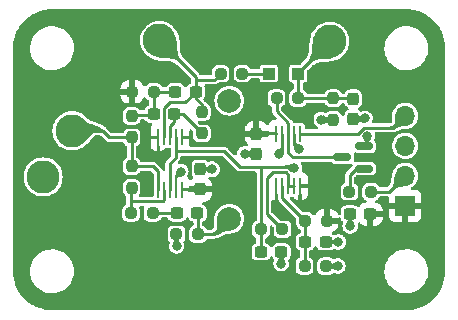
<source format=gtl>
G04 #@! TF.GenerationSoftware,KiCad,Pcbnew,(6.0.2)*
G04 #@! TF.CreationDate,2022-05-11T22:01:16-05:00*
G04 #@! TF.ProjectId,Receive US,52656365-6976-4652-9055-532e6b696361,rev?*
G04 #@! TF.SameCoordinates,Original*
G04 #@! TF.FileFunction,Copper,L1,Top*
G04 #@! TF.FilePolarity,Positive*
%FSLAX46Y46*%
G04 Gerber Fmt 4.6, Leading zero omitted, Abs format (unit mm)*
G04 Created by KiCad (PCBNEW (6.0.2)) date 2022-05-11 22:01:16*
%MOMM*%
%LPD*%
G01*
G04 APERTURE LIST*
G04 Aperture macros list*
%AMRoundRect*
0 Rectangle with rounded corners*
0 $1 Rounding radius*
0 $2 $3 $4 $5 $6 $7 $8 $9 X,Y pos of 4 corners*
0 Add a 4 corners polygon primitive as box body*
4,1,4,$2,$3,$4,$5,$6,$7,$8,$9,$2,$3,0*
0 Add four circle primitives for the rounded corners*
1,1,$1+$1,$2,$3*
1,1,$1+$1,$4,$5*
1,1,$1+$1,$6,$7*
1,1,$1+$1,$8,$9*
0 Add four rect primitives between the rounded corners*
20,1,$1+$1,$2,$3,$4,$5,0*
20,1,$1+$1,$4,$5,$6,$7,0*
20,1,$1+$1,$6,$7,$8,$9,0*
20,1,$1+$1,$8,$9,$2,$3,0*%
G04 Aperture macros list end*
G04 #@! TA.AperFunction,SMDPad,CuDef*
%ADD10R,0.279400X1.327899*%
G04 #@! TD*
G04 #@! TA.AperFunction,SMDPad,CuDef*
%ADD11RoundRect,0.237500X0.237500X-0.250000X0.237500X0.250000X-0.237500X0.250000X-0.237500X-0.250000X0*%
G04 #@! TD*
G04 #@! TA.AperFunction,SMDPad,CuDef*
%ADD12RoundRect,0.150000X0.587500X0.150000X-0.587500X0.150000X-0.587500X-0.150000X0.587500X-0.150000X0*%
G04 #@! TD*
G04 #@! TA.AperFunction,SMDPad,CuDef*
%ADD13RoundRect,0.237500X0.300000X0.237500X-0.300000X0.237500X-0.300000X-0.237500X0.300000X-0.237500X0*%
G04 #@! TD*
G04 #@! TA.AperFunction,SMDPad,CuDef*
%ADD14RoundRect,0.237500X0.237500X-0.300000X0.237500X0.300000X-0.237500X0.300000X-0.237500X-0.300000X0*%
G04 #@! TD*
G04 #@! TA.AperFunction,SMDPad,CuDef*
%ADD15RoundRect,0.237500X-0.250000X-0.237500X0.250000X-0.237500X0.250000X0.237500X-0.250000X0.237500X0*%
G04 #@! TD*
G04 #@! TA.AperFunction,ComponentPad*
%ADD16C,2.800000*%
G04 #@! TD*
G04 #@! TA.AperFunction,SMDPad,CuDef*
%ADD17RoundRect,0.237500X0.250000X0.237500X-0.250000X0.237500X-0.250000X-0.237500X0.250000X-0.237500X0*%
G04 #@! TD*
G04 #@! TA.AperFunction,SMDPad,CuDef*
%ADD18RoundRect,0.237500X-0.300000X-0.237500X0.300000X-0.237500X0.300000X0.237500X-0.300000X0.237500X0*%
G04 #@! TD*
G04 #@! TA.AperFunction,SMDPad,CuDef*
%ADD19R,1.000000X1.000000*%
G04 #@! TD*
G04 #@! TA.AperFunction,SMDPad,CuDef*
%ADD20RoundRect,0.237500X-0.237500X0.300000X-0.237500X-0.300000X0.237500X-0.300000X0.237500X0.300000X0*%
G04 #@! TD*
G04 #@! TA.AperFunction,ComponentPad*
%ADD21R,1.700000X1.700000*%
G04 #@! TD*
G04 #@! TA.AperFunction,ComponentPad*
%ADD22O,1.700000X1.700000*%
G04 #@! TD*
G04 #@! TA.AperFunction,ComponentPad*
%ADD23C,2.000000*%
G04 #@! TD*
G04 #@! TA.AperFunction,ViaPad*
%ADD24C,0.800000*%
G04 #@! TD*
G04 #@! TA.AperFunction,Conductor*
%ADD25C,0.250000*%
G04 #@! TD*
G04 #@! TA.AperFunction,Conductor*
%ADD26C,0.350000*%
G04 #@! TD*
G04 #@! TA.AperFunction,Conductor*
%ADD27C,0.200000*%
G04 #@! TD*
G04 APERTURE END LIST*
D10*
G04 #@! TO.P,U2,1*
G04 #@! TO.N,Net-(R5-Pad2)*
X93989999Y-102523348D03*
G04 #@! TO.P,U2,2,-*
G04 #@! TO.N,Net-(R4-Pad2)*
X94490001Y-102523348D03*
G04 #@! TO.P,U2,3,+*
G04 #@! TO.N,VHALF*
X94990000Y-102523348D03*
G04 #@! TO.P,U2,4,V-*
G04 #@! TO.N,GNDREF*
X95489999Y-102523348D03*
G04 #@! TO.P,U2,5,EN*
G04 #@! TO.N,+3V3*
X95990001Y-102523348D03*
G04 #@! TO.P,U2,6,EN*
X95990001Y-98096652D03*
G04 #@! TO.P,U2,7,+*
G04 #@! TO.N,VHALF*
X95489999Y-98096652D03*
G04 #@! TO.P,U2,8,-*
G04 #@! TO.N,Net-(C5-Pad2)*
X94990000Y-98096652D03*
G04 #@! TO.P,U2,9*
G04 #@! TO.N,Net-(C6-Pad2)*
X94490001Y-98096652D03*
G04 #@! TO.P,U2,10,V+*
G04 #@! TO.N,+3V3*
X93989999Y-98096652D03*
G04 #@! TD*
D11*
G04 #@! TO.P,R5,1*
G04 #@! TO.N,Net-(R4-Pad2)*
X91750000Y-102362500D03*
G04 #@! TO.P,R5,2*
G04 #@! TO.N,Net-(R5-Pad2)*
X91750000Y-100537500D03*
G04 #@! TD*
D12*
G04 #@! TO.P,Q1,1,B*
G04 #@! TO.N,Net-(Q1-Pad1)*
X111437500Y-100750000D03*
G04 #@! TO.P,Q1,2,E*
G04 #@! TO.N,GNDREF*
X111437500Y-98850000D03*
G04 #@! TO.P,Q1,3,C*
G04 #@! TO.N,Net-(Q1-Pad3)*
X109562500Y-99800000D03*
G04 #@! TD*
D13*
G04 #@! TO.P,C1,1*
G04 #@! TO.N,Net-(C1-Pad1)*
X97312500Y-104500000D03*
G04 #@! TO.P,C1,2*
G04 #@! TO.N,Net-(C1-Pad2)*
X95587500Y-104500000D03*
G04 #@! TD*
D11*
G04 #@! TO.P,R11,1*
G04 #@! TO.N,GNDREF*
X108825000Y-96612500D03*
G04 #@! TO.P,R11,2*
G04 #@! TO.N,Net-(C7-Pad2)*
X108825000Y-94787500D03*
G04 #@! TD*
D14*
G04 #@! TO.P,C7,1*
G04 #@! TO.N,GNDREF*
X110500000Y-96562500D03*
G04 #@! TO.P,C7,2*
G04 #@! TO.N,Net-(C7-Pad2)*
X110500000Y-94837500D03*
G04 #@! TD*
D15*
G04 #@! TO.P,R13,1*
G04 #@! TO.N,Net-(Q1-Pad1)*
X110187500Y-102700000D03*
G04 #@! TO.P,R13,2*
G04 #@! TO.N,/SQUELCH*
X112012500Y-102700000D03*
G04 #@! TD*
D16*
G04 #@! TO.P,TP1,1,1*
G04 #@! TO.N,Net-(R5-Pad2)*
X86700000Y-97550000D03*
G04 #@! TD*
D15*
G04 #@! TO.P,R6,1*
G04 #@! TO.N,VHALF*
X102687500Y-105900000D03*
G04 #@! TO.P,R6,2*
G04 #@! TO.N,Net-(R6-Pad2)*
X104512500Y-105900000D03*
G04 #@! TD*
D17*
G04 #@! TO.P,R4,1*
G04 #@! TO.N,Net-(C1-Pad2)*
X93512500Y-104500000D03*
G04 #@! TO.P,R4,2*
G04 #@! TO.N,Net-(R4-Pad2)*
X91687500Y-104500000D03*
G04 #@! TD*
D10*
G04 #@! TO.P,U1,1*
G04 #@! TO.N,/SIGNALOUT*
X106000001Y-97786652D03*
G04 #@! TO.P,U1,2,-*
G04 #@! TO.N,VHALF*
X105499999Y-97786652D03*
G04 #@! TO.P,U1,3,+*
G04 #@! TO.N,Net-(Q1-Pad3)*
X105000000Y-97786652D03*
G04 #@! TO.P,U1,4,V-*
G04 #@! TO.N,GNDREF*
X104500001Y-97786652D03*
G04 #@! TO.P,U1,5,EN*
G04 #@! TO.N,+3V3*
X103999999Y-97786652D03*
G04 #@! TO.P,U1,6,EN*
X103999999Y-102213348D03*
G04 #@! TO.P,U1,7,+*
G04 #@! TO.N,Net-(C2-Pad2)*
X104500001Y-102213348D03*
G04 #@! TO.P,U1,8,-*
G04 #@! TO.N,Net-(R6-Pad2)*
X105000000Y-102213348D03*
G04 #@! TO.P,U1,9*
X105499999Y-102213348D03*
G04 #@! TO.P,U1,10,V+*
G04 #@! TO.N,+3V3*
X106000001Y-102213348D03*
G04 #@! TD*
D17*
G04 #@! TO.P,R12,1*
G04 #@! TO.N,Net-(C7-Pad2)*
X105837500Y-94775000D03*
G04 #@! TO.P,R12,2*
G04 #@! TO.N,Net-(Q1-Pad3)*
X104012500Y-94775000D03*
G04 #@! TD*
D13*
G04 #@! TO.P,C2,1*
G04 #@! TO.N,GNDREF*
X108162500Y-106950000D03*
G04 #@! TO.P,C2,2*
G04 #@! TO.N,Net-(C2-Pad2)*
X106437500Y-106950000D03*
G04 #@! TD*
D18*
G04 #@! TO.P,C5,1*
G04 #@! TO.N,Net-(C5-Pad1)*
X93637500Y-96150000D03*
G04 #@! TO.P,C5,2*
G04 #@! TO.N,Net-(C5-Pad2)*
X95362500Y-96150000D03*
G04 #@! TD*
D13*
G04 #@! TO.P,C9,1*
G04 #@! TO.N,+3V3*
X111962500Y-104600000D03*
G04 #@! TO.P,C9,2*
G04 #@! TO.N,GNDREF*
X110237500Y-104600000D03*
G04 #@! TD*
D15*
G04 #@! TO.P,R8,1*
G04 #@! TO.N,+3V3*
X91787500Y-94250000D03*
G04 #@! TO.P,R8,2*
G04 #@! TO.N,Net-(C5-Pad1)*
X93612500Y-94250000D03*
G04 #@! TD*
D17*
G04 #@! TO.P,R3,1*
G04 #@! TO.N,GNDREF*
X108212500Y-109000000D03*
G04 #@! TO.P,R3,2*
G04 #@! TO.N,Net-(C2-Pad2)*
X106387500Y-109000000D03*
G04 #@! TD*
D15*
G04 #@! TO.P,R1,1*
G04 #@! TO.N,GNDREF*
X95537500Y-106300000D03*
G04 #@! TO.P,R1,2*
G04 #@! TO.N,Net-(C1-Pad1)*
X97362500Y-106300000D03*
G04 #@! TD*
D11*
G04 #@! TO.P,R9,1*
G04 #@! TO.N,Net-(C5-Pad2)*
X97700000Y-97762500D03*
G04 #@! TO.P,R9,2*
G04 #@! TO.N,Net-(C6-Pad2)*
X97700000Y-95937500D03*
G04 #@! TD*
D14*
G04 #@! TO.P,C3,1*
G04 #@! TO.N,+3V3*
X97550000Y-102512500D03*
G04 #@! TO.P,C3,2*
G04 #@! TO.N,GNDREF*
X97550000Y-100787500D03*
G04 #@! TD*
D16*
G04 #@! TO.P,TP2,1,1*
G04 #@! TO.N,Net-(C6-Pad2)*
X94100000Y-89900000D03*
G04 #@! TD*
D19*
G04 #@! TO.P,D1,1,K*
G04 #@! TO.N,Net-(C7-Pad2)*
X105850000Y-92700000D03*
G04 #@! TO.P,D1,2,A*
G04 #@! TO.N,Net-(D1-Pad2)*
X103350000Y-92700000D03*
G04 #@! TD*
D18*
G04 #@! TO.P,C6,1*
G04 #@! TO.N,Net-(C5-Pad1)*
X95437500Y-94250000D03*
G04 #@! TO.P,C6,2*
G04 #@! TO.N,Net-(C6-Pad2)*
X97162500Y-94250000D03*
G04 #@! TD*
D13*
G04 #@! TO.P,C4,1*
G04 #@! TO.N,GNDREF*
X104412500Y-107800000D03*
G04 #@! TO.P,C4,2*
G04 #@! TO.N,VHALF*
X102687500Y-107800000D03*
G04 #@! TD*
D11*
G04 #@! TO.P,R7,1*
G04 #@! TO.N,Net-(R5-Pad2)*
X91750000Y-98112500D03*
G04 #@! TO.P,R7,2*
G04 #@! TO.N,Net-(C5-Pad1)*
X91750000Y-96287500D03*
G04 #@! TD*
D15*
G04 #@! TO.P,R10,1*
G04 #@! TO.N,Net-(C6-Pad2)*
X99287500Y-92700000D03*
G04 #@! TO.P,R10,2*
G04 #@! TO.N,Net-(D1-Pad2)*
X101112500Y-92700000D03*
G04 #@! TD*
D20*
G04 #@! TO.P,C8,1*
G04 #@! TO.N,+3V3*
X102300000Y-97787500D03*
G04 #@! TO.P,C8,2*
G04 #@! TO.N,GNDREF*
X102300000Y-99512500D03*
G04 #@! TD*
D15*
G04 #@! TO.P,R2,1*
G04 #@! TO.N,Net-(C2-Pad2)*
X106437500Y-105150000D03*
G04 #@! TO.P,R2,2*
G04 #@! TO.N,+3V3*
X108262500Y-105150000D03*
G04 #@! TD*
D16*
G04 #@! TO.P,TP3,1,1*
G04 #@! TO.N,Net-(C7-Pad2)*
X108525000Y-89975000D03*
G04 #@! TD*
D21*
G04 #@! TO.P,J1,1,Pin_1*
G04 #@! TO.N,+3V3*
X114900000Y-103900000D03*
D22*
G04 #@! TO.P,J1,2,Pin_2*
G04 #@! TO.N,/SQUELCH*
X114900000Y-101360000D03*
G04 #@! TO.P,J1,3,Pin_3*
G04 #@! TO.N,GNDREF*
X114900000Y-98820000D03*
G04 #@! TO.P,J1,4,Pin_4*
G04 #@! TO.N,/SIGNALOUT*
X114900000Y-96280000D03*
G04 #@! TD*
D16*
G04 #@! TO.P,TP5,1,1*
G04 #@! TO.N,GNDREF*
X84250000Y-101450000D03*
G04 #@! TD*
D23*
G04 #@! TO.P,LS1,1,1*
G04 #@! TO.N,GNDREF*
X100000000Y-95000000D03*
G04 #@! TO.P,LS1,2,2*
G04 #@! TO.N,Net-(C1-Pad1)*
X100000000Y-105000000D03*
G04 #@! TD*
D24*
G04 #@! TO.N,VHALF*
X105900000Y-99075500D03*
X105500000Y-100700000D03*
G04 #@! TO.N,GNDREF*
X104200000Y-99500000D03*
X111500000Y-96500000D03*
X110250000Y-105600000D03*
X111700000Y-98000000D03*
X101300000Y-99500000D03*
X109250000Y-106950000D03*
X104400000Y-108800000D03*
X109200000Y-109000000D03*
X95550000Y-107300000D03*
X95900000Y-101000000D03*
X98550000Y-100800000D03*
X107800000Y-96600000D03*
G04 #@! TD*
D25*
G04 #@! TO.N,Net-(C1-Pad1)*
X100000000Y-105000000D02*
X98700000Y-106300000D01*
X97362500Y-104550000D02*
X97312500Y-104500000D01*
X97362500Y-106300000D02*
X97362500Y-104550000D01*
X98700000Y-106300000D02*
X97362500Y-106300000D01*
G04 #@! TO.N,Net-(C1-Pad2)*
X93512500Y-104500000D02*
X95587500Y-104500000D01*
G04 #@! TO.N,Net-(C2-Pad2)*
X106437500Y-106950000D02*
X106437500Y-105150000D01*
X106437500Y-105150000D02*
X104500001Y-103212501D01*
X106387500Y-107000000D02*
X106437500Y-106950000D01*
X106387500Y-109000000D02*
X106387500Y-107000000D01*
X104500001Y-103212501D02*
X104500001Y-102213348D01*
G04 #@! TO.N,Net-(C5-Pad1)*
X91837500Y-96200000D02*
X93587500Y-96200000D01*
X91750000Y-96287500D02*
X91837500Y-96200000D01*
X93612500Y-96125000D02*
X93637500Y-96150000D01*
X93587500Y-96200000D02*
X93637500Y-96150000D01*
X93612500Y-94250000D02*
X93612500Y-96125000D01*
X93612500Y-94250000D02*
X95437500Y-94250000D01*
G04 #@! TO.N,Net-(C5-Pad2)*
X94990000Y-98096652D02*
X94990000Y-97160000D01*
X96087500Y-96150000D02*
X97700000Y-97762500D01*
X94990000Y-97160000D02*
X95362500Y-96787500D01*
X95362500Y-96787500D02*
X95362500Y-96150000D01*
X95362500Y-96150000D02*
X96087500Y-96150000D01*
G04 #@! TO.N,Net-(C6-Pad2)*
X97162500Y-93237500D02*
X97162500Y-92962500D01*
X96262500Y-95150000D02*
X97162500Y-94250000D01*
X95000000Y-95150000D02*
X96262500Y-95150000D01*
X97162500Y-93237500D02*
X98750000Y-93237500D01*
X94500480Y-98086173D02*
X94500480Y-95649520D01*
X97162500Y-92962500D02*
X94100000Y-89900000D01*
X97700000Y-95350000D02*
X97162500Y-94812500D01*
X97162500Y-94812500D02*
X97162500Y-94250000D01*
X94500480Y-95649520D02*
X95000000Y-95150000D01*
X97162500Y-94250000D02*
X97162500Y-93237500D01*
X98750000Y-93237500D02*
X99287500Y-92700000D01*
X94490001Y-98096652D02*
X94500480Y-98086173D01*
X97700000Y-95937500D02*
X97700000Y-95350000D01*
G04 #@! TO.N,Net-(C7-Pad2)*
X108825000Y-94787500D02*
X110450000Y-94787500D01*
X105837500Y-94775000D02*
X105837500Y-92712500D01*
X110450000Y-94787500D02*
X110500000Y-94837500D01*
X105837500Y-92712500D02*
X105850000Y-92700000D01*
X105837500Y-94775000D02*
X108812500Y-94775000D01*
X105850000Y-92650000D02*
X108525000Y-89975000D01*
X105850000Y-92700000D02*
X105850000Y-92650000D01*
X108812500Y-94775000D02*
X108825000Y-94787500D01*
G04 #@! TO.N,Net-(D1-Pad2)*
X101112500Y-92700000D02*
X103350000Y-92700000D01*
G04 #@! TO.N,/SQUELCH*
X113560000Y-102700000D02*
X114900000Y-101360000D01*
X112012500Y-102700000D02*
X113560000Y-102700000D01*
G04 #@! TO.N,/SIGNALOUT*
X111399897Y-97275489D02*
X113904511Y-97275489D01*
X113904511Y-97275489D02*
X114900000Y-96280000D01*
X110888734Y-97786652D02*
X111399897Y-97275489D01*
X106000001Y-97786652D02*
X110888734Y-97786652D01*
G04 #@! TO.N,Net-(Q1-Pad1)*
X110200000Y-101300000D02*
X110750000Y-100750000D01*
X110187500Y-102700000D02*
X110200000Y-102687500D01*
X110750000Y-100750000D02*
X111437500Y-100750000D01*
X110200000Y-102687500D02*
X110200000Y-101300000D01*
G04 #@! TO.N,Net-(Q1-Pad3)*
X105000000Y-96875000D02*
X105000000Y-97786652D01*
X104012500Y-94775000D02*
X104012500Y-95887500D01*
X104012500Y-95887500D02*
X105000000Y-96875000D01*
X105400000Y-99800000D02*
X105000000Y-99400000D01*
X105000000Y-99400000D02*
X105000000Y-97786652D01*
X109562500Y-99800000D02*
X105400000Y-99800000D01*
G04 #@! TO.N,Net-(R4-Pad2)*
X91687500Y-102425000D02*
X91750000Y-102362500D01*
X91687500Y-103512500D02*
X91687500Y-102425000D01*
X94490001Y-102523348D02*
X94490001Y-103426017D01*
X94490001Y-103426017D02*
X94403518Y-103512500D01*
X91687500Y-104500000D02*
X91687500Y-103512500D01*
X94403518Y-103512500D02*
X91687500Y-103512500D01*
G04 #@! TO.N,Net-(R5-Pad2)*
X93989999Y-100989999D02*
X93537500Y-100537500D01*
X89862500Y-98112500D02*
X89300000Y-97550000D01*
X91750000Y-98112500D02*
X89862500Y-98112500D01*
X93989999Y-102523348D02*
X93989999Y-100989999D01*
X89300000Y-97550000D02*
X86700000Y-97550000D01*
X91750000Y-100537500D02*
X91750000Y-98112500D01*
X93537500Y-100537500D02*
X91750000Y-100537500D01*
G04 #@! TO.N,Net-(R6-Pad2)*
X105000000Y-102213348D02*
X105499999Y-102213348D01*
X103200000Y-104587500D02*
X104512500Y-105900000D01*
X104788844Y-101049520D02*
X103711156Y-101049520D01*
X103711156Y-101049520D02*
X103200000Y-101560676D01*
X103200000Y-101560676D02*
X103200000Y-104587500D01*
X105000000Y-101260676D02*
X104788844Y-101049520D01*
X105000000Y-102213348D02*
X105000000Y-101260676D01*
G04 #@! TO.N,VHALF*
X99589999Y-99289999D02*
X95489999Y-99289999D01*
X102687500Y-105900000D02*
X102700000Y-105887500D01*
X100900000Y-100600000D02*
X99589999Y-99289999D01*
X94990000Y-100310000D02*
X95489999Y-99810001D01*
X105500000Y-100700000D02*
X105400000Y-100600000D01*
X95489999Y-99289999D02*
X95489999Y-98096652D01*
X105400000Y-100600000D02*
X102700000Y-100600000D01*
X102700000Y-100600000D02*
X100900000Y-100600000D01*
X94990000Y-102523348D02*
X94990000Y-100310000D01*
X105499999Y-97786652D02*
X105499999Y-98675499D01*
X95489999Y-99810001D02*
X95489999Y-99289999D01*
X102687500Y-107800000D02*
X102687500Y-105900000D01*
X105499999Y-98675499D02*
X105900000Y-99075500D01*
X102700000Y-105887500D02*
X102700000Y-100600000D01*
D26*
G04 #@! TO.N,GNDREF*
X102300000Y-99512500D02*
X101312500Y-99512500D01*
D27*
X97550000Y-100787500D02*
X98537500Y-100787500D01*
D25*
X104500001Y-99199999D02*
X104500001Y-97786652D01*
X109250000Y-106950000D02*
X108162500Y-106950000D01*
D26*
X111500000Y-96500000D02*
X111437500Y-96562500D01*
D25*
X104400000Y-108800000D02*
X104412500Y-108787500D01*
X104412500Y-108787500D02*
X104412500Y-107800000D01*
X104200000Y-99500000D02*
X104500001Y-99199999D01*
D26*
X95537500Y-106300000D02*
X95537500Y-107287500D01*
X111700000Y-98587500D02*
X111700000Y-98000000D01*
D27*
X95489999Y-101410001D02*
X95489999Y-102523348D01*
D25*
X110250000Y-105600000D02*
X110237500Y-105587500D01*
D27*
X98537500Y-100787500D02*
X98550000Y-100800000D01*
X95900000Y-101000000D02*
X95489999Y-101410001D01*
D26*
X107812500Y-96612500D02*
X108825000Y-96612500D01*
X95537500Y-107287500D02*
X95550000Y-107300000D01*
D25*
X110237500Y-105587500D02*
X110237500Y-104600000D01*
D26*
X101812500Y-99512500D02*
X101800000Y-99500000D01*
X111437500Y-96562500D02*
X110500000Y-96562500D01*
X111437500Y-98850000D02*
X111700000Y-98587500D01*
D25*
X108212500Y-109000000D02*
X109200000Y-109000000D01*
D26*
X107800000Y-96600000D02*
X107812500Y-96612500D01*
G04 #@! TD*
G04 #@! TA.AperFunction,Conductor*
G04 #@! TO.N,Net-(C6-Pad2)*
G36*
X94219467Y-89417038D02*
G01*
X95413838Y-89440386D01*
X95422041Y-89443974D01*
X95424851Y-89448846D01*
X95506749Y-89733219D01*
X95507026Y-89734413D01*
X95553641Y-89997200D01*
X95553771Y-89998160D01*
X95576101Y-90238054D01*
X95576136Y-90238551D01*
X95587344Y-90461738D01*
X95600626Y-90674144D01*
X95629204Y-90881619D01*
X95686316Y-91090274D01*
X95686514Y-91090707D01*
X95686515Y-91090709D01*
X95746846Y-91222463D01*
X95785198Y-91306220D01*
X95785463Y-91306615D01*
X95906037Y-91486316D01*
X95939085Y-91535571D01*
X95939354Y-91535872D01*
X95939356Y-91535875D01*
X96153854Y-91776192D01*
X96156806Y-91784646D01*
X96153398Y-91792256D01*
X95992256Y-91953398D01*
X95983983Y-91956825D01*
X95976192Y-91953854D01*
X95735875Y-91739356D01*
X95735872Y-91739354D01*
X95735571Y-91739085D01*
X95506220Y-91585198D01*
X95505789Y-91585000D01*
X95505786Y-91584999D01*
X95290709Y-91486515D01*
X95290707Y-91486514D01*
X95290274Y-91486316D01*
X95204773Y-91462913D01*
X95081978Y-91429302D01*
X95081974Y-91429301D01*
X95081619Y-91429204D01*
X94942091Y-91409985D01*
X94874356Y-91400655D01*
X94874351Y-91400654D01*
X94874144Y-91400626D01*
X94873925Y-91400612D01*
X94873922Y-91400612D01*
X94805438Y-91396330D01*
X94661738Y-91387344D01*
X94519381Y-91380195D01*
X94438551Y-91376136D01*
X94438054Y-91376101D01*
X94198160Y-91353771D01*
X94197200Y-91353641D01*
X93934413Y-91307026D01*
X93933219Y-91306749D01*
X93753844Y-91255090D01*
X93648846Y-91224851D01*
X93641844Y-91219268D01*
X93640386Y-91213837D01*
X93637962Y-91089813D01*
X93605883Y-89448846D01*
X93605264Y-89417191D01*
X93608529Y-89408852D01*
X93617191Y-89405264D01*
X94219467Y-89417038D01*
G37*
G04 #@! TD.AperFunction*
G04 #@! TD*
G04 #@! TA.AperFunction,Conductor*
G04 #@! TO.N,Net-(C7-Pad2)*
G36*
X109016148Y-89483529D02*
G01*
X109019736Y-89492191D01*
X108987039Y-91164813D01*
X108984614Y-91288837D01*
X108981026Y-91297041D01*
X108976155Y-91299851D01*
X108868802Y-91330768D01*
X108691780Y-91381749D01*
X108690586Y-91382026D01*
X108427799Y-91428641D01*
X108426839Y-91428771D01*
X108186945Y-91451101D01*
X108186448Y-91451136D01*
X108105618Y-91455195D01*
X107963261Y-91462344D01*
X107819561Y-91471330D01*
X107751077Y-91475612D01*
X107751074Y-91475612D01*
X107750855Y-91475626D01*
X107750648Y-91475654D01*
X107750643Y-91475655D01*
X107682908Y-91484985D01*
X107543380Y-91504204D01*
X107543025Y-91504301D01*
X107543021Y-91504302D01*
X107420226Y-91537913D01*
X107334725Y-91561316D01*
X107334292Y-91561514D01*
X107334290Y-91561515D01*
X107119213Y-91659999D01*
X107119210Y-91660000D01*
X107118779Y-91660198D01*
X106889428Y-91814085D01*
X106889127Y-91814354D01*
X106889124Y-91814356D01*
X106648808Y-92028854D01*
X106640354Y-92031806D01*
X106632744Y-92028398D01*
X106471602Y-91867256D01*
X106468175Y-91858983D01*
X106471146Y-91851192D01*
X106685643Y-91610875D01*
X106685645Y-91610872D01*
X106685914Y-91610571D01*
X106718963Y-91561316D01*
X106839536Y-91381615D01*
X106839801Y-91381220D01*
X106878154Y-91297463D01*
X106938484Y-91165709D01*
X106938485Y-91165707D01*
X106938683Y-91165274D01*
X106995795Y-90956619D01*
X107024373Y-90749144D01*
X107037655Y-90536738D01*
X107048863Y-90313551D01*
X107048898Y-90313054D01*
X107071228Y-90073160D01*
X107071358Y-90072200D01*
X107117973Y-89809413D01*
X107118250Y-89808219D01*
X107200149Y-89523846D01*
X107205732Y-89516844D01*
X107211162Y-89515386D01*
X108405533Y-89492038D01*
X109007809Y-89480264D01*
X109016148Y-89483529D01*
G37*
G04 #@! TD.AperFunction*
G04 #@! TD*
G04 #@! TA.AperFunction,Conductor*
G04 #@! TO.N,/SIGNALOUT*
G36*
X115193403Y-95983047D02*
G01*
X115196991Y-95991251D01*
X115196613Y-95994437D01*
X115194505Y-96002507D01*
X114913060Y-97080003D01*
X114902174Y-97121678D01*
X114896768Y-97128816D01*
X114891409Y-97130408D01*
X114792627Y-97135101D01*
X114740586Y-97137573D01*
X114663858Y-97149313D01*
X114606539Y-97158083D01*
X114606536Y-97158084D01*
X114606233Y-97158130D01*
X114605934Y-97158208D01*
X114490327Y-97188364D01*
X114490317Y-97188367D01*
X114490095Y-97188425D01*
X114385331Y-97225212D01*
X114285096Y-97265244D01*
X114182826Y-97305167D01*
X114182267Y-97305369D01*
X114128184Y-97323179D01*
X114071314Y-97341907D01*
X114070355Y-97342178D01*
X114003538Y-97358029D01*
X113943676Y-97372230D01*
X113942576Y-97372434D01*
X113793130Y-97392840D01*
X113792049Y-97392937D01*
X113624536Y-97399977D01*
X113616127Y-97396900D01*
X113612346Y-97388287D01*
X113612346Y-97160939D01*
X113615773Y-97152666D01*
X113622729Y-97149314D01*
X113695822Y-97141039D01*
X113771683Y-97132452D01*
X113771686Y-97132451D01*
X113772606Y-97132347D01*
X113776838Y-97130408D01*
X113795888Y-97121678D01*
X113884924Y-97080878D01*
X113957962Y-97000511D01*
X114000383Y-96895678D01*
X114020850Y-96770811D01*
X114028025Y-96630341D01*
X114030571Y-96478834D01*
X114030578Y-96478571D01*
X114037136Y-96320773D01*
X114037209Y-96319865D01*
X114056343Y-96160387D01*
X114056626Y-96158876D01*
X114094867Y-96009670D01*
X114100241Y-96002507D01*
X114105972Y-96000877D01*
X115185064Y-95979782D01*
X115193403Y-95983047D01*
G37*
G04 #@! TD.AperFunction*
G04 #@! TD*
G04 #@! TA.AperFunction,Conductor*
G04 #@! TO.N,GNDREF*
G36*
X111705828Y-97810819D02*
G01*
X111707813Y-97813338D01*
X111978604Y-98275608D01*
X111979829Y-98284477D01*
X111977353Y-98289180D01*
X111934092Y-98339132D01*
X111899693Y-98393998D01*
X111899526Y-98394375D01*
X111899523Y-98394381D01*
X111898387Y-98396948D01*
X111875747Y-98448105D01*
X111875653Y-98448396D01*
X111875651Y-98448402D01*
X111858409Y-98501960D01*
X111858404Y-98501978D01*
X111858358Y-98502120D01*
X111858316Y-98502277D01*
X111843656Y-98556606D01*
X111843609Y-98556776D01*
X111827777Y-98612126D01*
X111827517Y-98612925D01*
X111806788Y-98669636D01*
X111806265Y-98670849D01*
X111776777Y-98729854D01*
X111775996Y-98731189D01*
X111733795Y-98793448D01*
X111732862Y-98794648D01*
X111681945Y-98851977D01*
X111681727Y-98852222D01*
X111673671Y-98856132D01*
X111664706Y-98852725D01*
X111433518Y-98621537D01*
X111430091Y-98613264D01*
X111432769Y-98605815D01*
X111463794Y-98568238D01*
X111464245Y-98567692D01*
X111485581Y-98523382D01*
X111492444Y-98480527D01*
X111487270Y-98438569D01*
X111472499Y-98396948D01*
X111450567Y-98355106D01*
X111440367Y-98338794D01*
X111423943Y-98312531D01*
X111423936Y-98312519D01*
X111423914Y-98312485D01*
X111395043Y-98268627D01*
X111394910Y-98268420D01*
X111366389Y-98222982D01*
X111366013Y-98222338D01*
X111344077Y-98181875D01*
X111343147Y-98172969D01*
X111345930Y-98168189D01*
X111689285Y-97811142D01*
X111697489Y-97807554D01*
X111705828Y-97810819D01*
G37*
G04 #@! TD.AperFunction*
G04 #@! TD*
G04 #@! TA.AperFunction,Conductor*
G04 #@! TO.N,Net-(R5-Pad2)*
G36*
X87696298Y-96565667D02*
G01*
X87883024Y-96730814D01*
X88065114Y-96852341D01*
X88065467Y-96852513D01*
X88065468Y-96852514D01*
X88239299Y-96937419D01*
X88239303Y-96937421D01*
X88239580Y-96937556D01*
X88239864Y-96937659D01*
X88239873Y-96937663D01*
X88360647Y-96981535D01*
X88409784Y-96999385D01*
X88409907Y-96999422D01*
X88409915Y-96999425D01*
X88578987Y-97050721D01*
X88579089Y-97050752D01*
X88750486Y-97104466D01*
X88751236Y-97104730D01*
X88812145Y-97128470D01*
X88927860Y-97173571D01*
X88929010Y-97174093D01*
X89022183Y-97222745D01*
X89114574Y-97270989D01*
X89115843Y-97271758D01*
X89244178Y-97361100D01*
X89313981Y-97409695D01*
X89315098Y-97410579D01*
X89520609Y-97594786D01*
X89524482Y-97602858D01*
X89521072Y-97611770D01*
X89360368Y-97772474D01*
X89352095Y-97775901D01*
X89344873Y-97773407D01*
X89191934Y-97653400D01*
X89124838Y-97600752D01*
X89124837Y-97600751D01*
X89124022Y-97600112D01*
X89123035Y-97599794D01*
X89123033Y-97599793D01*
X88919238Y-97534140D01*
X88917956Y-97533727D01*
X88916627Y-97533923D01*
X88916625Y-97533923D01*
X88821448Y-97547972D01*
X88728291Y-97561722D01*
X88548484Y-97665164D01*
X88464409Y-97741362D01*
X88372211Y-97824923D01*
X88372205Y-97824929D01*
X88371992Y-97825122D01*
X88371800Y-97825333D01*
X88371795Y-97825338D01*
X88192271Y-98022661D01*
X88002941Y-98238668D01*
X88002611Y-98239029D01*
X87797366Y-98454347D01*
X87796539Y-98455133D01*
X87613804Y-98612319D01*
X87569018Y-98650843D01*
X87567513Y-98651942D01*
X87317956Y-98805262D01*
X87309113Y-98806673D01*
X87303721Y-98803726D01*
X86491509Y-98022661D01*
X86011142Y-97560715D01*
X86007554Y-97552511D01*
X86010819Y-97544172D01*
X86013338Y-97542187D01*
X87682634Y-96564336D01*
X87691505Y-96563111D01*
X87696298Y-96565667D01*
G37*
G04 #@! TD.AperFunction*
G04 #@! TD*
G04 #@! TA.AperFunction,Conductor*
G04 #@! TO.N,Net-(C1-Pad1)*
G36*
X100346436Y-104650014D02*
G01*
X100350024Y-104658218D01*
X100349646Y-104661404D01*
X100002135Y-105991826D01*
X99996729Y-105998964D01*
X99991570Y-106000545D01*
X99815829Y-106011900D01*
X99815429Y-106011984D01*
X99815430Y-106011984D01*
X99662621Y-106044116D01*
X99662617Y-106044117D01*
X99662223Y-106044200D01*
X99661841Y-106044338D01*
X99661839Y-106044339D01*
X99531179Y-106091694D01*
X99530887Y-106091800D01*
X99530610Y-106091937D01*
X99530604Y-106091939D01*
X99413665Y-106149532D01*
X99413651Y-106149539D01*
X99413528Y-106149600D01*
X99364688Y-106177109D01*
X99301886Y-106212482D01*
X99301785Y-106212538D01*
X99187928Y-106275203D01*
X99187191Y-106275575D01*
X99062996Y-106332916D01*
X99061755Y-106333406D01*
X98918741Y-106380556D01*
X98917239Y-106380943D01*
X98746870Y-106412961D01*
X98745378Y-106413143D01*
X98550847Y-106424291D01*
X98542392Y-106421343D01*
X98538478Y-106412610D01*
X98538478Y-106185382D01*
X98541905Y-106177109D01*
X98548786Y-106173765D01*
X98738836Y-106150986D01*
X98739846Y-106150865D01*
X98857055Y-106091694D01*
X98874077Y-106083101D01*
X98874078Y-106083100D01*
X98875255Y-106082506D01*
X98956966Y-105975992D01*
X98997242Y-105837392D01*
X99008342Y-105672773D01*
X99002530Y-105488207D01*
X98992078Y-105289983D01*
X98992063Y-105289529D01*
X98989221Y-105084058D01*
X98989259Y-105082942D01*
X99006158Y-104876410D01*
X99006445Y-104874619D01*
X99053266Y-104680602D01*
X99058539Y-104673364D01*
X99064411Y-104671649D01*
X100028962Y-104652792D01*
X100338097Y-104646749D01*
X100346436Y-104650014D01*
G37*
G04 #@! TD.AperFunction*
G04 #@! TD*
G04 #@! TA.AperFunction,Conductor*
G04 #@! TO.N,GNDREF*
G36*
X96035335Y-100863711D02*
G01*
X96040741Y-100870849D01*
X96041119Y-100874034D01*
X96031810Y-101350266D01*
X96031440Y-101369173D01*
X96027852Y-101377377D01*
X96022924Y-101380203D01*
X95968842Y-101395476D01*
X95967840Y-101395710D01*
X95905744Y-101407397D01*
X95905233Y-101407482D01*
X95844256Y-101416182D01*
X95844244Y-101416184D01*
X95844195Y-101416191D01*
X95786232Y-101424669D01*
X95786229Y-101424670D01*
X95786055Y-101424695D01*
X95732607Y-101435807D01*
X95706943Y-101444814D01*
X95686018Y-101452158D01*
X95686015Y-101452160D01*
X95685401Y-101452375D01*
X95645987Y-101477247D01*
X95615916Y-101513272D01*
X95615572Y-101514169D01*
X95604617Y-101542743D01*
X95596736Y-101563297D01*
X95596658Y-101564073D01*
X95591059Y-101619645D01*
X95586820Y-101627533D01*
X95579418Y-101630172D01*
X95402116Y-101630172D01*
X95393843Y-101626745D01*
X95390423Y-101618062D01*
X95392316Y-101564073D01*
X95393063Y-101542742D01*
X95393130Y-101541837D01*
X95396363Y-101513272D01*
X95401387Y-101468886D01*
X95401529Y-101467962D01*
X95413683Y-101405783D01*
X95413868Y-101404987D01*
X95416374Y-101395712D01*
X95428650Y-101350266D01*
X95428801Y-101349754D01*
X95444972Y-101299176D01*
X95444999Y-101299093D01*
X95461245Y-101249559D01*
X95461247Y-101249554D01*
X95461279Y-101249455D01*
X95476239Y-101197912D01*
X95488559Y-101141278D01*
X95496919Y-101076369D01*
X95499651Y-101008658D01*
X95503408Y-101000530D01*
X95508384Y-100997810D01*
X96026464Y-100862486D01*
X96035335Y-100863711D01*
G37*
G04 #@! TD.AperFunction*
G04 #@! TD*
G04 #@! TA.AperFunction,Conductor*
G04 #@! TO.N,GNDREF*
G36*
X95709338Y-106500927D02*
G01*
X95712762Y-106508931D01*
X95714548Y-106586936D01*
X95720635Y-106663148D01*
X95730675Y-106728784D01*
X95744581Y-106786492D01*
X95762269Y-106838920D01*
X95783652Y-106888717D01*
X95808644Y-106938531D01*
X95808698Y-106938630D01*
X95837145Y-106990983D01*
X95837159Y-106991009D01*
X95869064Y-107048716D01*
X95869133Y-107048843D01*
X95900514Y-107107292D01*
X95901408Y-107116202D01*
X95898887Y-107120670D01*
X95564365Y-107490876D01*
X95556276Y-107494717D01*
X95547507Y-107491400D01*
X95190665Y-107142672D01*
X95187143Y-107134439D01*
X95188215Y-107129409D01*
X95216743Y-107067483D01*
X95216822Y-107067315D01*
X95245964Y-107006597D01*
X95272190Y-106951689D01*
X95272212Y-106951643D01*
X95295383Y-106899777D01*
X95299609Y-106888862D01*
X95315277Y-106848398D01*
X95315279Y-106848392D01*
X95315348Y-106848214D01*
X95331974Y-106794170D01*
X95345133Y-106734861D01*
X95354694Y-106667502D01*
X95357225Y-106633571D01*
X95360516Y-106589451D01*
X95360517Y-106589434D01*
X95360526Y-106589310D01*
X95362254Y-106508948D01*
X95365858Y-106500751D01*
X95373951Y-106497500D01*
X95701065Y-106497500D01*
X95709338Y-106500927D01*
G37*
G04 #@! TD.AperFunction*
G04 #@! TD*
G04 #@! TA.AperFunction,Conductor*
G04 #@! TO.N,GNDREF*
G36*
X104534466Y-108000927D02*
G01*
X104537886Y-108008801D01*
X104540683Y-108090721D01*
X104549832Y-108168896D01*
X104564342Y-108235226D01*
X104564436Y-108235508D01*
X104581260Y-108285886D01*
X104583607Y-108292915D01*
X104607025Y-108345164D01*
X104633990Y-108395176D01*
X104634037Y-108395256D01*
X104663889Y-108446138D01*
X104663898Y-108446153D01*
X104696044Y-108501125D01*
X104696224Y-108501443D01*
X104729995Y-108563573D01*
X104730261Y-108564095D01*
X104753439Y-108612341D01*
X104761603Y-108629336D01*
X104762097Y-108638277D01*
X104759234Y-108642770D01*
X104402493Y-108991400D01*
X104394181Y-108994731D01*
X104385635Y-108990876D01*
X104051209Y-108620777D01*
X104048205Y-108612341D01*
X104049673Y-108607231D01*
X104084134Y-108545482D01*
X104084412Y-108545011D01*
X104121081Y-108485970D01*
X104121244Y-108485715D01*
X104155738Y-108433249D01*
X104187457Y-108384396D01*
X104215776Y-108336205D01*
X104240157Y-108285600D01*
X104260060Y-108229503D01*
X104274944Y-108164839D01*
X104284271Y-108088530D01*
X104287100Y-108008785D01*
X104290818Y-108000639D01*
X104298793Y-107997500D01*
X104526193Y-107997500D01*
X104534466Y-108000927D01*
G37*
G04 #@! TD.AperFunction*
G04 #@! TD*
G04 #@! TA.AperFunction,Conductor*
G04 #@! TO.N,GNDREF*
G36*
X110359480Y-104800927D02*
G01*
X110362900Y-104808785D01*
X110365728Y-104888530D01*
X110375055Y-104964839D01*
X110389939Y-105029503D01*
X110409842Y-105085600D01*
X110434223Y-105136205D01*
X110462542Y-105184396D01*
X110494261Y-105233249D01*
X110528755Y-105285715D01*
X110528918Y-105285970D01*
X110565587Y-105345011D01*
X110565865Y-105345482D01*
X110600327Y-105407231D01*
X110601366Y-105416125D01*
X110598791Y-105420777D01*
X110264365Y-105790876D01*
X110256276Y-105794717D01*
X110247507Y-105791400D01*
X109890766Y-105442770D01*
X109887244Y-105434537D01*
X109888397Y-105429336D01*
X109919738Y-105364095D01*
X109920004Y-105363573D01*
X109953775Y-105301443D01*
X109953955Y-105301125D01*
X109986092Y-105246168D01*
X109986101Y-105246153D01*
X110015962Y-105195256D01*
X110016009Y-105195176D01*
X110042974Y-105145164D01*
X110066392Y-105092915D01*
X110068740Y-105085886D01*
X110085563Y-105035508D01*
X110085657Y-105035226D01*
X110100167Y-104968896D01*
X110109316Y-104890721D01*
X110112114Y-104808801D01*
X110115821Y-104800649D01*
X110123807Y-104797500D01*
X110351207Y-104797500D01*
X110359480Y-104800927D01*
G37*
G04 #@! TD.AperFunction*
G04 #@! TD*
G04 #@! TA.AperFunction,Conductor*
G04 #@! TO.N,+3V3*
G36*
X114987153Y-87256421D02*
G01*
X115000000Y-87258976D01*
X115012169Y-87256556D01*
X115024582Y-87256556D01*
X115024582Y-87256652D01*
X115035527Y-87255862D01*
X115338557Y-87271743D01*
X115351665Y-87273120D01*
X115591285Y-87311072D01*
X115680002Y-87325123D01*
X115692902Y-87327865D01*
X116014000Y-87413903D01*
X116026536Y-87417977D01*
X116299358Y-87522703D01*
X116336876Y-87537105D01*
X116348924Y-87542469D01*
X116645120Y-87693388D01*
X116656536Y-87699979D01*
X116935334Y-87881033D01*
X116945996Y-87888779D01*
X117204344Y-88097984D01*
X117214145Y-88106810D01*
X117449190Y-88341855D01*
X117458016Y-88351656D01*
X117667221Y-88610004D01*
X117674967Y-88620666D01*
X117814553Y-88835609D01*
X117856018Y-88899459D01*
X117862612Y-88910880D01*
X118013531Y-89207076D01*
X118018895Y-89219124D01*
X118127785Y-89502790D01*
X118138021Y-89529456D01*
X118142097Y-89542000D01*
X118228135Y-89863098D01*
X118230877Y-89875998D01*
X118275017Y-90154687D01*
X118282879Y-90204329D01*
X118284257Y-90217443D01*
X118300029Y-90518383D01*
X118300138Y-90520470D01*
X118299348Y-90531418D01*
X118299444Y-90531418D01*
X118299444Y-90543831D01*
X118297024Y-90556000D01*
X118299579Y-90568844D01*
X118302000Y-90593425D01*
X118302000Y-109406575D01*
X118299579Y-109431153D01*
X118297024Y-109444000D01*
X118299444Y-109456169D01*
X118299444Y-109468582D01*
X118299348Y-109468582D01*
X118300138Y-109479527D01*
X118284257Y-109782554D01*
X118282879Y-109795671D01*
X118230877Y-110124002D01*
X118228135Y-110136902D01*
X118142097Y-110458000D01*
X118138023Y-110470536D01*
X118107014Y-110551319D01*
X118018895Y-110780876D01*
X118013531Y-110792924D01*
X117862612Y-111089120D01*
X117856021Y-111100536D01*
X117674967Y-111379334D01*
X117667221Y-111389996D01*
X117458016Y-111648344D01*
X117449190Y-111658145D01*
X117214145Y-111893190D01*
X117204344Y-111902016D01*
X116945996Y-112111221D01*
X116935334Y-112118967D01*
X116656536Y-112300021D01*
X116645120Y-112306612D01*
X116348924Y-112457531D01*
X116336875Y-112462895D01*
X116026536Y-112582023D01*
X116014000Y-112586097D01*
X115692902Y-112672135D01*
X115680002Y-112674877D01*
X115591285Y-112688928D01*
X115351665Y-112726880D01*
X115338557Y-112728257D01*
X115035527Y-112744138D01*
X115024582Y-112743348D01*
X115024582Y-112743444D01*
X115012169Y-112743444D01*
X115000000Y-112741024D01*
X114987153Y-112743579D01*
X114962575Y-112746000D01*
X85037425Y-112746000D01*
X85012847Y-112743579D01*
X85000000Y-112741024D01*
X84987831Y-112743444D01*
X84975418Y-112743444D01*
X84975418Y-112743348D01*
X84964473Y-112744138D01*
X84661443Y-112728257D01*
X84648335Y-112726880D01*
X84408715Y-112688928D01*
X84319998Y-112674877D01*
X84307098Y-112672135D01*
X83986000Y-112586097D01*
X83973464Y-112582023D01*
X83663125Y-112462895D01*
X83651076Y-112457531D01*
X83354880Y-112306612D01*
X83343464Y-112300021D01*
X83064666Y-112118967D01*
X83054004Y-112111221D01*
X82795656Y-111902016D01*
X82785855Y-111893190D01*
X82550810Y-111658145D01*
X82541984Y-111648344D01*
X82332779Y-111389996D01*
X82325033Y-111379334D01*
X82143979Y-111100536D01*
X82137388Y-111089120D01*
X81986469Y-110792924D01*
X81981105Y-110780876D01*
X81892986Y-110551319D01*
X81861977Y-110470536D01*
X81857903Y-110458000D01*
X81771865Y-110136902D01*
X81769123Y-110124002D01*
X81717121Y-109795671D01*
X81715743Y-109782554D01*
X81700211Y-109486186D01*
X83141018Y-109486186D01*
X83166579Y-109754100D01*
X83167664Y-109758534D01*
X83167665Y-109758540D01*
X83209665Y-109930180D01*
X83230547Y-110015518D01*
X83331583Y-110264963D01*
X83467569Y-110497210D01*
X83635658Y-110707395D01*
X83832327Y-110891113D01*
X84053457Y-111044516D01*
X84294416Y-111164391D01*
X84298750Y-111165812D01*
X84298753Y-111165813D01*
X84545823Y-111246807D01*
X84545829Y-111246808D01*
X84550156Y-111248227D01*
X84554647Y-111249007D01*
X84554648Y-111249007D01*
X84811538Y-111293611D01*
X84811546Y-111293612D01*
X84815319Y-111294267D01*
X84819156Y-111294458D01*
X84898777Y-111298422D01*
X84898785Y-111298422D01*
X84900348Y-111298500D01*
X85068374Y-111298500D01*
X85070642Y-111298335D01*
X85070654Y-111298335D01*
X85201457Y-111288844D01*
X85268425Y-111283985D01*
X85272880Y-111283001D01*
X85272883Y-111283001D01*
X85526770Y-111226947D01*
X85526772Y-111226946D01*
X85531226Y-111225963D01*
X85782900Y-111130613D01*
X85847016Y-111095000D01*
X86014179Y-111002149D01*
X86014180Y-111002148D01*
X86018172Y-110999931D01*
X86068943Y-110961184D01*
X86228491Y-110839421D01*
X86228495Y-110839417D01*
X86232116Y-110836654D01*
X86420249Y-110644203D01*
X86527242Y-110497210D01*
X86575942Y-110430304D01*
X86575947Y-110430297D01*
X86578630Y-110426610D01*
X86703941Y-110188433D01*
X86793557Y-109934662D01*
X86823537Y-109782554D01*
X86844720Y-109675083D01*
X86844721Y-109675077D01*
X86845601Y-109670611D01*
X86846344Y-109655695D01*
X86858755Y-109406383D01*
X86858755Y-109406377D01*
X86858982Y-109401814D01*
X86833421Y-109133900D01*
X86830950Y-109123798D01*
X86770539Y-108876920D01*
X86769453Y-108872482D01*
X86668417Y-108623037D01*
X86548484Y-108418206D01*
X86534741Y-108394735D01*
X86534740Y-108394734D01*
X86532431Y-108390790D01*
X86364342Y-108180605D01*
X86167673Y-107996887D01*
X85946543Y-107843484D01*
X85705584Y-107723609D01*
X85701250Y-107722188D01*
X85701247Y-107722187D01*
X85454177Y-107641193D01*
X85454171Y-107641192D01*
X85449844Y-107639773D01*
X85415305Y-107633776D01*
X85188462Y-107594389D01*
X85188454Y-107594388D01*
X85184681Y-107593733D01*
X85174718Y-107593237D01*
X85101223Y-107589578D01*
X85101215Y-107589578D01*
X85099652Y-107589500D01*
X84931626Y-107589500D01*
X84929358Y-107589665D01*
X84929346Y-107589665D01*
X84798543Y-107599156D01*
X84731575Y-107604015D01*
X84727120Y-107604999D01*
X84727117Y-107604999D01*
X84473230Y-107661053D01*
X84473228Y-107661054D01*
X84468774Y-107662037D01*
X84217100Y-107757387D01*
X84213114Y-107759601D01*
X84213112Y-107759602D01*
X84045751Y-107852563D01*
X83981828Y-107888069D01*
X83978196Y-107890841D01*
X83771509Y-108048579D01*
X83771505Y-108048583D01*
X83767884Y-108051346D01*
X83764699Y-108054604D01*
X83764698Y-108054605D01*
X83735894Y-108084070D01*
X83579751Y-108243797D01*
X83560046Y-108270869D01*
X83424058Y-108457696D01*
X83424053Y-108457703D01*
X83421370Y-108461390D01*
X83296059Y-108699567D01*
X83206443Y-108953338D01*
X83198056Y-108995892D01*
X83162223Y-109177695D01*
X83154399Y-109217389D01*
X83154172Y-109221942D01*
X83154172Y-109221945D01*
X83141934Y-109467795D01*
X83141018Y-109486186D01*
X81700211Y-109486186D01*
X81699862Y-109479527D01*
X81700652Y-109468582D01*
X81700556Y-109468582D01*
X81700556Y-109456169D01*
X81702976Y-109444000D01*
X81700421Y-109431153D01*
X81698000Y-109406575D01*
X81698000Y-106584070D01*
X94795500Y-106584070D01*
X94802036Y-106644236D01*
X94811450Y-106669347D01*
X94845910Y-106761268D01*
X94851507Y-106776199D01*
X94924279Y-106873300D01*
X94936026Y-106888974D01*
X94934759Y-106889923D01*
X94963956Y-106943391D01*
X94958228Y-107015943D01*
X94914167Y-107128954D01*
X94914166Y-107128958D01*
X94911406Y-107136037D01*
X94910414Y-107143570D01*
X94910414Y-107143571D01*
X94893270Y-107273798D01*
X94890729Y-107293096D01*
X94898393Y-107362511D01*
X94905624Y-107428005D01*
X94908113Y-107450553D01*
X94910723Y-107457684D01*
X94910723Y-107457686D01*
X94958960Y-107589500D01*
X94962553Y-107599319D01*
X94966789Y-107605622D01*
X94966789Y-107605623D01*
X95012614Y-107673817D01*
X95050908Y-107730805D01*
X95056527Y-107735918D01*
X95056528Y-107735919D01*
X95115134Y-107789246D01*
X95168076Y-107837419D01*
X95307293Y-107913008D01*
X95460522Y-107953207D01*
X95544477Y-107954526D01*
X95611319Y-107955576D01*
X95611322Y-107955576D01*
X95618916Y-107955695D01*
X95773332Y-107920329D01*
X95843742Y-107884917D01*
X95908072Y-107852563D01*
X95908075Y-107852561D01*
X95914855Y-107849151D01*
X95920626Y-107844222D01*
X95920629Y-107844220D01*
X96029536Y-107751204D01*
X96029536Y-107751203D01*
X96035314Y-107746269D01*
X96127755Y-107617624D01*
X96186842Y-107470641D01*
X96204482Y-107346694D01*
X96208581Y-107317891D01*
X96208581Y-107317888D01*
X96209162Y-107313807D01*
X96209307Y-107300000D01*
X96208610Y-107294236D01*
X96191188Y-107150273D01*
X96190276Y-107142733D01*
X96134280Y-106994546D01*
X96137149Y-106993462D01*
X96126053Y-106937598D01*
X96150721Y-106873300D01*
X96167323Y-106851147D01*
X96223493Y-106776199D01*
X96229091Y-106761268D01*
X96263550Y-106669347D01*
X96272964Y-106644236D01*
X96279500Y-106584070D01*
X96279500Y-106015930D01*
X96272964Y-105955764D01*
X96238724Y-105864430D01*
X96226644Y-105832205D01*
X96226643Y-105832202D01*
X96223493Y-105823801D01*
X96138974Y-105711026D01*
X96026199Y-105626507D01*
X96017798Y-105623357D01*
X96017795Y-105623356D01*
X95916987Y-105585565D01*
X95894236Y-105577036D01*
X95834070Y-105570500D01*
X95240930Y-105570500D01*
X95180764Y-105577036D01*
X95158013Y-105585565D01*
X95057205Y-105623356D01*
X95057202Y-105623357D01*
X95048801Y-105626507D01*
X94936026Y-105711026D01*
X94851507Y-105823801D01*
X94848357Y-105832202D01*
X94848356Y-105832205D01*
X94836276Y-105864430D01*
X94802036Y-105955764D01*
X94795500Y-106015930D01*
X94795500Y-106584070D01*
X81698000Y-106584070D01*
X81698000Y-101450000D01*
X82590384Y-101450000D01*
X82610817Y-101709621D01*
X82611971Y-101714428D01*
X82611972Y-101714434D01*
X82635195Y-101811165D01*
X82671611Y-101962850D01*
X82673504Y-101967421D01*
X82673505Y-101967423D01*
X82755856Y-102166234D01*
X82771271Y-102203450D01*
X82907342Y-102425498D01*
X82910553Y-102429258D01*
X82910557Y-102429263D01*
X83022565Y-102560407D01*
X83076474Y-102623526D01*
X83080236Y-102626739D01*
X83270737Y-102789443D01*
X83270742Y-102789447D01*
X83274502Y-102792658D01*
X83496550Y-102928729D01*
X83501120Y-102930622D01*
X83501124Y-102930624D01*
X83681483Y-103005331D01*
X83737150Y-103028389D01*
X83820890Y-103048493D01*
X83985566Y-103088028D01*
X83985572Y-103088029D01*
X83990379Y-103089183D01*
X84250000Y-103109616D01*
X84509621Y-103089183D01*
X84514428Y-103088029D01*
X84514434Y-103088028D01*
X84679110Y-103048493D01*
X84762850Y-103028389D01*
X84818517Y-103005331D01*
X84998876Y-102930624D01*
X84998880Y-102930622D01*
X85003450Y-102928729D01*
X85225498Y-102792658D01*
X85229258Y-102789447D01*
X85229263Y-102789443D01*
X85419764Y-102626739D01*
X85423526Y-102623526D01*
X85477435Y-102560407D01*
X85589443Y-102429263D01*
X85589447Y-102429258D01*
X85592658Y-102425498D01*
X85728729Y-102203450D01*
X85744145Y-102166234D01*
X85826495Y-101967423D01*
X85826496Y-101967421D01*
X85828389Y-101962850D01*
X85864805Y-101811165D01*
X85888028Y-101714434D01*
X85888029Y-101714428D01*
X85889183Y-101709621D01*
X85909616Y-101450000D01*
X85889183Y-101190379D01*
X85887340Y-101182699D01*
X85842491Y-100995892D01*
X85828389Y-100937150D01*
X85824135Y-100926880D01*
X85730624Y-100701124D01*
X85730622Y-100701120D01*
X85728729Y-100696550D01*
X85592658Y-100474502D01*
X85589447Y-100470742D01*
X85589443Y-100470737D01*
X85426739Y-100280236D01*
X85423526Y-100276474D01*
X85357989Y-100220500D01*
X85229263Y-100110557D01*
X85229258Y-100110553D01*
X85225498Y-100107342D01*
X85003450Y-99971271D01*
X84998880Y-99969378D01*
X84998876Y-99969376D01*
X84767423Y-99873505D01*
X84767421Y-99873504D01*
X84762850Y-99871611D01*
X84655792Y-99845909D01*
X84514434Y-99811972D01*
X84514428Y-99811971D01*
X84509621Y-99810817D01*
X84250000Y-99790384D01*
X83990379Y-99810817D01*
X83985572Y-99811971D01*
X83985566Y-99811972D01*
X83844208Y-99845909D01*
X83737150Y-99871611D01*
X83732579Y-99873504D01*
X83732577Y-99873505D01*
X83501124Y-99969376D01*
X83501120Y-99969378D01*
X83496550Y-99971271D01*
X83274502Y-100107342D01*
X83270742Y-100110553D01*
X83270737Y-100110557D01*
X83142011Y-100220500D01*
X83076474Y-100276474D01*
X83073261Y-100280236D01*
X82910557Y-100470737D01*
X82910553Y-100470742D01*
X82907342Y-100474502D01*
X82771271Y-100696550D01*
X82769378Y-100701120D01*
X82769376Y-100701124D01*
X82675865Y-100926880D01*
X82671611Y-100937150D01*
X82657509Y-100995892D01*
X82612661Y-101182699D01*
X82610817Y-101190379D01*
X82590384Y-101450000D01*
X81698000Y-101450000D01*
X81698000Y-97550000D01*
X85040384Y-97550000D01*
X85060817Y-97809621D01*
X85061971Y-97814428D01*
X85061972Y-97814434D01*
X85097433Y-97962139D01*
X85121611Y-98062850D01*
X85123504Y-98067421D01*
X85123505Y-98067423D01*
X85212529Y-98282344D01*
X85221271Y-98303450D01*
X85357342Y-98525498D01*
X85360553Y-98529258D01*
X85360557Y-98529263D01*
X85496691Y-98688655D01*
X85526474Y-98723526D01*
X85530236Y-98726739D01*
X85720737Y-98889443D01*
X85720742Y-98889447D01*
X85724502Y-98892658D01*
X85946550Y-99028729D01*
X85951120Y-99030622D01*
X85951124Y-99030624D01*
X86182577Y-99126495D01*
X86187150Y-99128389D01*
X86240096Y-99141100D01*
X86435566Y-99188028D01*
X86435572Y-99188029D01*
X86440379Y-99189183D01*
X86700000Y-99209616D01*
X86959621Y-99189183D01*
X86964428Y-99188029D01*
X86964434Y-99188028D01*
X87159904Y-99141100D01*
X87212850Y-99128389D01*
X87217423Y-99126495D01*
X87448876Y-99030624D01*
X87448880Y-99030622D01*
X87453450Y-99028729D01*
X87675498Y-98892658D01*
X87679253Y-98889451D01*
X87679257Y-98889448D01*
X87713151Y-98860499D01*
X87718313Y-98856336D01*
X87718810Y-98855973D01*
X87719786Y-98855199D01*
X87719799Y-98855189D01*
X87733675Y-98844183D01*
X87733679Y-98844180D01*
X87734657Y-98843404D01*
X87779443Y-98804880D01*
X87894371Y-98706021D01*
X87961568Y-98648219D01*
X87961581Y-98648208D01*
X87962178Y-98647694D01*
X87971522Y-98639244D01*
X87972349Y-98638458D01*
X87981220Y-98629600D01*
X88029827Y-98578608D01*
X88186262Y-98414495D01*
X88186266Y-98414491D01*
X88186465Y-98414282D01*
X88190085Y-98410404D01*
X88190415Y-98410043D01*
X88193953Y-98406090D01*
X88380912Y-98192788D01*
X88382458Y-98191056D01*
X88394757Y-98177538D01*
X88547565Y-98009580D01*
X88556134Y-98001028D01*
X88599043Y-97962139D01*
X88662949Y-97931213D01*
X88683657Y-97929500D01*
X89088808Y-97929500D01*
X89156929Y-97949502D01*
X89166592Y-97956376D01*
X89174990Y-97962966D01*
X89186301Y-97972995D01*
X89556022Y-98342716D01*
X89571164Y-98361464D01*
X89572279Y-98362689D01*
X89577929Y-98371440D01*
X89586107Y-98377887D01*
X89586109Y-98377889D01*
X89604300Y-98392229D01*
X89608744Y-98396178D01*
X89608806Y-98396104D01*
X89612763Y-98399457D01*
X89616444Y-98403138D01*
X89632154Y-98414365D01*
X89636880Y-98417913D01*
X89677147Y-98449656D01*
X89685784Y-98452689D01*
X89693234Y-98458013D01*
X89703210Y-98460997D01*
X89703211Y-98460997D01*
X89704492Y-98461380D01*
X89742349Y-98472702D01*
X89747986Y-98474534D01*
X89788867Y-98488890D01*
X89796351Y-98491518D01*
X89801916Y-98492000D01*
X89804624Y-98492000D01*
X89807258Y-98492114D01*
X89807356Y-98492143D01*
X89807349Y-98492307D01*
X89808053Y-98492351D01*
X89814278Y-98494213D01*
X89868135Y-98492097D01*
X89873082Y-98492000D01*
X90948242Y-98492000D01*
X91016363Y-98512002D01*
X91062856Y-98565658D01*
X91066223Y-98573767D01*
X91076507Y-98601199D01*
X91161026Y-98713974D01*
X91273801Y-98798493D01*
X91282206Y-98801644D01*
X91282208Y-98801645D01*
X91288732Y-98804091D01*
X91345496Y-98846734D01*
X91370194Y-98913296D01*
X91370500Y-98922072D01*
X91370500Y-99727928D01*
X91350498Y-99796049D01*
X91296842Y-99842542D01*
X91288732Y-99845909D01*
X91282208Y-99848355D01*
X91282206Y-99848356D01*
X91273801Y-99851507D01*
X91161026Y-99936026D01*
X91076507Y-100048801D01*
X91073357Y-100057202D01*
X91073356Y-100057205D01*
X91049692Y-100120329D01*
X91027036Y-100180764D01*
X91020500Y-100240930D01*
X91020500Y-100834070D01*
X91027036Y-100894236D01*
X91042511Y-100935515D01*
X91069731Y-101008123D01*
X91076507Y-101026199D01*
X91161026Y-101138974D01*
X91273801Y-101223493D01*
X91282202Y-101226643D01*
X91282205Y-101226644D01*
X91349251Y-101251778D01*
X91405764Y-101272964D01*
X91465930Y-101279500D01*
X92034070Y-101279500D01*
X92094236Y-101272964D01*
X92150749Y-101251778D01*
X92217795Y-101226644D01*
X92217798Y-101226643D01*
X92226199Y-101223493D01*
X92338974Y-101138974D01*
X92423493Y-101026199D01*
X92433776Y-100998769D01*
X92476419Y-100942005D01*
X92542980Y-100917306D01*
X92551758Y-100917000D01*
X93328116Y-100917000D01*
X93396237Y-100937002D01*
X93417211Y-100953905D01*
X93573594Y-101110288D01*
X93607620Y-101172600D01*
X93610499Y-101199383D01*
X93610499Y-101748020D01*
X93608078Y-101772601D01*
X93595799Y-101834332D01*
X93595800Y-102468342D01*
X93595800Y-103007000D01*
X93575798Y-103075121D01*
X93522142Y-103121614D01*
X93469800Y-103133000D01*
X92464187Y-103133000D01*
X92396066Y-103112998D01*
X92349573Y-103059342D01*
X92339469Y-102989068D01*
X92363360Y-102931436D01*
X92418110Y-102858382D01*
X92418111Y-102858381D01*
X92423493Y-102851199D01*
X92433383Y-102824819D01*
X92470190Y-102726635D01*
X92472964Y-102719236D01*
X92479500Y-102659070D01*
X92479500Y-102065930D01*
X92472964Y-102005764D01*
X92451764Y-101949213D01*
X92426644Y-101882205D01*
X92426643Y-101882202D01*
X92423493Y-101873801D01*
X92338974Y-101761026D01*
X92226199Y-101676507D01*
X92217798Y-101673357D01*
X92217795Y-101673356D01*
X92106877Y-101631775D01*
X92094236Y-101627036D01*
X92034070Y-101620500D01*
X91465930Y-101620500D01*
X91405764Y-101627036D01*
X91393123Y-101631775D01*
X91282205Y-101673356D01*
X91282202Y-101673357D01*
X91273801Y-101676507D01*
X91161026Y-101761026D01*
X91076507Y-101873801D01*
X91073357Y-101882202D01*
X91073356Y-101882205D01*
X91048236Y-101949213D01*
X91027036Y-102005764D01*
X91020500Y-102065930D01*
X91020500Y-102659070D01*
X91027036Y-102719236D01*
X91029810Y-102726635D01*
X91066618Y-102824819D01*
X91076507Y-102851199D01*
X91161026Y-102963974D01*
X91187841Y-102984070D01*
X91257564Y-103036324D01*
X91300080Y-103093183D01*
X91308000Y-103137151D01*
X91308000Y-103490354D01*
X91307530Y-103501226D01*
X91303939Y-103542687D01*
X91306450Y-103552795D01*
X91307267Y-103563178D01*
X91306627Y-103563228D01*
X91308000Y-103574452D01*
X91308000Y-103698242D01*
X91287998Y-103766363D01*
X91234342Y-103812856D01*
X91226233Y-103816223D01*
X91221241Y-103818094D01*
X91207203Y-103823357D01*
X91207202Y-103823358D01*
X91198801Y-103826507D01*
X91086026Y-103911026D01*
X91001507Y-104023801D01*
X90998357Y-104032202D01*
X90998356Y-104032205D01*
X90986995Y-104062511D01*
X90952036Y-104155764D01*
X90945500Y-104215930D01*
X90945500Y-104784070D01*
X90952036Y-104844236D01*
X90964651Y-104877885D01*
X90995910Y-104961268D01*
X91001507Y-104976199D01*
X91086026Y-105088974D01*
X91198801Y-105173493D01*
X91207202Y-105176643D01*
X91207205Y-105176644D01*
X91275254Y-105202154D01*
X91330764Y-105222964D01*
X91390930Y-105229500D01*
X91984070Y-105229500D01*
X92044236Y-105222964D01*
X92099746Y-105202154D01*
X92167795Y-105176644D01*
X92167798Y-105176643D01*
X92176199Y-105173493D01*
X92288974Y-105088974D01*
X92373493Y-104976199D01*
X92379091Y-104961268D01*
X92410349Y-104877885D01*
X92422964Y-104844236D01*
X92429500Y-104784070D01*
X92429500Y-104215930D01*
X92422964Y-104155764D01*
X92387899Y-104062228D01*
X92382716Y-103991423D01*
X92416636Y-103929054D01*
X92478892Y-103894925D01*
X92505881Y-103892000D01*
X92694119Y-103892000D01*
X92762240Y-103912002D01*
X92808733Y-103965658D01*
X92818837Y-104035932D01*
X92812102Y-104062226D01*
X92777036Y-104155764D01*
X92770500Y-104215930D01*
X92770500Y-104784070D01*
X92777036Y-104844236D01*
X92789651Y-104877885D01*
X92820910Y-104961268D01*
X92826507Y-104976199D01*
X92911026Y-105088974D01*
X93023801Y-105173493D01*
X93032202Y-105176643D01*
X93032205Y-105176644D01*
X93100254Y-105202154D01*
X93155764Y-105222964D01*
X93215930Y-105229500D01*
X93809070Y-105229500D01*
X93869236Y-105222964D01*
X93924746Y-105202154D01*
X93992795Y-105176644D01*
X93992798Y-105176643D01*
X94001199Y-105173493D01*
X94113974Y-105088974D01*
X94198493Y-104976199D01*
X94201645Y-104967792D01*
X94204091Y-104961268D01*
X94246734Y-104904504D01*
X94313296Y-104879806D01*
X94322072Y-104879500D01*
X94727928Y-104879500D01*
X94796049Y-104899502D01*
X94842542Y-104953158D01*
X94845909Y-104961268D01*
X94848355Y-104967792D01*
X94851507Y-104976199D01*
X94936026Y-105088974D01*
X95048801Y-105173493D01*
X95057202Y-105176643D01*
X95057205Y-105176644D01*
X95125254Y-105202154D01*
X95180764Y-105222964D01*
X95240930Y-105229500D01*
X95934070Y-105229500D01*
X95994236Y-105222964D01*
X96049746Y-105202154D01*
X96117795Y-105176644D01*
X96117798Y-105176643D01*
X96126199Y-105173493D01*
X96238974Y-105088974D01*
X96323493Y-104976199D01*
X96329091Y-104961268D01*
X96332018Y-104953459D01*
X96374660Y-104896694D01*
X96441222Y-104871995D01*
X96510571Y-104887203D01*
X96560689Y-104937489D01*
X96567982Y-104953459D01*
X96570910Y-104961268D01*
X96576507Y-104976199D01*
X96661026Y-105088974D01*
X96773801Y-105173493D01*
X96782203Y-105176643D01*
X96782207Y-105176645D01*
X96901229Y-105221264D01*
X96957994Y-105263905D01*
X96982694Y-105330467D01*
X96983000Y-105339246D01*
X96983000Y-105498242D01*
X96962998Y-105566363D01*
X96909342Y-105612856D01*
X96901231Y-105616224D01*
X96882203Y-105623357D01*
X96882202Y-105623358D01*
X96873801Y-105626507D01*
X96761026Y-105711026D01*
X96676507Y-105823801D01*
X96673357Y-105832202D01*
X96673356Y-105832205D01*
X96661276Y-105864430D01*
X96627036Y-105955764D01*
X96620500Y-106015930D01*
X96620500Y-106584070D01*
X96627036Y-106644236D01*
X96636450Y-106669347D01*
X96670910Y-106761268D01*
X96676507Y-106776199D01*
X96761026Y-106888974D01*
X96873801Y-106973493D01*
X96882202Y-106976643D01*
X96882205Y-106976644D01*
X96929959Y-106994546D01*
X97005764Y-107022964D01*
X97065930Y-107029500D01*
X97659070Y-107029500D01*
X97719236Y-107022964D01*
X97795041Y-106994546D01*
X97842795Y-106976644D01*
X97842798Y-106976643D01*
X97851199Y-106973493D01*
X97963974Y-106888974D01*
X98048493Y-106776199D01*
X98051645Y-106767792D01*
X98054091Y-106761268D01*
X98096734Y-106704504D01*
X98163296Y-106679806D01*
X98172072Y-106679500D01*
X98646080Y-106679500D01*
X98670028Y-106682049D01*
X98671693Y-106682128D01*
X98681876Y-106684320D01*
X98692217Y-106683096D01*
X98715223Y-106680373D01*
X98721154Y-106680023D01*
X98721146Y-106679928D01*
X98726324Y-106679500D01*
X98731524Y-106679500D01*
X98736653Y-106678646D01*
X98736656Y-106678646D01*
X98750565Y-106676331D01*
X98756443Y-106675494D01*
X98797001Y-106670694D01*
X98797002Y-106670694D01*
X98807341Y-106669470D01*
X98815593Y-106665507D01*
X98824626Y-106664004D01*
X98833790Y-106659059D01*
X98843651Y-106655684D01*
X98843952Y-106656562D01*
X98864417Y-106649317D01*
X98891452Y-106644236D01*
X98964153Y-106630573D01*
X98965127Y-106630356D01*
X98965138Y-106630354D01*
X98979591Y-106627138D01*
X98979611Y-106627133D01*
X98980614Y-106626910D01*
X98982116Y-106626523D01*
X98983093Y-106626236D01*
X98983109Y-106626232D01*
X98997280Y-106622075D01*
X98997296Y-106622070D01*
X98998271Y-106621784D01*
X99023034Y-106613620D01*
X99140386Y-106574931D01*
X99140423Y-106574918D01*
X99141285Y-106574634D01*
X99144438Y-106573493D01*
X99154159Y-106569975D01*
X99154174Y-106569969D01*
X99155037Y-106569657D01*
X99156278Y-106569167D01*
X99158749Y-106568110D01*
X99168662Y-106563868D01*
X99168669Y-106563865D01*
X99169468Y-106563523D01*
X99293663Y-106506182D01*
X99301644Y-106502327D01*
X99302381Y-106501955D01*
X99310401Y-106497726D01*
X99338602Y-106482205D01*
X99424258Y-106435061D01*
X99424492Y-106434932D01*
X99424715Y-106434809D01*
X99424763Y-106434782D01*
X99424952Y-106434678D01*
X99425053Y-106434622D01*
X99425155Y-106434565D01*
X99425218Y-106434530D01*
X99426538Y-106433791D01*
X99489340Y-106398418D01*
X99489341Y-106398418D01*
X99529014Y-106376071D01*
X99535183Y-106372818D01*
X99624359Y-106328899D01*
X99637096Y-106323474D01*
X99723648Y-106292106D01*
X99740652Y-106287263D01*
X99841510Y-106266055D01*
X99859314Y-106263620D01*
X99959127Y-106257171D01*
X99978230Y-106257388D01*
X99994522Y-106258813D01*
X99994524Y-106258813D01*
X100000000Y-106259292D01*
X100218674Y-106240161D01*
X100430703Y-106183347D01*
X100540155Y-106132309D01*
X100624659Y-106092905D01*
X100624664Y-106092902D01*
X100629646Y-106090579D01*
X100634155Y-106087422D01*
X100804946Y-105967833D01*
X100804949Y-105967831D01*
X100809457Y-105964674D01*
X100964674Y-105809457D01*
X100991854Y-105770641D01*
X101087422Y-105634155D01*
X101087423Y-105634153D01*
X101090579Y-105629646D01*
X101092902Y-105624664D01*
X101092905Y-105624659D01*
X101153721Y-105494236D01*
X101183347Y-105430703D01*
X101240161Y-105218674D01*
X101259292Y-105000000D01*
X101240161Y-104781326D01*
X101183347Y-104569297D01*
X101117010Y-104427036D01*
X101092905Y-104375341D01*
X101092902Y-104375336D01*
X101090579Y-104370354D01*
X101070393Y-104341525D01*
X100967833Y-104195054D01*
X100967831Y-104195051D01*
X100964674Y-104190543D01*
X100809457Y-104035326D01*
X100804949Y-104032169D01*
X100804946Y-104032167D01*
X100634155Y-103912578D01*
X100634153Y-103912577D01*
X100629646Y-103909421D01*
X100624664Y-103907098D01*
X100624659Y-103907095D01*
X100503833Y-103850754D01*
X100430703Y-103816653D01*
X100218674Y-103759839D01*
X100000000Y-103740708D01*
X99781326Y-103759839D01*
X99569297Y-103816653D01*
X99496167Y-103850754D01*
X99375341Y-103907095D01*
X99375336Y-103907098D01*
X99370354Y-103909421D01*
X99365847Y-103912577D01*
X99365845Y-103912578D01*
X99195054Y-104032167D01*
X99195051Y-104032169D01*
X99190543Y-104035326D01*
X99035326Y-104190543D01*
X99032169Y-104195051D01*
X99032167Y-104195054D01*
X98929607Y-104341525D01*
X98909421Y-104370354D01*
X98907098Y-104375336D01*
X98907095Y-104375341D01*
X98882990Y-104427036D01*
X98816653Y-104569297D01*
X98759839Y-104781326D01*
X98758076Y-104801486D01*
X98754376Y-104843775D01*
X98753947Y-104847896D01*
X98753004Y-104855696D01*
X98752906Y-104856896D01*
X98752905Y-104856904D01*
X98752034Y-104867548D01*
X98748742Y-104907789D01*
X98748295Y-104913247D01*
X98748242Y-104913877D01*
X98740708Y-105000000D01*
X98740895Y-105002134D01*
X98740769Y-105005238D01*
X98736105Y-105062228D01*
X98735406Y-105074298D01*
X98735368Y-105075414D01*
X98735245Y-105087571D01*
X98738087Y-105293042D01*
X98738093Y-105293301D01*
X98738094Y-105293351D01*
X98738168Y-105296460D01*
X98738202Y-105297916D01*
X98738217Y-105298370D01*
X98738430Y-105303357D01*
X98745779Y-105442733D01*
X98748669Y-105497550D01*
X98748782Y-105500218D01*
X98753609Y-105653479D01*
X98735761Y-105722195D01*
X98716766Y-105746540D01*
X98579711Y-105883595D01*
X98517399Y-105917621D01*
X98490616Y-105920500D01*
X98172072Y-105920500D01*
X98103951Y-105900498D01*
X98057458Y-105846842D01*
X98054091Y-105838732D01*
X98051645Y-105832208D01*
X98051644Y-105832206D01*
X98048493Y-105823801D01*
X97963974Y-105711026D01*
X97851199Y-105626507D01*
X97842798Y-105623358D01*
X97842797Y-105623357D01*
X97823769Y-105616224D01*
X97767005Y-105573581D01*
X97742306Y-105507020D01*
X97742000Y-105498242D01*
X97742000Y-105301758D01*
X97762002Y-105233637D01*
X97815658Y-105187144D01*
X97823769Y-105183776D01*
X97842797Y-105176643D01*
X97842798Y-105176642D01*
X97851199Y-105173493D01*
X97963974Y-105088974D01*
X98048493Y-104976199D01*
X98054091Y-104961268D01*
X98085349Y-104877885D01*
X98097964Y-104844236D01*
X98104500Y-104784070D01*
X98104500Y-104215930D01*
X98097964Y-104155764D01*
X98063005Y-104062511D01*
X98051644Y-104032205D01*
X98051643Y-104032202D01*
X98048493Y-104023801D01*
X97963974Y-103911026D01*
X97851199Y-103826507D01*
X97842798Y-103823357D01*
X97842795Y-103823356D01*
X97785779Y-103801982D01*
X97729015Y-103759340D01*
X97704315Y-103692779D01*
X97719523Y-103623430D01*
X97769809Y-103573312D01*
X97830009Y-103558000D01*
X97833766Y-103558000D01*
X97840282Y-103557663D01*
X97934132Y-103547925D01*
X97947528Y-103545032D01*
X98098953Y-103494512D01*
X98112115Y-103488347D01*
X98247492Y-103404574D01*
X98258890Y-103395540D01*
X98371363Y-103282871D01*
X98380375Y-103271460D01*
X98463912Y-103135937D01*
X98470056Y-103122759D01*
X98520315Y-102971234D01*
X98523181Y-102957868D01*
X98532672Y-102865230D01*
X98533000Y-102858815D01*
X98533000Y-102784615D01*
X98528525Y-102769376D01*
X98527135Y-102768171D01*
X98519452Y-102766500D01*
X96646379Y-102766500D01*
X96578258Y-102746498D01*
X96531765Y-102692842D01*
X96525483Y-102675997D01*
X96522525Y-102665924D01*
X96521135Y-102664719D01*
X96513452Y-102663048D01*
X96010199Y-102663048D01*
X95942078Y-102643046D01*
X95895585Y-102589390D01*
X95884199Y-102537053D01*
X95884198Y-102509653D01*
X95904198Y-102441531D01*
X95957852Y-102395036D01*
X96010198Y-102383648D01*
X96508885Y-102383648D01*
X96524124Y-102379173D01*
X96525330Y-102377781D01*
X96529695Y-102357717D01*
X96563720Y-102295404D01*
X96626032Y-102261379D01*
X96652815Y-102258500D01*
X98514885Y-102258500D01*
X98530124Y-102254025D01*
X98531329Y-102252635D01*
X98533000Y-102244952D01*
X98533000Y-102166234D01*
X98532663Y-102159718D01*
X98522925Y-102065868D01*
X98520032Y-102052472D01*
X98469512Y-101901047D01*
X98463347Y-101887885D01*
X98379574Y-101752508D01*
X98370540Y-101741110D01*
X98277161Y-101647894D01*
X98243082Y-101585612D01*
X98248085Y-101514792D01*
X98290582Y-101457919D01*
X98357081Y-101433050D01*
X98398152Y-101436845D01*
X98453171Y-101451279D01*
X98453175Y-101451280D01*
X98460522Y-101453207D01*
X98544477Y-101454526D01*
X98611319Y-101455576D01*
X98611322Y-101455576D01*
X98618916Y-101455695D01*
X98773332Y-101420329D01*
X98873073Y-101370165D01*
X98908072Y-101352563D01*
X98908075Y-101352561D01*
X98914855Y-101349151D01*
X98920626Y-101344222D01*
X98920629Y-101344220D01*
X99029536Y-101251204D01*
X99029536Y-101251203D01*
X99035314Y-101246269D01*
X99127755Y-101117624D01*
X99186842Y-100970641D01*
X99204159Y-100848964D01*
X99208581Y-100817891D01*
X99208581Y-100817888D01*
X99209162Y-100813807D01*
X99209307Y-100800000D01*
X99190276Y-100642733D01*
X99134280Y-100494546D01*
X99113707Y-100464612D01*
X99048855Y-100370251D01*
X99048854Y-100370249D01*
X99044553Y-100363992D01*
X99033030Y-100353725D01*
X98967475Y-100295319D01*
X98926275Y-100258611D01*
X98786274Y-100184484D01*
X98632633Y-100145892D01*
X98625034Y-100145852D01*
X98625033Y-100145852D01*
X98559181Y-100145507D01*
X98474221Y-100145062D01*
X98466841Y-100146834D01*
X98466839Y-100146834D01*
X98327563Y-100180271D01*
X98327560Y-100180272D01*
X98320184Y-100182043D01*
X98313441Y-100185524D01*
X98313434Y-100185526D01*
X98309084Y-100187771D01*
X98239377Y-100201238D01*
X98173454Y-100174880D01*
X98150472Y-100151367D01*
X98144359Y-100143210D01*
X98144355Y-100143206D01*
X98138974Y-100136026D01*
X98026199Y-100051507D01*
X98017798Y-100048357D01*
X98017795Y-100048356D01*
X97923498Y-100013006D01*
X97894236Y-100002036D01*
X97834070Y-99995500D01*
X97265930Y-99995500D01*
X97205764Y-100002036D01*
X97176502Y-100013006D01*
X97082205Y-100048356D01*
X97082202Y-100048357D01*
X97073801Y-100051507D01*
X96961026Y-100136026D01*
X96876507Y-100248801D01*
X96873357Y-100257202D01*
X96873356Y-100257205D01*
X96853791Y-100309396D01*
X96827036Y-100380764D01*
X96820500Y-100440930D01*
X96820500Y-101134070D01*
X96827036Y-101194236D01*
X96843963Y-101239387D01*
X96868798Y-101305635D01*
X96876507Y-101326199D01*
X96881889Y-101333381D01*
X96881890Y-101333382D01*
X96936939Y-101406835D01*
X96961786Y-101473342D01*
X96946732Y-101542724D01*
X96902414Y-101589544D01*
X96852508Y-101620427D01*
X96841110Y-101629460D01*
X96794090Y-101676562D01*
X96731807Y-101710641D01*
X96660987Y-101705638D01*
X96604115Y-101663141D01*
X96586936Y-101631775D01*
X96583027Y-101621349D01*
X96574487Y-101605750D01*
X96497986Y-101503675D01*
X96484114Y-101489803D01*
X96450088Y-101427491D01*
X96455153Y-101356676D01*
X96470886Y-101327183D01*
X96473319Y-101323797D01*
X96477755Y-101317624D01*
X96536842Y-101170641D01*
X96554348Y-101047634D01*
X96558581Y-101017891D01*
X96558581Y-101017888D01*
X96559162Y-101013807D01*
X96559307Y-101000000D01*
X96540276Y-100842733D01*
X96484280Y-100694546D01*
X96414248Y-100592648D01*
X96398855Y-100570251D01*
X96398854Y-100570249D01*
X96394553Y-100563992D01*
X96276275Y-100458611D01*
X96268889Y-100454700D01*
X96155278Y-100394546D01*
X96136274Y-100384484D01*
X95982633Y-100345892D01*
X95975034Y-100345852D01*
X95975033Y-100345852D01*
X95909181Y-100345507D01*
X95824221Y-100345062D01*
X95816839Y-100346834D01*
X95809286Y-100347708D01*
X95809001Y-100345242D01*
X95750066Y-100342293D01*
X95692333Y-100300972D01*
X95666104Y-100234998D01*
X95679707Y-100165317D01*
X95702467Y-100134227D01*
X95720215Y-100116479D01*
X95738963Y-100101337D01*
X95740188Y-100100222D01*
X95748939Y-100094572D01*
X95755386Y-100086394D01*
X95755388Y-100086392D01*
X95769728Y-100068201D01*
X95773677Y-100063757D01*
X95773603Y-100063695D01*
X95776956Y-100059738D01*
X95780637Y-100056057D01*
X95791864Y-100040347D01*
X95795420Y-100035610D01*
X95796998Y-100033609D01*
X95827155Y-99995354D01*
X95830188Y-99986717D01*
X95835512Y-99979267D01*
X95850201Y-99930152D01*
X95852033Y-99924515D01*
X95866389Y-99883634D01*
X95866389Y-99883633D01*
X95869017Y-99876150D01*
X95869499Y-99870585D01*
X95869499Y-99867877D01*
X95869613Y-99865243D01*
X95869642Y-99865145D01*
X95869806Y-99865152D01*
X95869850Y-99864448D01*
X95871712Y-99858223D01*
X95869596Y-99804366D01*
X95869499Y-99799419D01*
X95869499Y-99795499D01*
X95889501Y-99727378D01*
X95943157Y-99680885D01*
X95995499Y-99669499D01*
X99380615Y-99669499D01*
X99448736Y-99689501D01*
X99469710Y-99706404D01*
X100593522Y-100830216D01*
X100608664Y-100848964D01*
X100609779Y-100850189D01*
X100615429Y-100858940D01*
X100623607Y-100865387D01*
X100623609Y-100865389D01*
X100641800Y-100879729D01*
X100646244Y-100883678D01*
X100646306Y-100883604D01*
X100650263Y-100886957D01*
X100653944Y-100890638D01*
X100669654Y-100901865D01*
X100674380Y-100905413D01*
X100714647Y-100937156D01*
X100723284Y-100940189D01*
X100730734Y-100945513D01*
X100740710Y-100948497D01*
X100740711Y-100948497D01*
X100756046Y-100953083D01*
X100779849Y-100960202D01*
X100785486Y-100962034D01*
X100826367Y-100976390D01*
X100833851Y-100979018D01*
X100839416Y-100979500D01*
X100842124Y-100979500D01*
X100844758Y-100979614D01*
X100844856Y-100979643D01*
X100844849Y-100979807D01*
X100845553Y-100979851D01*
X100851778Y-100981713D01*
X100905635Y-100979597D01*
X100910582Y-100979500D01*
X102194500Y-100979500D01*
X102262621Y-100999502D01*
X102309114Y-101053158D01*
X102320500Y-101105500D01*
X102320500Y-105093556D01*
X102300498Y-105161677D01*
X102246842Y-105208170D01*
X102238730Y-105211538D01*
X102207205Y-105223356D01*
X102207202Y-105223358D01*
X102198801Y-105226507D01*
X102086026Y-105311026D01*
X102001507Y-105423801D01*
X101998357Y-105432202D01*
X101998356Y-105432205D01*
X101978047Y-105486380D01*
X101952036Y-105555764D01*
X101945500Y-105615930D01*
X101945500Y-106184070D01*
X101952036Y-106244236D01*
X101957501Y-106258813D01*
X101995819Y-106361026D01*
X102001507Y-106376199D01*
X102086026Y-106488974D01*
X102198801Y-106573493D01*
X102207202Y-106576642D01*
X102207203Y-106576643D01*
X102226231Y-106583776D01*
X102282995Y-106626419D01*
X102307694Y-106692980D01*
X102308000Y-106701758D01*
X102308000Y-106979498D01*
X102287998Y-107047619D01*
X102234342Y-107094112D01*
X102226230Y-107097480D01*
X102157205Y-107123356D01*
X102157202Y-107123357D01*
X102148801Y-107126507D01*
X102036026Y-107211026D01*
X101951507Y-107323801D01*
X101948357Y-107332202D01*
X101948356Y-107332205D01*
X101936995Y-107362511D01*
X101902036Y-107455764D01*
X101895500Y-107515930D01*
X101895500Y-108084070D01*
X101902036Y-108144236D01*
X101914502Y-108177488D01*
X101947820Y-108266363D01*
X101951507Y-108276199D01*
X102036026Y-108388974D01*
X102148801Y-108473493D01*
X102157202Y-108476643D01*
X102157205Y-108476644D01*
X102204959Y-108494546D01*
X102280764Y-108522964D01*
X102340930Y-108529500D01*
X103034070Y-108529500D01*
X103094236Y-108522964D01*
X103170041Y-108494546D01*
X103217795Y-108476644D01*
X103217798Y-108476643D01*
X103226199Y-108473493D01*
X103338974Y-108388974D01*
X103423493Y-108276199D01*
X103427181Y-108266363D01*
X103432018Y-108253459D01*
X103474660Y-108196694D01*
X103541222Y-108171995D01*
X103610571Y-108187203D01*
X103660689Y-108237489D01*
X103667982Y-108253459D01*
X103672820Y-108266363D01*
X103676507Y-108276199D01*
X103761026Y-108388974D01*
X103768206Y-108394355D01*
X103772917Y-108399066D01*
X103806943Y-108461378D01*
X103801215Y-108533930D01*
X103764167Y-108628954D01*
X103764166Y-108628958D01*
X103761406Y-108636037D01*
X103760414Y-108643570D01*
X103760414Y-108643571D01*
X103753575Y-108695523D01*
X103740729Y-108793096D01*
X103758113Y-108950553D01*
X103760723Y-108957684D01*
X103760723Y-108957686D01*
X103777721Y-109004134D01*
X103812553Y-109099319D01*
X103816789Y-109105622D01*
X103816789Y-109105623D01*
X103865220Y-109177695D01*
X103900908Y-109230805D01*
X103906527Y-109235918D01*
X103906528Y-109235919D01*
X104012460Y-109332309D01*
X104018076Y-109337419D01*
X104157293Y-109413008D01*
X104310522Y-109453207D01*
X104394477Y-109454526D01*
X104461319Y-109455576D01*
X104461322Y-109455576D01*
X104468916Y-109455695D01*
X104623332Y-109420329D01*
X104693742Y-109384917D01*
X104758072Y-109352563D01*
X104758075Y-109352561D01*
X104764855Y-109349151D01*
X104770626Y-109344222D01*
X104770629Y-109344220D01*
X104879536Y-109251204D01*
X104879536Y-109251203D01*
X104885314Y-109246269D01*
X104977755Y-109117624D01*
X105036842Y-108970641D01*
X105053972Y-108850273D01*
X105058581Y-108817891D01*
X105058581Y-108817888D01*
X105059162Y-108813807D01*
X105059307Y-108800000D01*
X105040276Y-108642733D01*
X105037592Y-108635630D01*
X105037591Y-108635626D01*
X105004251Y-108547397D01*
X104998882Y-108476604D01*
X105032639Y-108414146D01*
X105046551Y-108402032D01*
X105056793Y-108394356D01*
X105056794Y-108394355D01*
X105063974Y-108388974D01*
X105148493Y-108276199D01*
X105152181Y-108266363D01*
X105185498Y-108177488D01*
X105197964Y-108144236D01*
X105204500Y-108084070D01*
X105204500Y-107515930D01*
X105197964Y-107455764D01*
X105163005Y-107362511D01*
X105151644Y-107332205D01*
X105151643Y-107332202D01*
X105148493Y-107323801D01*
X105063974Y-107211026D01*
X104951199Y-107126507D01*
X104942798Y-107123357D01*
X104942795Y-107123356D01*
X104864387Y-107093963D01*
X104819236Y-107077036D01*
X104759070Y-107070500D01*
X104065930Y-107070500D01*
X104005764Y-107077036D01*
X103960613Y-107093963D01*
X103882205Y-107123356D01*
X103882202Y-107123357D01*
X103873801Y-107126507D01*
X103761026Y-107211026D01*
X103676507Y-107323801D01*
X103673357Y-107332202D01*
X103673356Y-107332205D01*
X103667982Y-107346541D01*
X103625340Y-107403306D01*
X103558778Y-107428005D01*
X103489429Y-107412797D01*
X103439311Y-107362511D01*
X103432018Y-107346541D01*
X103426644Y-107332205D01*
X103426643Y-107332202D01*
X103423493Y-107323801D01*
X103338974Y-107211026D01*
X103226199Y-107126507D01*
X103217798Y-107123357D01*
X103217795Y-107123356D01*
X103148770Y-107097480D01*
X103092006Y-107054838D01*
X103067306Y-106988277D01*
X103067000Y-106979498D01*
X103067000Y-106701758D01*
X103087002Y-106633637D01*
X103140658Y-106587144D01*
X103148769Y-106583776D01*
X103167797Y-106576643D01*
X103167798Y-106576642D01*
X103176199Y-106573493D01*
X103288974Y-106488974D01*
X103373493Y-106376199D01*
X103379182Y-106361026D01*
X103417499Y-106258813D01*
X103422964Y-106244236D01*
X103429500Y-106184070D01*
X103429500Y-105657884D01*
X103449502Y-105589763D01*
X103503158Y-105543270D01*
X103573432Y-105533166D01*
X103638012Y-105562660D01*
X103644595Y-105568789D01*
X103733595Y-105657789D01*
X103767621Y-105720101D01*
X103770500Y-105746884D01*
X103770500Y-106184070D01*
X103777036Y-106244236D01*
X103782501Y-106258813D01*
X103820819Y-106361026D01*
X103826507Y-106376199D01*
X103911026Y-106488974D01*
X104023801Y-106573493D01*
X104032202Y-106576643D01*
X104032205Y-106576644D01*
X104109883Y-106605764D01*
X104155764Y-106622964D01*
X104215930Y-106629500D01*
X104809070Y-106629500D01*
X104869236Y-106622964D01*
X104915117Y-106605764D01*
X104992795Y-106576644D01*
X104992798Y-106576643D01*
X105001199Y-106573493D01*
X105113974Y-106488974D01*
X105198493Y-106376199D01*
X105204182Y-106361026D01*
X105242499Y-106258813D01*
X105247964Y-106244236D01*
X105254500Y-106184070D01*
X105254500Y-105615930D01*
X105247964Y-105555764D01*
X105221953Y-105486380D01*
X105201644Y-105432205D01*
X105201643Y-105432202D01*
X105198493Y-105423801D01*
X105113974Y-105311026D01*
X105001199Y-105226507D01*
X104992798Y-105223357D01*
X104992795Y-105223356D01*
X104896199Y-105187144D01*
X104869236Y-105177036D01*
X104809070Y-105170500D01*
X104371884Y-105170500D01*
X104303763Y-105150498D01*
X104282789Y-105133595D01*
X103616405Y-104467211D01*
X103582379Y-104404899D01*
X103579500Y-104378116D01*
X103579500Y-103496395D01*
X103599502Y-103428274D01*
X103653158Y-103381781D01*
X103723432Y-103371677D01*
X103734851Y-103374606D01*
X103735008Y-103373948D01*
X103757948Y-103379402D01*
X103808813Y-103384928D01*
X103815627Y-103385297D01*
X103842184Y-103385297D01*
X103857423Y-103380822D01*
X103858628Y-103379432D01*
X103860299Y-103371749D01*
X103860299Y-102947435D01*
X103880301Y-102879314D01*
X103933957Y-102832821D01*
X104004231Y-102822717D01*
X104068811Y-102852211D01*
X104107195Y-102911937D01*
X104109878Y-102922855D01*
X104111775Y-102932396D01*
X104118080Y-102964094D01*
X104120501Y-102988673D01*
X104120501Y-103158581D01*
X104117952Y-103182529D01*
X104117873Y-103184194D01*
X104115681Y-103194377D01*
X104116905Y-103204718D01*
X104119628Y-103227724D01*
X104119978Y-103233655D01*
X104120073Y-103233647D01*
X104120501Y-103238825D01*
X104120501Y-103244025D01*
X104121355Y-103249154D01*
X104121355Y-103249157D01*
X104123670Y-103263066D01*
X104124507Y-103268944D01*
X104127515Y-103294355D01*
X104130531Y-103319842D01*
X104133841Y-103326735D01*
X104135428Y-103333707D01*
X104135999Y-103337141D01*
X104135310Y-103337256D01*
X104139699Y-103363630D01*
X104139699Y-103367181D01*
X104144174Y-103382420D01*
X104152516Y-103389649D01*
X104176250Y-103420723D01*
X104177487Y-103419924D01*
X104181786Y-103426581D01*
X104185220Y-103433733D01*
X104188815Y-103438009D01*
X104190740Y-103439934D01*
X104192510Y-103441864D01*
X104192553Y-103441943D01*
X104192429Y-103442056D01*
X104192905Y-103442596D01*
X104195991Y-103448315D01*
X104203636Y-103455382D01*
X104235587Y-103484917D01*
X104239153Y-103488347D01*
X105658595Y-104907789D01*
X105692621Y-104970101D01*
X105695500Y-104996884D01*
X105695500Y-105434070D01*
X105702036Y-105494236D01*
X105709412Y-105513912D01*
X105747768Y-105616224D01*
X105751507Y-105626199D01*
X105836026Y-105738974D01*
X105948801Y-105823493D01*
X105957202Y-105826642D01*
X105957203Y-105826643D01*
X105976231Y-105833776D01*
X106032995Y-105876419D01*
X106057694Y-105942980D01*
X106058000Y-105951758D01*
X106058000Y-106129498D01*
X106037998Y-106197619D01*
X105984342Y-106244112D01*
X105976230Y-106247480D01*
X105907205Y-106273356D01*
X105907202Y-106273357D01*
X105898801Y-106276507D01*
X105786026Y-106361026D01*
X105701507Y-106473801D01*
X105698357Y-106482202D01*
X105698356Y-106482205D01*
X105671702Y-106553306D01*
X105652036Y-106605764D01*
X105645500Y-106665930D01*
X105645500Y-107234070D01*
X105652036Y-107294236D01*
X105666270Y-107332205D01*
X105696483Y-107412797D01*
X105701507Y-107426199D01*
X105786026Y-107538974D01*
X105898801Y-107623493D01*
X105907202Y-107626642D01*
X105907203Y-107626643D01*
X105926231Y-107633776D01*
X105982995Y-107676419D01*
X106007694Y-107742980D01*
X106008000Y-107751758D01*
X106008000Y-108198242D01*
X105987998Y-108266363D01*
X105934342Y-108312856D01*
X105926231Y-108316224D01*
X105907203Y-108323357D01*
X105907202Y-108323358D01*
X105898801Y-108326507D01*
X105786026Y-108411026D01*
X105701507Y-108523801D01*
X105698357Y-108532202D01*
X105698356Y-108532205D01*
X105668963Y-108610613D01*
X105652036Y-108655764D01*
X105645500Y-108715930D01*
X105645500Y-109284070D01*
X105652036Y-109344236D01*
X105654810Y-109351635D01*
X105696859Y-109463800D01*
X105701507Y-109476199D01*
X105786026Y-109588974D01*
X105898801Y-109673493D01*
X105907202Y-109676643D01*
X105907205Y-109676644D01*
X105985613Y-109706037D01*
X106030764Y-109722964D01*
X106090930Y-109729500D01*
X106684070Y-109729500D01*
X106744236Y-109722964D01*
X106789387Y-109706037D01*
X106867795Y-109676644D01*
X106867798Y-109676643D01*
X106876199Y-109673493D01*
X106988974Y-109588974D01*
X107073493Y-109476199D01*
X107078142Y-109463800D01*
X107120190Y-109351635D01*
X107122964Y-109344236D01*
X107129500Y-109284070D01*
X107470500Y-109284070D01*
X107477036Y-109344236D01*
X107479810Y-109351635D01*
X107521859Y-109463800D01*
X107526507Y-109476199D01*
X107611026Y-109588974D01*
X107723801Y-109673493D01*
X107732202Y-109676643D01*
X107732205Y-109676644D01*
X107810613Y-109706037D01*
X107855764Y-109722964D01*
X107915930Y-109729500D01*
X108509070Y-109729500D01*
X108569236Y-109722964D01*
X108614387Y-109706037D01*
X108692795Y-109676644D01*
X108692798Y-109676643D01*
X108701199Y-109673493D01*
X108790921Y-109606251D01*
X108857427Y-109581404D01*
X108926608Y-109596347D01*
X108957293Y-109613008D01*
X109110522Y-109653207D01*
X109194477Y-109654526D01*
X109261319Y-109655576D01*
X109261322Y-109655576D01*
X109268916Y-109655695D01*
X109423332Y-109620329D01*
X109499951Y-109581794D01*
X109558072Y-109552563D01*
X109558075Y-109552561D01*
X109564855Y-109549151D01*
X109570626Y-109544222D01*
X109570629Y-109544220D01*
X109638578Y-109486186D01*
X113141018Y-109486186D01*
X113166579Y-109754100D01*
X113167664Y-109758534D01*
X113167665Y-109758540D01*
X113209665Y-109930180D01*
X113230547Y-110015518D01*
X113331583Y-110264963D01*
X113467569Y-110497210D01*
X113635658Y-110707395D01*
X113832327Y-110891113D01*
X114053457Y-111044516D01*
X114294416Y-111164391D01*
X114298750Y-111165812D01*
X114298753Y-111165813D01*
X114545823Y-111246807D01*
X114545829Y-111246808D01*
X114550156Y-111248227D01*
X114554647Y-111249007D01*
X114554648Y-111249007D01*
X114811538Y-111293611D01*
X114811546Y-111293612D01*
X114815319Y-111294267D01*
X114819156Y-111294458D01*
X114898777Y-111298422D01*
X114898785Y-111298422D01*
X114900348Y-111298500D01*
X115068374Y-111298500D01*
X115070642Y-111298335D01*
X115070654Y-111298335D01*
X115201457Y-111288844D01*
X115268425Y-111283985D01*
X115272880Y-111283001D01*
X115272883Y-111283001D01*
X115526770Y-111226947D01*
X115526772Y-111226946D01*
X115531226Y-111225963D01*
X115782900Y-111130613D01*
X115847016Y-111095000D01*
X116014179Y-111002149D01*
X116014180Y-111002148D01*
X116018172Y-110999931D01*
X116068943Y-110961184D01*
X116228491Y-110839421D01*
X116228495Y-110839417D01*
X116232116Y-110836654D01*
X116420249Y-110644203D01*
X116527242Y-110497210D01*
X116575942Y-110430304D01*
X116575947Y-110430297D01*
X116578630Y-110426610D01*
X116703941Y-110188433D01*
X116793557Y-109934662D01*
X116823537Y-109782554D01*
X116844720Y-109675083D01*
X116844721Y-109675077D01*
X116845601Y-109670611D01*
X116846344Y-109655695D01*
X116858755Y-109406383D01*
X116858755Y-109406377D01*
X116858982Y-109401814D01*
X116833421Y-109133900D01*
X116830950Y-109123798D01*
X116770539Y-108876920D01*
X116769453Y-108872482D01*
X116668417Y-108623037D01*
X116548484Y-108418206D01*
X116534741Y-108394735D01*
X116534740Y-108394734D01*
X116532431Y-108390790D01*
X116364342Y-108180605D01*
X116167673Y-107996887D01*
X115946543Y-107843484D01*
X115705584Y-107723609D01*
X115701250Y-107722188D01*
X115701247Y-107722187D01*
X115454177Y-107641193D01*
X115454171Y-107641192D01*
X115449844Y-107639773D01*
X115415305Y-107633776D01*
X115188462Y-107594389D01*
X115188454Y-107594388D01*
X115184681Y-107593733D01*
X115174718Y-107593237D01*
X115101223Y-107589578D01*
X115101215Y-107589578D01*
X115099652Y-107589500D01*
X114931626Y-107589500D01*
X114929358Y-107589665D01*
X114929346Y-107589665D01*
X114798543Y-107599156D01*
X114731575Y-107604015D01*
X114727120Y-107604999D01*
X114727117Y-107604999D01*
X114473230Y-107661053D01*
X114473228Y-107661054D01*
X114468774Y-107662037D01*
X114217100Y-107757387D01*
X114213114Y-107759601D01*
X114213112Y-107759602D01*
X114045751Y-107852563D01*
X113981828Y-107888069D01*
X113978196Y-107890841D01*
X113771509Y-108048579D01*
X113771505Y-108048583D01*
X113767884Y-108051346D01*
X113764699Y-108054604D01*
X113764698Y-108054605D01*
X113735894Y-108084070D01*
X113579751Y-108243797D01*
X113560046Y-108270869D01*
X113424058Y-108457696D01*
X113424053Y-108457703D01*
X113421370Y-108461390D01*
X113296059Y-108699567D01*
X113206443Y-108953338D01*
X113198056Y-108995892D01*
X113162223Y-109177695D01*
X113154399Y-109217389D01*
X113154172Y-109221942D01*
X113154172Y-109221945D01*
X113141934Y-109467795D01*
X113141018Y-109486186D01*
X109638578Y-109486186D01*
X109679536Y-109451204D01*
X109679536Y-109451203D01*
X109685314Y-109446269D01*
X109777755Y-109317624D01*
X109836842Y-109170641D01*
X109859162Y-109013807D01*
X109859307Y-109000000D01*
X109840276Y-108842733D01*
X109784280Y-108694546D01*
X109738041Y-108627267D01*
X109698855Y-108570251D01*
X109698854Y-108570249D01*
X109694553Y-108563992D01*
X109576275Y-108458611D01*
X109436274Y-108384484D01*
X109282633Y-108345892D01*
X109275034Y-108345852D01*
X109275033Y-108345852D01*
X109209181Y-108345507D01*
X109124221Y-108345062D01*
X109116841Y-108346834D01*
X109116839Y-108346834D01*
X108977563Y-108380271D01*
X108977560Y-108380272D01*
X108970184Y-108382043D01*
X108963440Y-108385524D01*
X108963437Y-108385525D01*
X108924948Y-108405391D01*
X108855241Y-108418861D01*
X108791592Y-108394252D01*
X108708383Y-108331890D01*
X108708378Y-108331887D01*
X108701199Y-108326507D01*
X108692798Y-108323357D01*
X108692795Y-108323356D01*
X108586161Y-108283381D01*
X108569236Y-108277036D01*
X108509070Y-108270500D01*
X107915930Y-108270500D01*
X107855764Y-108277036D01*
X107838839Y-108283381D01*
X107732205Y-108323356D01*
X107732202Y-108323357D01*
X107723801Y-108326507D01*
X107611026Y-108411026D01*
X107526507Y-108523801D01*
X107523357Y-108532202D01*
X107523356Y-108532205D01*
X107493963Y-108610613D01*
X107477036Y-108655764D01*
X107470500Y-108715930D01*
X107470500Y-109284070D01*
X107129500Y-109284070D01*
X107129500Y-108715930D01*
X107122964Y-108655764D01*
X107106037Y-108610613D01*
X107076644Y-108532205D01*
X107076643Y-108532202D01*
X107073493Y-108523801D01*
X106988974Y-108411026D01*
X106876199Y-108326507D01*
X106867798Y-108323358D01*
X106867797Y-108323357D01*
X106848769Y-108316224D01*
X106792005Y-108273581D01*
X106767306Y-108207020D01*
X106767000Y-108198242D01*
X106767000Y-107789246D01*
X106787002Y-107721125D01*
X106840658Y-107674632D01*
X106848771Y-107671264D01*
X106967793Y-107626645D01*
X106967797Y-107626643D01*
X106976199Y-107623493D01*
X107088974Y-107538974D01*
X107173493Y-107426199D01*
X107178518Y-107412797D01*
X107182018Y-107403459D01*
X107224660Y-107346694D01*
X107291222Y-107321995D01*
X107360571Y-107337203D01*
X107410689Y-107387489D01*
X107417982Y-107403459D01*
X107421483Y-107412797D01*
X107426507Y-107426199D01*
X107511026Y-107538974D01*
X107623801Y-107623493D01*
X107632202Y-107626643D01*
X107632205Y-107626644D01*
X107671015Y-107641193D01*
X107755764Y-107672964D01*
X107815930Y-107679500D01*
X108509070Y-107679500D01*
X108569236Y-107672964D01*
X108653985Y-107641193D01*
X108692795Y-107626644D01*
X108692798Y-107626643D01*
X108701199Y-107623493D01*
X108811927Y-107540508D01*
X108878433Y-107515661D01*
X108947612Y-107530603D01*
X109007293Y-107563008D01*
X109160522Y-107603207D01*
X109244477Y-107604526D01*
X109311319Y-107605576D01*
X109311322Y-107605576D01*
X109318916Y-107605695D01*
X109473332Y-107570329D01*
X109552317Y-107530604D01*
X109608072Y-107502563D01*
X109608075Y-107502561D01*
X109614855Y-107499151D01*
X109620626Y-107494222D01*
X109620629Y-107494220D01*
X109729536Y-107401204D01*
X109729536Y-107401203D01*
X109735314Y-107396269D01*
X109827755Y-107267624D01*
X109886842Y-107120641D01*
X109901742Y-107015943D01*
X109908581Y-106967891D01*
X109908581Y-106967888D01*
X109909162Y-106963807D01*
X109909307Y-106950000D01*
X109890276Y-106792733D01*
X109834280Y-106644546D01*
X109788548Y-106578005D01*
X109748855Y-106520251D01*
X109748854Y-106520249D01*
X109744553Y-106513992D01*
X109731461Y-106502327D01*
X109655679Y-106434809D01*
X109626275Y-106408611D01*
X109618889Y-106404700D01*
X109554625Y-106370674D01*
X109486274Y-106334484D01*
X109332633Y-106295892D01*
X109325034Y-106295852D01*
X109325033Y-106295852D01*
X109259181Y-106295507D01*
X109174221Y-106295062D01*
X109166841Y-106296834D01*
X109166839Y-106296834D01*
X109027563Y-106330271D01*
X109027560Y-106330272D01*
X109020184Y-106332043D01*
X109013439Y-106335524D01*
X109013440Y-106335524D01*
X108945338Y-106370674D01*
X108875631Y-106384143D01*
X108811985Y-106359535D01*
X108740349Y-106305848D01*
X108697834Y-106248990D01*
X108692808Y-106178171D01*
X108726868Y-106115878D01*
X108776038Y-106085498D01*
X108823953Y-106069512D01*
X108837115Y-106063347D01*
X108972492Y-105979574D01*
X108983890Y-105970540D01*
X109096363Y-105857871D01*
X109105375Y-105846460D01*
X109188912Y-105710937D01*
X109195056Y-105697759D01*
X109245315Y-105546234D01*
X109248181Y-105532866D01*
X109257672Y-105440230D01*
X109258000Y-105433815D01*
X109258000Y-105422115D01*
X109253525Y-105406876D01*
X109252135Y-105405671D01*
X109244452Y-105404000D01*
X108134500Y-105404000D01*
X108066379Y-105383998D01*
X108019886Y-105330342D01*
X108008500Y-105278000D01*
X108008500Y-104877885D01*
X108516500Y-104877885D01*
X108520975Y-104893124D01*
X108522365Y-104894329D01*
X108530048Y-104896000D01*
X109239885Y-104896000D01*
X109277319Y-104885008D01*
X109299698Y-104870626D01*
X109370695Y-104870624D01*
X109430422Y-104909007D01*
X109453181Y-104947291D01*
X109496573Y-105063037D01*
X109501507Y-105076199D01*
X109586026Y-105188974D01*
X109593206Y-105194355D01*
X109593209Y-105194358D01*
X109603611Y-105202154D01*
X109646126Y-105259013D01*
X109651150Y-105329832D01*
X109645438Y-105348748D01*
X109614167Y-105428954D01*
X109614166Y-105428958D01*
X109611406Y-105436037D01*
X109610414Y-105443570D01*
X109610414Y-105443571D01*
X109592103Y-105582663D01*
X109590729Y-105593096D01*
X109597882Y-105657884D01*
X109606835Y-105738974D01*
X109608113Y-105750553D01*
X109610723Y-105757684D01*
X109610723Y-105757686D01*
X109649786Y-105864430D01*
X109662553Y-105899319D01*
X109666789Y-105905622D01*
X109666789Y-105905623D01*
X109743209Y-106019347D01*
X109750908Y-106030805D01*
X109756527Y-106035918D01*
X109756528Y-106035919D01*
X109859371Y-106129498D01*
X109868076Y-106137419D01*
X110007293Y-106213008D01*
X110160522Y-106253207D01*
X110244477Y-106254526D01*
X110311319Y-106255576D01*
X110311322Y-106255576D01*
X110318916Y-106255695D01*
X110473332Y-106220329D01*
X110575829Y-106168779D01*
X110608072Y-106152563D01*
X110608075Y-106152561D01*
X110614855Y-106149151D01*
X110620626Y-106144222D01*
X110620629Y-106144220D01*
X110729536Y-106051204D01*
X110729536Y-106051203D01*
X110735314Y-106046269D01*
X110827755Y-105917624D01*
X110886842Y-105770641D01*
X110897214Y-105697759D01*
X110908581Y-105617891D01*
X110908581Y-105617888D01*
X110909162Y-105613807D01*
X110909307Y-105600000D01*
X110904789Y-105562660D01*
X110890276Y-105442733D01*
X110891886Y-105442538D01*
X110894659Y-105380563D01*
X110935674Y-105322612D01*
X111001508Y-105296035D01*
X111071260Y-105309269D01*
X111102866Y-105332256D01*
X111192128Y-105421363D01*
X111203540Y-105430375D01*
X111339063Y-105513912D01*
X111352241Y-105520056D01*
X111503766Y-105570315D01*
X111517132Y-105573181D01*
X111609770Y-105582672D01*
X111616185Y-105583000D01*
X111690385Y-105583000D01*
X111705624Y-105578525D01*
X111706829Y-105577135D01*
X111708500Y-105569452D01*
X111708500Y-105564885D01*
X112216500Y-105564885D01*
X112220975Y-105580124D01*
X112222365Y-105581329D01*
X112230048Y-105583000D01*
X112308766Y-105583000D01*
X112315282Y-105582663D01*
X112409132Y-105572925D01*
X112422528Y-105570032D01*
X112573953Y-105519512D01*
X112587115Y-105513347D01*
X112722492Y-105429574D01*
X112733890Y-105420540D01*
X112846363Y-105307871D01*
X112855375Y-105296460D01*
X112938912Y-105160937D01*
X112945056Y-105147759D01*
X112995315Y-104996234D01*
X112998181Y-104982868D01*
X113007672Y-104890230D01*
X113008000Y-104883815D01*
X113008000Y-104872115D01*
X113003525Y-104856876D01*
X113002135Y-104855671D01*
X112994452Y-104854000D01*
X112234615Y-104854000D01*
X112219376Y-104858475D01*
X112218171Y-104859865D01*
X112216500Y-104867548D01*
X112216500Y-105564885D01*
X111708500Y-105564885D01*
X111708500Y-104794669D01*
X113542001Y-104794669D01*
X113542371Y-104801490D01*
X113547895Y-104852352D01*
X113551521Y-104867604D01*
X113596676Y-104988054D01*
X113605214Y-105003649D01*
X113681715Y-105105724D01*
X113694276Y-105118285D01*
X113796351Y-105194786D01*
X113811946Y-105203324D01*
X113932394Y-105248478D01*
X113947649Y-105252105D01*
X113998514Y-105257631D01*
X114005328Y-105258000D01*
X114627885Y-105258000D01*
X114643124Y-105253525D01*
X114644329Y-105252135D01*
X114646000Y-105244452D01*
X114646000Y-105239884D01*
X115154000Y-105239884D01*
X115158475Y-105255123D01*
X115159865Y-105256328D01*
X115167548Y-105257999D01*
X115794669Y-105257999D01*
X115801490Y-105257629D01*
X115852352Y-105252105D01*
X115867604Y-105248479D01*
X115988054Y-105203324D01*
X116003649Y-105194786D01*
X116105724Y-105118285D01*
X116118285Y-105105724D01*
X116194786Y-105003649D01*
X116203324Y-104988054D01*
X116248478Y-104867606D01*
X116252105Y-104852351D01*
X116257631Y-104801486D01*
X116258000Y-104794672D01*
X116258000Y-104172115D01*
X116253525Y-104156876D01*
X116252135Y-104155671D01*
X116244452Y-104154000D01*
X115172115Y-104154000D01*
X115156876Y-104158475D01*
X115155671Y-104159865D01*
X115154000Y-104167548D01*
X115154000Y-105239884D01*
X114646000Y-105239884D01*
X114646000Y-104172115D01*
X114641525Y-104156876D01*
X114640135Y-104155671D01*
X114632452Y-104154000D01*
X113560116Y-104154000D01*
X113544877Y-104158475D01*
X113543672Y-104159865D01*
X113542001Y-104167548D01*
X113542001Y-104794669D01*
X111708500Y-104794669D01*
X111708500Y-104472000D01*
X111728502Y-104403879D01*
X111782158Y-104357386D01*
X111834500Y-104346000D01*
X112989885Y-104346000D01*
X113005124Y-104341525D01*
X113006329Y-104340135D01*
X113008000Y-104332452D01*
X113008000Y-104316234D01*
X113007663Y-104309718D01*
X112997925Y-104215868D01*
X112995032Y-104202472D01*
X112944512Y-104051047D01*
X112938347Y-104037885D01*
X112854574Y-103902508D01*
X112845540Y-103891110D01*
X112732871Y-103778637D01*
X112721460Y-103769625D01*
X112585937Y-103686088D01*
X112572759Y-103679944D01*
X112439734Y-103635821D01*
X112381374Y-103595390D01*
X112354137Y-103529826D01*
X112366670Y-103459945D01*
X112414995Y-103407933D01*
X112435171Y-103398246D01*
X112492795Y-103376644D01*
X112492798Y-103376643D01*
X112501199Y-103373493D01*
X112613974Y-103288974D01*
X112698493Y-103176199D01*
X112701645Y-103167792D01*
X112704091Y-103161268D01*
X112746734Y-103104504D01*
X112813296Y-103079806D01*
X112822072Y-103079500D01*
X113416000Y-103079500D01*
X113484121Y-103099502D01*
X113530614Y-103153158D01*
X113542000Y-103205500D01*
X113542000Y-103627885D01*
X113546475Y-103643124D01*
X113547865Y-103644329D01*
X113555548Y-103646000D01*
X116239884Y-103646000D01*
X116255123Y-103641525D01*
X116256328Y-103640135D01*
X116257999Y-103632452D01*
X116257999Y-103005331D01*
X116257629Y-102998510D01*
X116252105Y-102947648D01*
X116248479Y-102932396D01*
X116203324Y-102811946D01*
X116194786Y-102796351D01*
X116118285Y-102694276D01*
X116105724Y-102681715D01*
X116003649Y-102605214D01*
X115988054Y-102596676D01*
X115867606Y-102551522D01*
X115852351Y-102547895D01*
X115801486Y-102542369D01*
X115794672Y-102542000D01*
X115532846Y-102542000D01*
X115464725Y-102521998D01*
X115418232Y-102468342D01*
X115408128Y-102398068D01*
X115437622Y-102333488D01*
X115471275Y-102306069D01*
X115528276Y-102274147D01*
X115547090Y-102258500D01*
X115679913Y-102148031D01*
X115684345Y-102144345D01*
X115733674Y-102085034D01*
X115810453Y-101992718D01*
X115810455Y-101992715D01*
X115814147Y-101988276D01*
X115913334Y-101811165D01*
X115915190Y-101805698D01*
X115915192Y-101805693D01*
X115976728Y-101624414D01*
X115976729Y-101624409D01*
X115978584Y-101618945D01*
X115979412Y-101613236D01*
X115979413Y-101613231D01*
X116002500Y-101453999D01*
X116007712Y-101418053D01*
X116009232Y-101360000D01*
X115994996Y-101205072D01*
X115991187Y-101163613D01*
X115991186Y-101163610D01*
X115990658Y-101157859D01*
X115989090Y-101152299D01*
X115937125Y-100968046D01*
X115937124Y-100968044D01*
X115935557Y-100962487D01*
X115927187Y-100945513D01*
X115848331Y-100785609D01*
X115845776Y-100780428D01*
X115724320Y-100617779D01*
X115598692Y-100501649D01*
X115579503Y-100483911D01*
X115575258Y-100479987D01*
X115570375Y-100476906D01*
X115570371Y-100476903D01*
X115408464Y-100374748D01*
X115403581Y-100371667D01*
X115215039Y-100296446D01*
X115209379Y-100295320D01*
X115209375Y-100295319D01*
X115021613Y-100257971D01*
X115021610Y-100257971D01*
X115015946Y-100256844D01*
X115010171Y-100256768D01*
X115010167Y-100256768D01*
X114908793Y-100255441D01*
X114812971Y-100254187D01*
X114807274Y-100255166D01*
X114807273Y-100255166D01*
X114655032Y-100281326D01*
X114612910Y-100288564D01*
X114422463Y-100358824D01*
X114248010Y-100462612D01*
X114243670Y-100466418D01*
X114243666Y-100466421D01*
X114132409Y-100563992D01*
X114095392Y-100596455D01*
X113969720Y-100755869D01*
X113967031Y-100760980D01*
X113967029Y-100760983D01*
X113954073Y-100785609D01*
X113875203Y-100935515D01*
X113855562Y-100998769D01*
X113816740Y-101123798D01*
X113815007Y-101129378D01*
X113814217Y-101136058D01*
X113809956Y-101156849D01*
X113802506Y-101182138D01*
X113802320Y-101182828D01*
X113802319Y-101182831D01*
X113800283Y-101190379D01*
X113799462Y-101193421D01*
X113799206Y-101194465D01*
X113799048Y-101195181D01*
X113799041Y-101195210D01*
X113798119Y-101199383D01*
X113796691Y-101205845D01*
X113796542Y-101206602D01*
X113796537Y-101206625D01*
X113788157Y-101249151D01*
X113766184Y-101360647D01*
X113764626Y-101369352D01*
X113764495Y-101370165D01*
X113763216Y-101379112D01*
X113763154Y-101379610D01*
X113763147Y-101379661D01*
X113749400Y-101489803D01*
X113745589Y-101520335D01*
X113745114Y-101524404D01*
X113745073Y-101524782D01*
X113744659Y-101528912D01*
X113735380Y-101629810D01*
X113732900Y-101656781D01*
X113732660Y-101659146D01*
X113723557Y-101741110D01*
X113720756Y-101766327D01*
X113719342Y-101775774D01*
X113709440Y-101828264D01*
X113703343Y-101860583D01*
X113699473Y-101875813D01*
X113675859Y-101949213D01*
X113668730Y-101966735D01*
X113649511Y-102005369D01*
X113649510Y-102005372D01*
X113649412Y-102005569D01*
X113649396Y-102005601D01*
X113630343Y-102043901D01*
X113620893Y-102059838D01*
X113555544Y-102153578D01*
X113545756Y-102165900D01*
X113443879Y-102278879D01*
X113383406Y-102316074D01*
X113350305Y-102320500D01*
X112822072Y-102320500D01*
X112753951Y-102300498D01*
X112707458Y-102246842D01*
X112704091Y-102238732D01*
X112701645Y-102232208D01*
X112701644Y-102232206D01*
X112698493Y-102223801D01*
X112613974Y-102111026D01*
X112501199Y-102026507D01*
X112492798Y-102023357D01*
X112492795Y-102023356D01*
X112379500Y-101980884D01*
X112369236Y-101977036D01*
X112309070Y-101970500D01*
X111715930Y-101970500D01*
X111655764Y-101977036D01*
X111645500Y-101980884D01*
X111532205Y-102023356D01*
X111532202Y-102023357D01*
X111523801Y-102026507D01*
X111411026Y-102111026D01*
X111326507Y-102223801D01*
X111323357Y-102232202D01*
X111323356Y-102232205D01*
X111309018Y-102270453D01*
X111277036Y-102355764D01*
X111270500Y-102415930D01*
X111270500Y-102984070D01*
X111277036Y-103044236D01*
X111283438Y-103061314D01*
X111320910Y-103161268D01*
X111326507Y-103176199D01*
X111411026Y-103288974D01*
X111523801Y-103373493D01*
X111532203Y-103376643D01*
X111532209Y-103376646D01*
X111550312Y-103383432D01*
X111607077Y-103426073D01*
X111631778Y-103492634D01*
X111616571Y-103561983D01*
X111566286Y-103612102D01*
X111519092Y-103626741D01*
X111515866Y-103627076D01*
X111502472Y-103629968D01*
X111351047Y-103680488D01*
X111337885Y-103686653D01*
X111202508Y-103770426D01*
X111191110Y-103779460D01*
X111078637Y-103892129D01*
X111069623Y-103903543D01*
X111039628Y-103952204D01*
X110986856Y-103999698D01*
X110916785Y-104011122D01*
X110856804Y-103986916D01*
X110783382Y-103931890D01*
X110783381Y-103931889D01*
X110776199Y-103926507D01*
X110767798Y-103923357D01*
X110767795Y-103923356D01*
X110657397Y-103881970D01*
X110644236Y-103877036D01*
X110584070Y-103870500D01*
X109890930Y-103870500D01*
X109830764Y-103877036D01*
X109817603Y-103881970D01*
X109707205Y-103923356D01*
X109707202Y-103923357D01*
X109698801Y-103926507D01*
X109586026Y-104011026D01*
X109501507Y-104123801D01*
X109498357Y-104132202D01*
X109498356Y-104132205D01*
X109481631Y-104176819D01*
X109452036Y-104255764D01*
X109445500Y-104315930D01*
X109445500Y-104577547D01*
X109425498Y-104645668D01*
X109371842Y-104692161D01*
X109301568Y-104702265D01*
X109236988Y-104672771D01*
X109199977Y-104617424D01*
X109194515Y-104601052D01*
X109188347Y-104587885D01*
X109104574Y-104452508D01*
X109095540Y-104441110D01*
X108982871Y-104328637D01*
X108971460Y-104319625D01*
X108835937Y-104236088D01*
X108822759Y-104229944D01*
X108671234Y-104179685D01*
X108657868Y-104176819D01*
X108565230Y-104167328D01*
X108558815Y-104167000D01*
X108534615Y-104167000D01*
X108519376Y-104171475D01*
X108518171Y-104172865D01*
X108516500Y-104180548D01*
X108516500Y-104877885D01*
X108008500Y-104877885D01*
X108008500Y-104185115D01*
X108004025Y-104169876D01*
X108002635Y-104168671D01*
X107994952Y-104167000D01*
X107966234Y-104167000D01*
X107959718Y-104167337D01*
X107865868Y-104177075D01*
X107852472Y-104179968D01*
X107701047Y-104230488D01*
X107687885Y-104236653D01*
X107552508Y-104320426D01*
X107541110Y-104329460D01*
X107428637Y-104442129D01*
X107419625Y-104453540D01*
X107336088Y-104589063D01*
X107329946Y-104602236D01*
X107326029Y-104614044D01*
X107285597Y-104672403D01*
X107220033Y-104699639D01*
X107150151Y-104687105D01*
X107105611Y-104649940D01*
X107038974Y-104561026D01*
X106926199Y-104476507D01*
X106917798Y-104473357D01*
X106917795Y-104473356D01*
X106831778Y-104441110D01*
X106794236Y-104427036D01*
X106734070Y-104420500D01*
X106296884Y-104420500D01*
X106228763Y-104400498D01*
X106207789Y-104383595D01*
X105157314Y-103333120D01*
X105123288Y-103270808D01*
X105128353Y-103199993D01*
X105170900Y-103143157D01*
X105221822Y-103120448D01*
X105225416Y-103119733D01*
X105274577Y-103119732D01*
X105335232Y-103131797D01*
X105353126Y-103131797D01*
X105421247Y-103151799D01*
X105453953Y-103182232D01*
X105492020Y-103233025D01*
X105504577Y-103245582D01*
X105606652Y-103322083D01*
X105622247Y-103330621D01*
X105742695Y-103375775D01*
X105757950Y-103379402D01*
X105808815Y-103384928D01*
X105815629Y-103385297D01*
X105842186Y-103385297D01*
X105857425Y-103380822D01*
X105858630Y-103379432D01*
X105860301Y-103371749D01*
X105860301Y-103041523D01*
X105869892Y-102993305D01*
X105872538Y-102986917D01*
X105879433Y-102976598D01*
X105890122Y-102922861D01*
X105923030Y-102859951D01*
X105984725Y-102824819D01*
X106055619Y-102828619D01*
X106113205Y-102870145D01*
X106139200Y-102936212D01*
X106139701Y-102947442D01*
X106139701Y-103367181D01*
X106144176Y-103382420D01*
X106145566Y-103383625D01*
X106153249Y-103385296D01*
X106184370Y-103385296D01*
X106191191Y-103384926D01*
X106242053Y-103379402D01*
X106257305Y-103375776D01*
X106377755Y-103330621D01*
X106393350Y-103322083D01*
X106495425Y-103245582D01*
X106507986Y-103233021D01*
X106584487Y-103130946D01*
X106593025Y-103115351D01*
X106638179Y-102994903D01*
X106641806Y-102979648D01*
X106647332Y-102928783D01*
X106647701Y-102921969D01*
X106647701Y-102371163D01*
X106643226Y-102355924D01*
X106641836Y-102354719D01*
X106634153Y-102353048D01*
X106157816Y-102353048D01*
X106142577Y-102357523D01*
X106133420Y-102368090D01*
X106109293Y-102412276D01*
X106046981Y-102446301D01*
X105976165Y-102441236D01*
X105919330Y-102398689D01*
X105894519Y-102332168D01*
X105894199Y-102323196D01*
X105894198Y-102199646D01*
X105914200Y-102131527D01*
X105967856Y-102085034D01*
X106020198Y-102073648D01*
X106629585Y-102073648D01*
X106644824Y-102069173D01*
X106646029Y-102067783D01*
X106647700Y-102060100D01*
X106647700Y-101504729D01*
X106647330Y-101497909D01*
X106641806Y-101447047D01*
X106638180Y-101431795D01*
X106593025Y-101311345D01*
X106584487Y-101295750D01*
X106507986Y-101193675D01*
X106495425Y-101181114D01*
X106393350Y-101104613D01*
X106377755Y-101096075D01*
X106257307Y-101050921D01*
X106242051Y-101047293D01*
X106238531Y-101046911D01*
X106235973Y-101045848D01*
X106234370Y-101045467D01*
X106234432Y-101045208D01*
X106172968Y-101019670D01*
X106132541Y-100961308D01*
X106130085Y-100890353D01*
X106132990Y-100881487D01*
X106134006Y-100877696D01*
X106136842Y-100870641D01*
X106147480Y-100795892D01*
X106158581Y-100717891D01*
X106158581Y-100717888D01*
X106159162Y-100713807D01*
X106159307Y-100700000D01*
X106140276Y-100542733D01*
X106084280Y-100394546D01*
X106077365Y-100384484D01*
X106072129Y-100376865D01*
X106050030Y-100309396D01*
X106067917Y-100240689D01*
X106120109Y-100192559D01*
X106175970Y-100179500D01*
X108580261Y-100179500D01*
X108648382Y-100199502D01*
X108669356Y-100216405D01*
X108734277Y-100281326D01*
X108848445Y-100339498D01*
X108943166Y-100354500D01*
X110181834Y-100354500D01*
X110224718Y-100347708D01*
X110266764Y-100341049D01*
X110266766Y-100341048D01*
X110276555Y-100339498D01*
X110285386Y-100334998D01*
X110294220Y-100332128D01*
X110365187Y-100330101D01*
X110425985Y-100366764D01*
X110457310Y-100430476D01*
X110449216Y-100501010D01*
X110422250Y-100541056D01*
X109969784Y-100993522D01*
X109951036Y-101008664D01*
X109949811Y-101009779D01*
X109941060Y-101015429D01*
X109934613Y-101023607D01*
X109934611Y-101023609D01*
X109920271Y-101041800D01*
X109916325Y-101046241D01*
X109916398Y-101046303D01*
X109913039Y-101050267D01*
X109909362Y-101053944D01*
X109898108Y-101069692D01*
X109894602Y-101074362D01*
X109862844Y-101114647D01*
X109859812Y-101123281D01*
X109854486Y-101130734D01*
X109851501Y-101140715D01*
X109839799Y-101179844D01*
X109837964Y-101185492D01*
X109834515Y-101195313D01*
X109820982Y-101233851D01*
X109820500Y-101239416D01*
X109820500Y-101242124D01*
X109820386Y-101244758D01*
X109820357Y-101244856D01*
X109820193Y-101244849D01*
X109820149Y-101245553D01*
X109818287Y-101251778D01*
X109819153Y-101273817D01*
X109820403Y-101305635D01*
X109820500Y-101310582D01*
X109820500Y-101893556D01*
X109800498Y-101961677D01*
X109746842Y-102008170D01*
X109738730Y-102011538D01*
X109707205Y-102023356D01*
X109707202Y-102023358D01*
X109698801Y-102026507D01*
X109586026Y-102111026D01*
X109501507Y-102223801D01*
X109498357Y-102232202D01*
X109498356Y-102232205D01*
X109484018Y-102270453D01*
X109452036Y-102355764D01*
X109445500Y-102415930D01*
X109445500Y-102984070D01*
X109452036Y-103044236D01*
X109458438Y-103061314D01*
X109495910Y-103161268D01*
X109501507Y-103176199D01*
X109586026Y-103288974D01*
X109698801Y-103373493D01*
X109707202Y-103376643D01*
X109707205Y-103376644D01*
X109781709Y-103404574D01*
X109830764Y-103422964D01*
X109890930Y-103429500D01*
X110484070Y-103429500D01*
X110544236Y-103422964D01*
X110593291Y-103404574D01*
X110667795Y-103376644D01*
X110667798Y-103376643D01*
X110676199Y-103373493D01*
X110788974Y-103288974D01*
X110873493Y-103176199D01*
X110879091Y-103161268D01*
X110916562Y-103061314D01*
X110922964Y-103044236D01*
X110929500Y-102984070D01*
X110929500Y-102415930D01*
X110922964Y-102355764D01*
X110890982Y-102270453D01*
X110876644Y-102232205D01*
X110876643Y-102232202D01*
X110873493Y-102223801D01*
X110788974Y-102111026D01*
X110676199Y-102026507D01*
X110667794Y-102023356D01*
X110667792Y-102023355D01*
X110661268Y-102020909D01*
X110604504Y-101978266D01*
X110579806Y-101911704D01*
X110579500Y-101902928D01*
X110579500Y-101509384D01*
X110599502Y-101441263D01*
X110616405Y-101420289D01*
X110698552Y-101338142D01*
X110760864Y-101304116D01*
X110807360Y-101302789D01*
X110813268Y-101303725D01*
X110813278Y-101303726D01*
X110818166Y-101304500D01*
X112056834Y-101304500D01*
X112151555Y-101289498D01*
X112265723Y-101231326D01*
X112356326Y-101140723D01*
X112414498Y-101026555D01*
X112429500Y-100931834D01*
X112429500Y-100568166D01*
X112414498Y-100473445D01*
X112356326Y-100359277D01*
X112265723Y-100268674D01*
X112151555Y-100210502D01*
X112056834Y-100195500D01*
X110818166Y-100195500D01*
X110723445Y-100210502D01*
X110714611Y-100215003D01*
X110705178Y-100218068D01*
X110704258Y-100215237D01*
X110650151Y-100225398D01*
X110584366Y-100198698D01*
X110543460Y-100140670D01*
X110540720Y-100076749D01*
X110539498Y-100076555D01*
X110540454Y-100070522D01*
X110540454Y-100070520D01*
X110554500Y-99981834D01*
X110554500Y-99618166D01*
X110539498Y-99523445D01*
X110542435Y-99522980D01*
X110540867Y-99467931D01*
X110577535Y-99407136D01*
X110641250Y-99375817D01*
X110704794Y-99383113D01*
X110705178Y-99381932D01*
X110711012Y-99383827D01*
X110711783Y-99383916D01*
X110712937Y-99384453D01*
X110714611Y-99384997D01*
X110723445Y-99389498D01*
X110818166Y-99404500D01*
X112056834Y-99404500D01*
X112151555Y-99389498D01*
X112265723Y-99331326D01*
X112356326Y-99240723D01*
X112414498Y-99126555D01*
X112429500Y-99031834D01*
X112429500Y-98790964D01*
X113791148Y-98790964D01*
X113804424Y-98993522D01*
X113805845Y-98999118D01*
X113805846Y-98999123D01*
X113847348Y-99162533D01*
X113854392Y-99190269D01*
X113856809Y-99195512D01*
X113892669Y-99273299D01*
X113939377Y-99374616D01*
X113959949Y-99403725D01*
X114044230Y-99522980D01*
X114056533Y-99540389D01*
X114060675Y-99544424D01*
X114143589Y-99625194D01*
X114201938Y-99682035D01*
X114370720Y-99794812D01*
X114376023Y-99797090D01*
X114376026Y-99797092D01*
X114547087Y-99870585D01*
X114557228Y-99874942D01*
X114630244Y-99891464D01*
X114749579Y-99918467D01*
X114749584Y-99918468D01*
X114755216Y-99919742D01*
X114760987Y-99919969D01*
X114760989Y-99919969D01*
X114820756Y-99922317D01*
X114958053Y-99927712D01*
X115070693Y-99911380D01*
X115153231Y-99899413D01*
X115153236Y-99899412D01*
X115158945Y-99898584D01*
X115164409Y-99896729D01*
X115164414Y-99896728D01*
X115345693Y-99835192D01*
X115345698Y-99835190D01*
X115351165Y-99833334D01*
X115528276Y-99734147D01*
X115535754Y-99727928D01*
X115679913Y-99608031D01*
X115684345Y-99604345D01*
X115770591Y-99500646D01*
X115810453Y-99452718D01*
X115810455Y-99452715D01*
X115814147Y-99448276D01*
X115913334Y-99271165D01*
X115915190Y-99265698D01*
X115915192Y-99265693D01*
X115976728Y-99084414D01*
X115976729Y-99084409D01*
X115978584Y-99078945D01*
X115979412Y-99073236D01*
X115979413Y-99073231D01*
X116000930Y-98924827D01*
X116007712Y-98878053D01*
X116009232Y-98820000D01*
X115993448Y-98648219D01*
X115991187Y-98623613D01*
X115991186Y-98623610D01*
X115990658Y-98617859D01*
X115984949Y-98597617D01*
X115937125Y-98428046D01*
X115937124Y-98428044D01*
X115935557Y-98422487D01*
X115930443Y-98412115D01*
X115848331Y-98245609D01*
X115845776Y-98240428D01*
X115724320Y-98077779D01*
X115593611Y-97956952D01*
X115579503Y-97943911D01*
X115575258Y-97939987D01*
X115570375Y-97936906D01*
X115570371Y-97936903D01*
X115408464Y-97834748D01*
X115403581Y-97831667D01*
X115215039Y-97756446D01*
X115209379Y-97755320D01*
X115209375Y-97755319D01*
X115021613Y-97717971D01*
X115021610Y-97717971D01*
X115015946Y-97716844D01*
X115010171Y-97716768D01*
X115010167Y-97716768D01*
X114908793Y-97715441D01*
X114812971Y-97714187D01*
X114807274Y-97715166D01*
X114807273Y-97715166D01*
X114618607Y-97747585D01*
X114612910Y-97748564D01*
X114422463Y-97818824D01*
X114248010Y-97922612D01*
X114243670Y-97926418D01*
X114243666Y-97926421D01*
X114124862Y-98030610D01*
X114095392Y-98056455D01*
X114091817Y-98060990D01*
X114091816Y-98060991D01*
X114081675Y-98073855D01*
X113969720Y-98215869D01*
X113967031Y-98220980D01*
X113967029Y-98220983D01*
X113929585Y-98292152D01*
X113875203Y-98395515D01*
X113844253Y-98495190D01*
X113816914Y-98583238D01*
X113815007Y-98589378D01*
X113791148Y-98790964D01*
X112429500Y-98790964D01*
X112429500Y-98668166D01*
X112414498Y-98573445D01*
X112356326Y-98459277D01*
X112318527Y-98421478D01*
X112284501Y-98359166D01*
X112290715Y-98285387D01*
X112334006Y-98177698D01*
X112334008Y-98177691D01*
X112336842Y-98170641D01*
X112351532Y-98067423D01*
X112358581Y-98017891D01*
X112358581Y-98017888D01*
X112359162Y-98013807D01*
X112359231Y-98007265D01*
X112359264Y-98004134D01*
X112359264Y-98004128D01*
X112359307Y-98000000D01*
X112340276Y-97842733D01*
X112333775Y-97825529D01*
X112328405Y-97754736D01*
X112362162Y-97692278D01*
X112424327Y-97657985D01*
X112451640Y-97654989D01*
X113850591Y-97654989D01*
X113874539Y-97657538D01*
X113876204Y-97657617D01*
X113886387Y-97659809D01*
X113896728Y-97658585D01*
X113901798Y-97657985D01*
X113919734Y-97655862D01*
X113925665Y-97655512D01*
X113925657Y-97655417D01*
X113930835Y-97654989D01*
X113936035Y-97654989D01*
X113941164Y-97654135D01*
X113941167Y-97654135D01*
X113955076Y-97651820D01*
X113960954Y-97650983D01*
X114001512Y-97646183D01*
X114001513Y-97646183D01*
X114011852Y-97644959D01*
X114020104Y-97640996D01*
X114029137Y-97639493D01*
X114038306Y-97634546D01*
X114038308Y-97634545D01*
X114074243Y-97615155D01*
X114079519Y-97612466D01*
X114097226Y-97603964D01*
X114115217Y-97595325D01*
X114138032Y-97586969D01*
X114138788Y-97586772D01*
X114138787Y-97586772D01*
X114139427Y-97586606D01*
X114140386Y-97586335D01*
X114146767Y-97584383D01*
X114150121Y-97583358D01*
X114150143Y-97583351D01*
X114150761Y-97583162D01*
X114207631Y-97564434D01*
X114261714Y-97546624D01*
X114262074Y-97546500D01*
X114262097Y-97546492D01*
X114268157Y-97544400D01*
X114268589Y-97544251D01*
X114269148Y-97544049D01*
X114272912Y-97542634D01*
X114274859Y-97541903D01*
X114274889Y-97541891D01*
X114275191Y-97541778D01*
X114377461Y-97501855D01*
X114379303Y-97501127D01*
X114472079Y-97464074D01*
X114477028Y-97462218D01*
X114559464Y-97433271D01*
X114569394Y-97430238D01*
X114586547Y-97425764D01*
X114651331Y-97408866D01*
X114664074Y-97406237D01*
X114702273Y-97400392D01*
X114702275Y-97400391D01*
X114759388Y-97391653D01*
X114772462Y-97390346D01*
X114794253Y-97389310D01*
X114804679Y-97388815D01*
X114804688Y-97388815D01*
X114881353Y-97385173D01*
X114892277Y-97385128D01*
X114926309Y-97386465D01*
X114958053Y-97387712D01*
X115058499Y-97373148D01*
X115153231Y-97359413D01*
X115153236Y-97359412D01*
X115158945Y-97358584D01*
X115164409Y-97356729D01*
X115164414Y-97356728D01*
X115345693Y-97295192D01*
X115345698Y-97295190D01*
X115351165Y-97293334D01*
X115357401Y-97289842D01*
X115481212Y-97220504D01*
X115528276Y-97194147D01*
X115547447Y-97178203D01*
X115663250Y-97081890D01*
X115684345Y-97064345D01*
X115739863Y-96997592D01*
X115810453Y-96912718D01*
X115810455Y-96912715D01*
X115814147Y-96908276D01*
X115888114Y-96776199D01*
X115910510Y-96736208D01*
X115910511Y-96736206D01*
X115913334Y-96731165D01*
X115915190Y-96725698D01*
X115915192Y-96725693D01*
X115976728Y-96544414D01*
X115976729Y-96544409D01*
X115978584Y-96538945D01*
X115979412Y-96533236D01*
X115979413Y-96533231D01*
X116007179Y-96341727D01*
X116007712Y-96338053D01*
X116009232Y-96280000D01*
X115995014Y-96125268D01*
X115991187Y-96083613D01*
X115991186Y-96083610D01*
X115990658Y-96077859D01*
X115985579Y-96059849D01*
X115937125Y-95888046D01*
X115937124Y-95888044D01*
X115935557Y-95882487D01*
X115932449Y-95876183D01*
X115848331Y-95705609D01*
X115845776Y-95700428D01*
X115835022Y-95686026D01*
X115798810Y-95637533D01*
X115724320Y-95537779D01*
X115648953Y-95468110D01*
X115579503Y-95403911D01*
X115575258Y-95399987D01*
X115570375Y-95396906D01*
X115570371Y-95396903D01*
X115408464Y-95294748D01*
X115403581Y-95291667D01*
X115215039Y-95216446D01*
X115209379Y-95215320D01*
X115209375Y-95215319D01*
X115021613Y-95177971D01*
X115021610Y-95177971D01*
X115015946Y-95176844D01*
X115010171Y-95176768D01*
X115010167Y-95176768D01*
X114908793Y-95175441D01*
X114812971Y-95174187D01*
X114807274Y-95175166D01*
X114807273Y-95175166D01*
X114618607Y-95207585D01*
X114612910Y-95208564D01*
X114422463Y-95278824D01*
X114248010Y-95382612D01*
X114243670Y-95386418D01*
X114243666Y-95386421D01*
X114129014Y-95486969D01*
X114095392Y-95516455D01*
X113969720Y-95675869D01*
X113967031Y-95680980D01*
X113967029Y-95680983D01*
X113941079Y-95730306D01*
X113875203Y-95855515D01*
X113815007Y-96049378D01*
X113813914Y-96058611D01*
X113809024Y-96099929D01*
X113807344Y-96110355D01*
X113807185Y-96111132D01*
X113806967Y-96112117D01*
X113806684Y-96113628D01*
X113806525Y-96114662D01*
X113806525Y-96114664D01*
X113804312Y-96129083D01*
X113804308Y-96129113D01*
X113804152Y-96130129D01*
X113804030Y-96131142D01*
X113804028Y-96131160D01*
X113793858Y-96215930D01*
X113785018Y-96289607D01*
X113784026Y-96299510D01*
X113783953Y-96300418D01*
X113783355Y-96310226D01*
X113783330Y-96310825D01*
X113783330Y-96310827D01*
X113780736Y-96373256D01*
X113776797Y-96468024D01*
X113776668Y-96471813D01*
X113776661Y-96472076D01*
X113776607Y-96474566D01*
X113776603Y-96474807D01*
X113776601Y-96474907D01*
X113774170Y-96619568D01*
X113774024Y-96623877D01*
X113772132Y-96660918D01*
X113768513Y-96731794D01*
X113768263Y-96736683D01*
X113766767Y-96750641D01*
X113761021Y-96785691D01*
X113730262Y-96849679D01*
X113669792Y-96886879D01*
X113650855Y-96890507D01*
X113609499Y-96895189D01*
X113595325Y-96895989D01*
X112232704Y-96895989D01*
X112164583Y-96875987D01*
X112118090Y-96822331D01*
X112107986Y-96752057D01*
X112115797Y-96722992D01*
X112125050Y-96699975D01*
X112136842Y-96670641D01*
X112148950Y-96585565D01*
X112158581Y-96517891D01*
X112158581Y-96517888D01*
X112159162Y-96513807D01*
X112159307Y-96500000D01*
X112156271Y-96474907D01*
X112149359Y-96417795D01*
X112140276Y-96342733D01*
X112084280Y-96194546D01*
X112062837Y-96163346D01*
X111998855Y-96070251D01*
X111998854Y-96070249D01*
X111994553Y-96063992D01*
X111988514Y-96058611D01*
X111945256Y-96020070D01*
X111876275Y-95958611D01*
X111868889Y-95954700D01*
X111801508Y-95919024D01*
X111736274Y-95884484D01*
X111582633Y-95845892D01*
X111575034Y-95845852D01*
X111575033Y-95845852D01*
X111509181Y-95845507D01*
X111424221Y-95845062D01*
X111416841Y-95846834D01*
X111416839Y-95846834D01*
X111277563Y-95880271D01*
X111277560Y-95880272D01*
X111270184Y-95882043D01*
X111263440Y-95885524D01*
X111263437Y-95885525D01*
X111210144Y-95913032D01*
X111140437Y-95926502D01*
X111076789Y-95901894D01*
X111058302Y-95888039D01*
X110976199Y-95826507D01*
X110967798Y-95823357D01*
X110967795Y-95823356D01*
X110953459Y-95817982D01*
X110896694Y-95775340D01*
X110871995Y-95708778D01*
X110887203Y-95639429D01*
X110937489Y-95589311D01*
X110953459Y-95582018D01*
X110967795Y-95576644D01*
X110967798Y-95576643D01*
X110976199Y-95573493D01*
X111088974Y-95488974D01*
X111173493Y-95376199D01*
X111176645Y-95367793D01*
X111210746Y-95276826D01*
X111222964Y-95244236D01*
X111229500Y-95184070D01*
X111229500Y-94490930D01*
X111222964Y-94430764D01*
X111182131Y-94321842D01*
X111176644Y-94307205D01*
X111176643Y-94307202D01*
X111173493Y-94298801D01*
X111088974Y-94186026D01*
X110976199Y-94101507D01*
X110967798Y-94098357D01*
X110967795Y-94098356D01*
X110867000Y-94060570D01*
X110844236Y-94052036D01*
X110784070Y-94045500D01*
X110215930Y-94045500D01*
X110155764Y-94052036D01*
X110133000Y-94060570D01*
X110032205Y-94098356D01*
X110032202Y-94098357D01*
X110023801Y-94101507D01*
X109911026Y-94186026D01*
X109826507Y-94298801D01*
X109823358Y-94307202D01*
X109823357Y-94307203D01*
X109816224Y-94326231D01*
X109773581Y-94382995D01*
X109707020Y-94407694D01*
X109698242Y-94408000D01*
X109626758Y-94408000D01*
X109558637Y-94387998D01*
X109512144Y-94334342D01*
X109508776Y-94326231D01*
X109501643Y-94307203D01*
X109501642Y-94307202D01*
X109498493Y-94298801D01*
X109413974Y-94186026D01*
X109301199Y-94101507D01*
X109292798Y-94098357D01*
X109292795Y-94098356D01*
X109192000Y-94060570D01*
X109169236Y-94052036D01*
X109109070Y-94045500D01*
X108540930Y-94045500D01*
X108480764Y-94052036D01*
X108458000Y-94060570D01*
X108357205Y-94098356D01*
X108357202Y-94098357D01*
X108348801Y-94101507D01*
X108236026Y-94186026D01*
X108151507Y-94298801D01*
X108148356Y-94307206D01*
X108148355Y-94307208D01*
X108145909Y-94313732D01*
X108103266Y-94370496D01*
X108036704Y-94395194D01*
X108027928Y-94395500D01*
X106647072Y-94395500D01*
X106578951Y-94375498D01*
X106532458Y-94321842D01*
X106529091Y-94313732D01*
X106526645Y-94307208D01*
X106526644Y-94307206D01*
X106523493Y-94298801D01*
X106438974Y-94186026D01*
X106326199Y-94101507D01*
X106317798Y-94098358D01*
X106317797Y-94098357D01*
X106298769Y-94091224D01*
X106242005Y-94048581D01*
X106217306Y-93982020D01*
X106217000Y-93973242D01*
X106217000Y-93580499D01*
X106237002Y-93512378D01*
X106290658Y-93465885D01*
X106343000Y-93454499D01*
X106375066Y-93454499D01*
X106410818Y-93447388D01*
X106437126Y-93442156D01*
X106437128Y-93442155D01*
X106449301Y-93439734D01*
X106459621Y-93432839D01*
X106459622Y-93432838D01*
X106523168Y-93390377D01*
X106533484Y-93383484D01*
X106589734Y-93299301D01*
X106604500Y-93225067D01*
X106604499Y-92484385D01*
X106624501Y-92416264D01*
X106641404Y-92395290D01*
X106819120Y-92217574D01*
X106824312Y-92212667D01*
X107039015Y-92021031D01*
X107052714Y-92010403D01*
X107144743Y-91948654D01*
X107234756Y-91888258D01*
X107252499Y-91878329D01*
X107412387Y-91805117D01*
X107431579Y-91798148D01*
X107458462Y-91790790D01*
X107487283Y-91782901D01*
X107487284Y-91782901D01*
X107487289Y-91782900D01*
X107586528Y-91755736D01*
X107602583Y-91752447D01*
X107717567Y-91736609D01*
X107717568Y-91736609D01*
X107732325Y-91734576D01*
X107771501Y-91729180D01*
X107780815Y-91728249D01*
X107835412Y-91724835D01*
X107835416Y-91724835D01*
X107976829Y-91715992D01*
X107978368Y-91715905D01*
X108118357Y-91708875D01*
X108198811Y-91704835D01*
X108198836Y-91704834D01*
X108199187Y-91704816D01*
X108199485Y-91704798D01*
X108199540Y-91704795D01*
X108202048Y-91704643D01*
X108204291Y-91704508D01*
X108204788Y-91704473D01*
X108210486Y-91704008D01*
X108210692Y-91703989D01*
X108210713Y-91703987D01*
X108449725Y-91681739D01*
X108449728Y-91681739D01*
X108450380Y-91681678D01*
X108451060Y-91681600D01*
X108451073Y-91681599D01*
X108460197Y-91680557D01*
X108460196Y-91680557D01*
X108460924Y-91680474D01*
X108461884Y-91680344D01*
X108462473Y-91680252D01*
X108462493Y-91680249D01*
X108468271Y-91679346D01*
X108472163Y-91678737D01*
X108472785Y-91678627D01*
X108472813Y-91678622D01*
X108734129Y-91632268D01*
X108734156Y-91632263D01*
X108734950Y-91632122D01*
X108735752Y-91631958D01*
X108747212Y-91629614D01*
X108747231Y-91629610D01*
X108747988Y-91629455D01*
X108749182Y-91629178D01*
X108749928Y-91628984D01*
X108749941Y-91628981D01*
X108753540Y-91628046D01*
X108762073Y-91625829D01*
X108762846Y-91625606D01*
X108762873Y-91625599D01*
X108849509Y-91600648D01*
X108889439Y-91589149D01*
X108894879Y-91587713D01*
X109037850Y-91553389D01*
X109042423Y-91551495D01*
X109273876Y-91455624D01*
X109273880Y-91455622D01*
X109278450Y-91453729D01*
X109500498Y-91317658D01*
X109504258Y-91314447D01*
X109504263Y-91314443D01*
X109694764Y-91151739D01*
X109698526Y-91148526D01*
X109765795Y-91069764D01*
X109864443Y-90954263D01*
X109864447Y-90954258D01*
X109867658Y-90950498D01*
X110003729Y-90728450D01*
X110007571Y-90719176D01*
X110057687Y-90598186D01*
X113141018Y-90598186D01*
X113166579Y-90866100D01*
X113167664Y-90870534D01*
X113167665Y-90870540D01*
X113218504Y-91078303D01*
X113230547Y-91127518D01*
X113331583Y-91376963D01*
X113333892Y-91380906D01*
X113464133Y-91603341D01*
X113467569Y-91609210D01*
X113543781Y-91704508D01*
X113624240Y-91805117D01*
X113635658Y-91819395D01*
X113832327Y-92003113D01*
X114053457Y-92156516D01*
X114294416Y-92276391D01*
X114298750Y-92277812D01*
X114298753Y-92277813D01*
X114545823Y-92358807D01*
X114545829Y-92358808D01*
X114550156Y-92360227D01*
X114554647Y-92361007D01*
X114554648Y-92361007D01*
X114811538Y-92405611D01*
X114811546Y-92405612D01*
X114815319Y-92406267D01*
X114819156Y-92406458D01*
X114898777Y-92410422D01*
X114898785Y-92410422D01*
X114900348Y-92410500D01*
X115068374Y-92410500D01*
X115070642Y-92410335D01*
X115070654Y-92410335D01*
X115201457Y-92400844D01*
X115268425Y-92395985D01*
X115272880Y-92395001D01*
X115272883Y-92395001D01*
X115526770Y-92338947D01*
X115526772Y-92338946D01*
X115531226Y-92337963D01*
X115782900Y-92242613D01*
X115915672Y-92168865D01*
X116014179Y-92114149D01*
X116014180Y-92114148D01*
X116018172Y-92111931D01*
X116123051Y-92031890D01*
X116228491Y-91951421D01*
X116228495Y-91951417D01*
X116232116Y-91948654D01*
X116420249Y-91756203D01*
X116457920Y-91704448D01*
X116575942Y-91542304D01*
X116575947Y-91542297D01*
X116578630Y-91538610D01*
X116703941Y-91300433D01*
X116793557Y-91046662D01*
X116821371Y-90905546D01*
X116844720Y-90787083D01*
X116844721Y-90787077D01*
X116845601Y-90782611D01*
X116848087Y-90732670D01*
X116858755Y-90518383D01*
X116858755Y-90518377D01*
X116858982Y-90513814D01*
X116833421Y-90245900D01*
X116830662Y-90234621D01*
X116770539Y-89988920D01*
X116769453Y-89984482D01*
X116668417Y-89735037D01*
X116532431Y-89502790D01*
X116364342Y-89292605D01*
X116167673Y-89108887D01*
X115946543Y-88955484D01*
X115705584Y-88835609D01*
X115701250Y-88834188D01*
X115701247Y-88834187D01*
X115454177Y-88753193D01*
X115454171Y-88753192D01*
X115449844Y-88751773D01*
X115445352Y-88750993D01*
X115188462Y-88706389D01*
X115188454Y-88706388D01*
X115184681Y-88705733D01*
X115174718Y-88705237D01*
X115101223Y-88701578D01*
X115101215Y-88701578D01*
X115099652Y-88701500D01*
X114931626Y-88701500D01*
X114929358Y-88701665D01*
X114929346Y-88701665D01*
X114798543Y-88711156D01*
X114731575Y-88716015D01*
X114727120Y-88716999D01*
X114727117Y-88716999D01*
X114473230Y-88773053D01*
X114473228Y-88773054D01*
X114468774Y-88774037D01*
X114217100Y-88869387D01*
X114213114Y-88871601D01*
X114213112Y-88871602D01*
X114117874Y-88924502D01*
X113981828Y-89000069D01*
X113931057Y-89038816D01*
X113771509Y-89160579D01*
X113771505Y-89160583D01*
X113767884Y-89163346D01*
X113764699Y-89166604D01*
X113764698Y-89166605D01*
X113673817Y-89259572D01*
X113579751Y-89355797D01*
X113577066Y-89359486D01*
X113424058Y-89569696D01*
X113424053Y-89569703D01*
X113421370Y-89573390D01*
X113296059Y-89811567D01*
X113275610Y-89869475D01*
X113216272Y-90037506D01*
X113206443Y-90065338D01*
X113187860Y-90159621D01*
X113161196Y-90294906D01*
X113154399Y-90329389D01*
X113154172Y-90333942D01*
X113154172Y-90333945D01*
X113141873Y-90581017D01*
X113141018Y-90598186D01*
X110057687Y-90598186D01*
X110101495Y-90492423D01*
X110101496Y-90492421D01*
X110103389Y-90487850D01*
X110149518Y-90295708D01*
X110163028Y-90239434D01*
X110163029Y-90239428D01*
X110164183Y-90234621D01*
X110184616Y-89975000D01*
X110164183Y-89715379D01*
X110157910Y-89689247D01*
X110121029Y-89535626D01*
X110103389Y-89462150D01*
X110003729Y-89221550D01*
X109867658Y-88999502D01*
X109864447Y-88995742D01*
X109864443Y-88995737D01*
X109701739Y-88805236D01*
X109698526Y-88801474D01*
X109665249Y-88773053D01*
X109504263Y-88635557D01*
X109504258Y-88635553D01*
X109500498Y-88632342D01*
X109278450Y-88496271D01*
X109273880Y-88494378D01*
X109273876Y-88494376D01*
X109042423Y-88398505D01*
X109042421Y-88398504D01*
X109037850Y-88396611D01*
X108951642Y-88375915D01*
X108789434Y-88336972D01*
X108789428Y-88336971D01*
X108784621Y-88335817D01*
X108525000Y-88315384D01*
X108265379Y-88335817D01*
X108260572Y-88336971D01*
X108260566Y-88336972D01*
X108098358Y-88375915D01*
X108012150Y-88396611D01*
X108007579Y-88398504D01*
X108007577Y-88398505D01*
X107776124Y-88494376D01*
X107776120Y-88494378D01*
X107771550Y-88496271D01*
X107549502Y-88632342D01*
X107545742Y-88635553D01*
X107545737Y-88635557D01*
X107384751Y-88773053D01*
X107351474Y-88801474D01*
X107348261Y-88805236D01*
X107185557Y-88995737D01*
X107185553Y-88995742D01*
X107182342Y-88999502D01*
X107046271Y-89221550D01*
X106946611Y-89462150D01*
X106928971Y-89535626D01*
X106912288Y-89605118D01*
X106910853Y-89610555D01*
X106874171Y-89737925D01*
X106870821Y-89750817D01*
X106870544Y-89752011D01*
X106867877Y-89765049D01*
X106867736Y-89765843D01*
X106867731Y-89765870D01*
X106832666Y-89963548D01*
X106821262Y-90027836D01*
X106819655Y-90038115D01*
X106819525Y-90039075D01*
X106818321Y-90049619D01*
X106818260Y-90050271D01*
X106818260Y-90050274D01*
X106801885Y-90226198D01*
X106795991Y-90289513D01*
X106795526Y-90295211D01*
X106795491Y-90295708D01*
X106795183Y-90300812D01*
X106784257Y-90518383D01*
X106784094Y-90521631D01*
X106784010Y-90523121D01*
X106776148Y-90648858D01*
X106771751Y-90719176D01*
X106770819Y-90728497D01*
X106763993Y-90778055D01*
X106747554Y-90897399D01*
X106744263Y-90913469D01*
X106709034Y-91042180D01*
X106701851Y-91068422D01*
X106694884Y-91087611D01*
X106647215Y-91191714D01*
X106647214Y-91191714D01*
X106647213Y-91191716D01*
X106647211Y-91191719D01*
X106621668Y-91247503D01*
X106611739Y-91265246D01*
X106508043Y-91419793D01*
X106489589Y-91447296D01*
X106478973Y-91460980D01*
X106287325Y-91675697D01*
X106282434Y-91680872D01*
X106054711Y-91908595D01*
X105992399Y-91942621D01*
X105965616Y-91945500D01*
X105398388Y-91945501D01*
X105324934Y-91945501D01*
X105295170Y-91951421D01*
X105262874Y-91957844D01*
X105262872Y-91957845D01*
X105250699Y-91960266D01*
X105240379Y-91967161D01*
X105240378Y-91967162D01*
X105191240Y-91999996D01*
X105166516Y-92016516D01*
X105110266Y-92100699D01*
X105095500Y-92174933D01*
X105095501Y-93225066D01*
X105101914Y-93257309D01*
X105107230Y-93284035D01*
X105110266Y-93299301D01*
X105117161Y-93309620D01*
X105117162Y-93309622D01*
X105135224Y-93336653D01*
X105166516Y-93383484D01*
X105250699Y-93439734D01*
X105324933Y-93454500D01*
X105332000Y-93454500D01*
X105332444Y-93454630D01*
X105337283Y-93455107D01*
X105337193Y-93456025D01*
X105400121Y-93474502D01*
X105446614Y-93528158D01*
X105458000Y-93580500D01*
X105458000Y-93973242D01*
X105437998Y-94041363D01*
X105384342Y-94087856D01*
X105376231Y-94091224D01*
X105357203Y-94098357D01*
X105357202Y-94098358D01*
X105348801Y-94101507D01*
X105236026Y-94186026D01*
X105151507Y-94298801D01*
X105148357Y-94307202D01*
X105148356Y-94307205D01*
X105142869Y-94321842D01*
X105102036Y-94430764D01*
X105095500Y-94490930D01*
X105095500Y-95059070D01*
X105102036Y-95119236D01*
X105108287Y-95135911D01*
X105146141Y-95236885D01*
X105151507Y-95251199D01*
X105236026Y-95363974D01*
X105348801Y-95448493D01*
X105357202Y-95451643D01*
X105357205Y-95451644D01*
X105415488Y-95473493D01*
X105480764Y-95497964D01*
X105540930Y-95504500D01*
X106134070Y-95504500D01*
X106194236Y-95497964D01*
X106259512Y-95473493D01*
X106317795Y-95451644D01*
X106317798Y-95451643D01*
X106326199Y-95448493D01*
X106438974Y-95363974D01*
X106523493Y-95251199D01*
X106527445Y-95240658D01*
X106529091Y-95236268D01*
X106571734Y-95179504D01*
X106638296Y-95154806D01*
X106647072Y-95154500D01*
X108018556Y-95154500D01*
X108086677Y-95174502D01*
X108133170Y-95228158D01*
X108136538Y-95236270D01*
X108141225Y-95248771D01*
X108151507Y-95276199D01*
X108236026Y-95388974D01*
X108348801Y-95473493D01*
X108357202Y-95476643D01*
X108357205Y-95476644D01*
X108404450Y-95494355D01*
X108480764Y-95522964D01*
X108540930Y-95529500D01*
X109109070Y-95529500D01*
X109169236Y-95522964D01*
X109245550Y-95494355D01*
X109292795Y-95476644D01*
X109292798Y-95476643D01*
X109301199Y-95473493D01*
X109413974Y-95388974D01*
X109498493Y-95276199D01*
X109508776Y-95248769D01*
X109551419Y-95192005D01*
X109617980Y-95167306D01*
X109626758Y-95167000D01*
X109660754Y-95167000D01*
X109728875Y-95187002D01*
X109775368Y-95240658D01*
X109778736Y-95248771D01*
X109823355Y-95367793D01*
X109823356Y-95367795D01*
X109826507Y-95376199D01*
X109911026Y-95488974D01*
X110023801Y-95573493D01*
X110032202Y-95576643D01*
X110032205Y-95576644D01*
X110046541Y-95582018D01*
X110103306Y-95624660D01*
X110128005Y-95691222D01*
X110112797Y-95760571D01*
X110062511Y-95810689D01*
X110046541Y-95817982D01*
X110032205Y-95823356D01*
X110032202Y-95823357D01*
X110023801Y-95826507D01*
X109911026Y-95911026D01*
X109826507Y-96023801D01*
X109823357Y-96032202D01*
X109823356Y-96032205D01*
X109808711Y-96071271D01*
X109777036Y-96155764D01*
X109776183Y-96163616D01*
X109776182Y-96163620D01*
X109774377Y-96180241D01*
X109747135Y-96245803D01*
X109688773Y-96286230D01*
X109617819Y-96288686D01*
X109556801Y-96252391D01*
X109531132Y-96210864D01*
X109501644Y-96132205D01*
X109501643Y-96132202D01*
X109498493Y-96123801D01*
X109413974Y-96011026D01*
X109301199Y-95926507D01*
X109292798Y-95923357D01*
X109292795Y-95923356D01*
X109206645Y-95891060D01*
X109169236Y-95877036D01*
X109109070Y-95870500D01*
X108540930Y-95870500D01*
X108480764Y-95877036D01*
X108443355Y-95891060D01*
X108357205Y-95923356D01*
X108357202Y-95923357D01*
X108348801Y-95926507D01*
X108271419Y-95984501D01*
X108238006Y-96009542D01*
X108171500Y-96034389D01*
X108103485Y-96020070D01*
X108036274Y-95984484D01*
X107882633Y-95945892D01*
X107875034Y-95945852D01*
X107875033Y-95945852D01*
X107809181Y-95945507D01*
X107724221Y-95945062D01*
X107716841Y-95946834D01*
X107716839Y-95946834D01*
X107577563Y-95980271D01*
X107577560Y-95980272D01*
X107570184Y-95982043D01*
X107429414Y-96054700D01*
X107310039Y-96158838D01*
X107218950Y-96288444D01*
X107200553Y-96335631D01*
X107165242Y-96426199D01*
X107161406Y-96436037D01*
X107160414Y-96443570D01*
X107160414Y-96443571D01*
X107142479Y-96579806D01*
X107140729Y-96593096D01*
X107148217Y-96660918D01*
X107157257Y-96742799D01*
X107158113Y-96750553D01*
X107160723Y-96757684D01*
X107160723Y-96757686D01*
X107209260Y-96890319D01*
X107212553Y-96899319D01*
X107216789Y-96905622D01*
X107216789Y-96905623D01*
X107295954Y-97023432D01*
X107300908Y-97030805D01*
X107306527Y-97035918D01*
X107306528Y-97035919D01*
X107374355Y-97097636D01*
X107418076Y-97137419D01*
X107478858Y-97170421D01*
X107529180Y-97220504D01*
X107544436Y-97289842D01*
X107519784Y-97356421D01*
X107463049Y-97399103D01*
X107418736Y-97407152D01*
X106520200Y-97407152D01*
X106452079Y-97387150D01*
X106405586Y-97333494D01*
X106394200Y-97281152D01*
X106394200Y-97097637D01*
X106385734Y-97055071D01*
X106381857Y-97035577D01*
X106381856Y-97035575D01*
X106379435Y-97023402D01*
X106352837Y-96983595D01*
X106330078Y-96949535D01*
X106323185Y-96939219D01*
X106239002Y-96882969D01*
X106164768Y-96868203D01*
X106000028Y-96868203D01*
X105835235Y-96868204D01*
X105774580Y-96880268D01*
X105725421Y-96880268D01*
X105670834Y-96869410D01*
X105664766Y-96868203D01*
X105649693Y-96868203D01*
X105491504Y-96868204D01*
X105423384Y-96848202D01*
X105376891Y-96794547D01*
X105370670Y-96777799D01*
X105369470Y-96767659D01*
X105365507Y-96759407D01*
X105364004Y-96750374D01*
X105356361Y-96736208D01*
X105339666Y-96705268D01*
X105336969Y-96699975D01*
X105318215Y-96660918D01*
X105318212Y-96660914D01*
X105314781Y-96653768D01*
X105311186Y-96649492D01*
X105309263Y-96647569D01*
X105307491Y-96645637D01*
X105307448Y-96645558D01*
X105307572Y-96645445D01*
X105307096Y-96644905D01*
X105304010Y-96639186D01*
X105264413Y-96602583D01*
X105260848Y-96599154D01*
X104428905Y-95767211D01*
X104394879Y-95704899D01*
X104392000Y-95678116D01*
X104392000Y-95576758D01*
X104412002Y-95508637D01*
X104465658Y-95462144D01*
X104473769Y-95458776D01*
X104492797Y-95451643D01*
X104492798Y-95451642D01*
X104501199Y-95448493D01*
X104613974Y-95363974D01*
X104698493Y-95251199D01*
X104703860Y-95236885D01*
X104741713Y-95135911D01*
X104747964Y-95119236D01*
X104754500Y-95059070D01*
X104754500Y-94490930D01*
X104747964Y-94430764D01*
X104707131Y-94321842D01*
X104701644Y-94307205D01*
X104701643Y-94307202D01*
X104698493Y-94298801D01*
X104613974Y-94186026D01*
X104501199Y-94101507D01*
X104492798Y-94098357D01*
X104492795Y-94098356D01*
X104392000Y-94060570D01*
X104369236Y-94052036D01*
X104309070Y-94045500D01*
X103715930Y-94045500D01*
X103655764Y-94052036D01*
X103633000Y-94060570D01*
X103532205Y-94098356D01*
X103532202Y-94098357D01*
X103523801Y-94101507D01*
X103411026Y-94186026D01*
X103326507Y-94298801D01*
X103323357Y-94307202D01*
X103323356Y-94307205D01*
X103317869Y-94321842D01*
X103277036Y-94430764D01*
X103270500Y-94490930D01*
X103270500Y-95059070D01*
X103277036Y-95119236D01*
X103283287Y-95135911D01*
X103321141Y-95236885D01*
X103326507Y-95251199D01*
X103411026Y-95363974D01*
X103523801Y-95448493D01*
X103532202Y-95451642D01*
X103532203Y-95451643D01*
X103551231Y-95458776D01*
X103607995Y-95501419D01*
X103632694Y-95567980D01*
X103633000Y-95576758D01*
X103633000Y-95833580D01*
X103630451Y-95857528D01*
X103630372Y-95859193D01*
X103628180Y-95869376D01*
X103629404Y-95879717D01*
X103632127Y-95902723D01*
X103632477Y-95908654D01*
X103632572Y-95908646D01*
X103633000Y-95913824D01*
X103633000Y-95919024D01*
X103633854Y-95924153D01*
X103633854Y-95924156D01*
X103636169Y-95938065D01*
X103637006Y-95943943D01*
X103641306Y-95980271D01*
X103643030Y-95994841D01*
X103646993Y-96003093D01*
X103648496Y-96012126D01*
X103653443Y-96021295D01*
X103653444Y-96021297D01*
X103672834Y-96057232D01*
X103675531Y-96062525D01*
X103694285Y-96101582D01*
X103694288Y-96101586D01*
X103697719Y-96108732D01*
X103701314Y-96113008D01*
X103703237Y-96114931D01*
X103705009Y-96116863D01*
X103705052Y-96116942D01*
X103704928Y-96117055D01*
X103705404Y-96117595D01*
X103708490Y-96123314D01*
X103716135Y-96130381D01*
X103748086Y-96159916D01*
X103751652Y-96163346D01*
X103987915Y-96399609D01*
X104021941Y-96461921D01*
X104016876Y-96532736D01*
X103974329Y-96589572D01*
X103907809Y-96614383D01*
X103898820Y-96614704D01*
X103815630Y-96614704D01*
X103808809Y-96615074D01*
X103757947Y-96620598D01*
X103742695Y-96624224D01*
X103622245Y-96669379D01*
X103606650Y-96677917D01*
X103504575Y-96754418D01*
X103492014Y-96766979D01*
X103415513Y-96869054D01*
X103406974Y-96884651D01*
X103359056Y-97012472D01*
X103316415Y-97069237D01*
X103249853Y-97093937D01*
X103180504Y-97078730D01*
X103133932Y-97034549D01*
X103129577Y-97027513D01*
X103120540Y-97016110D01*
X103007871Y-96903637D01*
X102996460Y-96894625D01*
X102860937Y-96811088D01*
X102847759Y-96804944D01*
X102696234Y-96754685D01*
X102682868Y-96751819D01*
X102590230Y-96742328D01*
X102583815Y-96742000D01*
X102572115Y-96742000D01*
X102556876Y-96746475D01*
X102555671Y-96747865D01*
X102554000Y-96755548D01*
X102554000Y-97515385D01*
X102558475Y-97530624D01*
X102559865Y-97531829D01*
X102567548Y-97533500D01*
X103229983Y-97533500D01*
X103298104Y-97553502D01*
X103344597Y-97607158D01*
X103350879Y-97624001D01*
X103356774Y-97644076D01*
X103358164Y-97645281D01*
X103365847Y-97646952D01*
X103979801Y-97646952D01*
X104047922Y-97666954D01*
X104094415Y-97720610D01*
X104105801Y-97772947D01*
X104105802Y-97800347D01*
X104085802Y-97868469D01*
X104032148Y-97914964D01*
X103979802Y-97926352D01*
X103370415Y-97926352D01*
X103355176Y-97930827D01*
X103353971Y-97932217D01*
X103351782Y-97942282D01*
X103317758Y-98004594D01*
X103255446Y-98038620D01*
X103228661Y-98041500D01*
X101335115Y-98041500D01*
X101319876Y-98045975D01*
X101318671Y-98047365D01*
X101317000Y-98055048D01*
X101317000Y-98133766D01*
X101317337Y-98140282D01*
X101327075Y-98234132D01*
X101329968Y-98247528D01*
X101380488Y-98398953D01*
X101386653Y-98412115D01*
X101470426Y-98547492D01*
X101479460Y-98558890D01*
X101572993Y-98652260D01*
X101607072Y-98714542D01*
X101602069Y-98785363D01*
X101559572Y-98842235D01*
X101493073Y-98867104D01*
X101453280Y-98863637D01*
X101390004Y-98847743D01*
X101390000Y-98847743D01*
X101382633Y-98845892D01*
X101375034Y-98845852D01*
X101375033Y-98845852D01*
X101309181Y-98845507D01*
X101224221Y-98845062D01*
X101216841Y-98846834D01*
X101216839Y-98846834D01*
X101077563Y-98880271D01*
X101077560Y-98880272D01*
X101070184Y-98882043D01*
X100929414Y-98954700D01*
X100810039Y-99058838D01*
X100718950Y-99188444D01*
X100702011Y-99231890D01*
X100668176Y-99318674D01*
X100661406Y-99336037D01*
X100660414Y-99343570D01*
X100660414Y-99343571D01*
X100646630Y-99448276D01*
X100640729Y-99493096D01*
X100641562Y-99500642D01*
X100641548Y-99501993D01*
X100620833Y-99569900D01*
X100566692Y-99615827D01*
X100496316Y-99625194D01*
X100432048Y-99595025D01*
X100426460Y-99589766D01*
X99896477Y-99059783D01*
X99881335Y-99041035D01*
X99880220Y-99039810D01*
X99874570Y-99031059D01*
X99866392Y-99024612D01*
X99866390Y-99024610D01*
X99848199Y-99010270D01*
X99843758Y-99006324D01*
X99843696Y-99006397D01*
X99839730Y-99003036D01*
X99836055Y-98999361D01*
X99820307Y-98988107D01*
X99815637Y-98984601D01*
X99775352Y-98952843D01*
X99766718Y-98949811D01*
X99759265Y-98944485D01*
X99710149Y-98929796D01*
X99704507Y-98927963D01*
X99663632Y-98913609D01*
X99663631Y-98913609D01*
X99656148Y-98910981D01*
X99650583Y-98910499D01*
X99647875Y-98910499D01*
X99645241Y-98910385D01*
X99645143Y-98910356D01*
X99645150Y-98910192D01*
X99644446Y-98910148D01*
X99638221Y-98908286D01*
X99584364Y-98910402D01*
X99579417Y-98910499D01*
X96763701Y-98910499D01*
X96695580Y-98890497D01*
X96649087Y-98836841D01*
X96637701Y-98784499D01*
X96637701Y-98254467D01*
X96633226Y-98239228D01*
X96631836Y-98238023D01*
X96624153Y-98236352D01*
X96010199Y-98236352D01*
X95942078Y-98216350D01*
X95895585Y-98162694D01*
X95884199Y-98110357D01*
X95884198Y-98082957D01*
X95904198Y-98014835D01*
X95957852Y-97968340D01*
X96010198Y-97956952D01*
X96619585Y-97956952D01*
X96634824Y-97952477D01*
X96636029Y-97951087D01*
X96637700Y-97943404D01*
X96637700Y-97541084D01*
X96657702Y-97472963D01*
X96711358Y-97426470D01*
X96781632Y-97416366D01*
X96846212Y-97445860D01*
X96852795Y-97451989D01*
X96933595Y-97532789D01*
X96967621Y-97595101D01*
X96970500Y-97621884D01*
X96970500Y-98059070D01*
X96977036Y-98119236D01*
X96979810Y-98126635D01*
X97023140Y-98242217D01*
X97026507Y-98251199D01*
X97111026Y-98363974D01*
X97223801Y-98448493D01*
X97232202Y-98451643D01*
X97232205Y-98451644D01*
X97293265Y-98474534D01*
X97355764Y-98497964D01*
X97415930Y-98504500D01*
X97984070Y-98504500D01*
X98044236Y-98497964D01*
X98106735Y-98474534D01*
X98167795Y-98451644D01*
X98167798Y-98451643D01*
X98176199Y-98448493D01*
X98288974Y-98363974D01*
X98373493Y-98251199D01*
X98376861Y-98242217D01*
X98420190Y-98126635D01*
X98422964Y-98119236D01*
X98429500Y-98059070D01*
X98429500Y-97515385D01*
X101317000Y-97515385D01*
X101321475Y-97530624D01*
X101322865Y-97531829D01*
X101330548Y-97533500D01*
X102027885Y-97533500D01*
X102043124Y-97529025D01*
X102044329Y-97527635D01*
X102046000Y-97519952D01*
X102046000Y-96760115D01*
X102041525Y-96744876D01*
X102040135Y-96743671D01*
X102032452Y-96742000D01*
X102016234Y-96742000D01*
X102009718Y-96742337D01*
X101915868Y-96752075D01*
X101902472Y-96754968D01*
X101751047Y-96805488D01*
X101737885Y-96811653D01*
X101602508Y-96895426D01*
X101591110Y-96904460D01*
X101478637Y-97017129D01*
X101469625Y-97028540D01*
X101386088Y-97164063D01*
X101379944Y-97177241D01*
X101329685Y-97328766D01*
X101326819Y-97342132D01*
X101317328Y-97434770D01*
X101317000Y-97441185D01*
X101317000Y-97515385D01*
X98429500Y-97515385D01*
X98429500Y-97465930D01*
X98422964Y-97405764D01*
X98394099Y-97328766D01*
X98376644Y-97282205D01*
X98376643Y-97282202D01*
X98373493Y-97273801D01*
X98288974Y-97161026D01*
X98176199Y-97076507D01*
X98167798Y-97073357D01*
X98167795Y-97073356D01*
X98067019Y-97035577D01*
X98044236Y-97027036D01*
X97984070Y-97020500D01*
X97546884Y-97020500D01*
X97478763Y-97000498D01*
X97457789Y-96983595D01*
X97368789Y-96894595D01*
X97334763Y-96832283D01*
X97339828Y-96761468D01*
X97382375Y-96704632D01*
X97448895Y-96679821D01*
X97457884Y-96679500D01*
X97984070Y-96679500D01*
X98044236Y-96672964D01*
X98117301Y-96645573D01*
X98167795Y-96626644D01*
X98167798Y-96626643D01*
X98176199Y-96623493D01*
X98288974Y-96538974D01*
X98373493Y-96426199D01*
X98379447Y-96410319D01*
X98416744Y-96310827D01*
X98422964Y-96294236D01*
X98429500Y-96234070D01*
X98429500Y-95640930D01*
X98422964Y-95580764D01*
X98399047Y-95516966D01*
X98376644Y-95457205D01*
X98376643Y-95457202D01*
X98373493Y-95448801D01*
X98288974Y-95336026D01*
X98176199Y-95251507D01*
X98167797Y-95248357D01*
X98167793Y-95248355D01*
X98098650Y-95222435D01*
X98041885Y-95179794D01*
X98029295Y-95158994D01*
X98018211Y-95135911D01*
X98014781Y-95128768D01*
X98011187Y-95124492D01*
X98009248Y-95122553D01*
X98007492Y-95120638D01*
X98007445Y-95120552D01*
X98007567Y-95120439D01*
X98007095Y-95119904D01*
X98004010Y-95114186D01*
X97964425Y-95077594D01*
X97960860Y-95074165D01*
X97886695Y-95000000D01*
X98740708Y-95000000D01*
X98759839Y-95218674D01*
X98816653Y-95430703D01*
X98856552Y-95516268D01*
X98907095Y-95624659D01*
X98907096Y-95624660D01*
X98909421Y-95629646D01*
X98912577Y-95634153D01*
X98912578Y-95634155D01*
X99029053Y-95800498D01*
X99035326Y-95809457D01*
X99190543Y-95964674D01*
X99195051Y-95967831D01*
X99195054Y-95967833D01*
X99365845Y-96087422D01*
X99370354Y-96090579D01*
X99375336Y-96092902D01*
X99375341Y-96092905D01*
X99455170Y-96130129D01*
X99569297Y-96183347D01*
X99781326Y-96240161D01*
X100000000Y-96259292D01*
X100218674Y-96240161D01*
X100430703Y-96183347D01*
X100544830Y-96130129D01*
X100624659Y-96092905D01*
X100624664Y-96092902D01*
X100629646Y-96090579D01*
X100634155Y-96087422D01*
X100804946Y-95967833D01*
X100804949Y-95967831D01*
X100809457Y-95964674D01*
X100964674Y-95809457D01*
X100970948Y-95800498D01*
X101087422Y-95634155D01*
X101087423Y-95634153D01*
X101090579Y-95629646D01*
X101092904Y-95624660D01*
X101092905Y-95624659D01*
X101143448Y-95516268D01*
X101183347Y-95430703D01*
X101240161Y-95218674D01*
X101259292Y-95000000D01*
X101240161Y-94781326D01*
X101183347Y-94569297D01*
X101122412Y-94438620D01*
X101092905Y-94375341D01*
X101092902Y-94375336D01*
X101090579Y-94370354D01*
X100964674Y-94190543D01*
X100809457Y-94035326D01*
X100804949Y-94032169D01*
X100804946Y-94032167D01*
X100634155Y-93912578D01*
X100634153Y-93912577D01*
X100629646Y-93909421D01*
X100624664Y-93907098D01*
X100624659Y-93907095D01*
X100523884Y-93860104D01*
X100430703Y-93816653D01*
X100218674Y-93759839D01*
X100000000Y-93740708D01*
X99781326Y-93759839D01*
X99569297Y-93816653D01*
X99476116Y-93860104D01*
X99375341Y-93907095D01*
X99375336Y-93907098D01*
X99370354Y-93909421D01*
X99365847Y-93912577D01*
X99365845Y-93912578D01*
X99195054Y-94032167D01*
X99195051Y-94032169D01*
X99190543Y-94035326D01*
X99035326Y-94190543D01*
X98909421Y-94370354D01*
X98907098Y-94375336D01*
X98907095Y-94375341D01*
X98877588Y-94438620D01*
X98816653Y-94569297D01*
X98759839Y-94781326D01*
X98740708Y-95000000D01*
X97886695Y-95000000D01*
X97853389Y-94966694D01*
X97819363Y-94904382D01*
X97824428Y-94833567D01*
X97841656Y-94802037D01*
X97893111Y-94733381D01*
X97898493Y-94726199D01*
X97903481Y-94712895D01*
X97945190Y-94601635D01*
X97947964Y-94594236D01*
X97954500Y-94534070D01*
X97954500Y-93965930D01*
X97947964Y-93905764D01*
X97903527Y-93787229D01*
X97898344Y-93716423D01*
X97932265Y-93654054D01*
X97994520Y-93619924D01*
X98021509Y-93617000D01*
X98696080Y-93617000D01*
X98720028Y-93619549D01*
X98721693Y-93619628D01*
X98731876Y-93621820D01*
X98742217Y-93620596D01*
X98765223Y-93617873D01*
X98771154Y-93617523D01*
X98771146Y-93617428D01*
X98776324Y-93617000D01*
X98781524Y-93617000D01*
X98786653Y-93616146D01*
X98786656Y-93616146D01*
X98800565Y-93613831D01*
X98806443Y-93612994D01*
X98847001Y-93608194D01*
X98847002Y-93608194D01*
X98857341Y-93606970D01*
X98865593Y-93603007D01*
X98874626Y-93601504D01*
X98883795Y-93596557D01*
X98883797Y-93596556D01*
X98919732Y-93577166D01*
X98925025Y-93574469D01*
X98964082Y-93555715D01*
X98964086Y-93555712D01*
X98971232Y-93552281D01*
X98975508Y-93548686D01*
X98977431Y-93546763D01*
X98979363Y-93544991D01*
X98979442Y-93544948D01*
X98979555Y-93545072D01*
X98980095Y-93544596D01*
X98985814Y-93541510D01*
X99022417Y-93501913D01*
X99025846Y-93498348D01*
X99057789Y-93466405D01*
X99120101Y-93432379D01*
X99146884Y-93429500D01*
X99584070Y-93429500D01*
X99644236Y-93422964D01*
X99689387Y-93406037D01*
X99767795Y-93376644D01*
X99767798Y-93376643D01*
X99776199Y-93373493D01*
X99888974Y-93288974D01*
X99973493Y-93176199D01*
X99979091Y-93161268D01*
X100020190Y-93051635D01*
X100022964Y-93044236D01*
X100029500Y-92984070D01*
X100370500Y-92984070D01*
X100377036Y-93044236D01*
X100379810Y-93051635D01*
X100420910Y-93161268D01*
X100426507Y-93176199D01*
X100511026Y-93288974D01*
X100623801Y-93373493D01*
X100632202Y-93376643D01*
X100632205Y-93376644D01*
X100710613Y-93406037D01*
X100755764Y-93422964D01*
X100815930Y-93429500D01*
X101409070Y-93429500D01*
X101469236Y-93422964D01*
X101514387Y-93406037D01*
X101592795Y-93376644D01*
X101592798Y-93376643D01*
X101601199Y-93373493D01*
X101713974Y-93288974D01*
X101798493Y-93176199D01*
X101801645Y-93167792D01*
X101804091Y-93161268D01*
X101846734Y-93104504D01*
X101913296Y-93079806D01*
X101922072Y-93079500D01*
X102469501Y-93079500D01*
X102537622Y-93099502D01*
X102584115Y-93153158D01*
X102595501Y-93205500D01*
X102595501Y-93225066D01*
X102601914Y-93257309D01*
X102607230Y-93284035D01*
X102610266Y-93299301D01*
X102617161Y-93309620D01*
X102617162Y-93309622D01*
X102635224Y-93336653D01*
X102666516Y-93383484D01*
X102750699Y-93439734D01*
X102824933Y-93454500D01*
X103349915Y-93454500D01*
X103875066Y-93454499D01*
X103910818Y-93447388D01*
X103937126Y-93442156D01*
X103937128Y-93442155D01*
X103949301Y-93439734D01*
X103959621Y-93432839D01*
X103959622Y-93432838D01*
X104023168Y-93390377D01*
X104033484Y-93383484D01*
X104089734Y-93299301D01*
X104104500Y-93225067D01*
X104104499Y-92174934D01*
X104093216Y-92118206D01*
X104092156Y-92112874D01*
X104092155Y-92112872D01*
X104089734Y-92100699D01*
X104033484Y-92016516D01*
X103949301Y-91960266D01*
X103875067Y-91945500D01*
X103350085Y-91945500D01*
X102824934Y-91945501D01*
X102795170Y-91951421D01*
X102762874Y-91957844D01*
X102762872Y-91957845D01*
X102750699Y-91960266D01*
X102740379Y-91967161D01*
X102740378Y-91967162D01*
X102691240Y-91999996D01*
X102666516Y-92016516D01*
X102610266Y-92100699D01*
X102595500Y-92174933D01*
X102595500Y-92194500D01*
X102575498Y-92262621D01*
X102521842Y-92309114D01*
X102469500Y-92320500D01*
X101922072Y-92320500D01*
X101853951Y-92300498D01*
X101807458Y-92246842D01*
X101804091Y-92238732D01*
X101801645Y-92232208D01*
X101801644Y-92232206D01*
X101798493Y-92223801D01*
X101713974Y-92111026D01*
X101601199Y-92026507D01*
X101592798Y-92023357D01*
X101592795Y-92023356D01*
X101514387Y-91993963D01*
X101469236Y-91977036D01*
X101409070Y-91970500D01*
X100815930Y-91970500D01*
X100755764Y-91977036D01*
X100710613Y-91993963D01*
X100632205Y-92023356D01*
X100632202Y-92023357D01*
X100623801Y-92026507D01*
X100511026Y-92111026D01*
X100426507Y-92223801D01*
X100423357Y-92232202D01*
X100423356Y-92232205D01*
X100397754Y-92300498D01*
X100377036Y-92355764D01*
X100370500Y-92415930D01*
X100370500Y-92984070D01*
X100029500Y-92984070D01*
X100029500Y-92415930D01*
X100022964Y-92355764D01*
X100002246Y-92300498D01*
X99976644Y-92232205D01*
X99976643Y-92232202D01*
X99973493Y-92223801D01*
X99888974Y-92111026D01*
X99776199Y-92026507D01*
X99767798Y-92023357D01*
X99767795Y-92023356D01*
X99689387Y-91993963D01*
X99644236Y-91977036D01*
X99584070Y-91970500D01*
X98990930Y-91970500D01*
X98930764Y-91977036D01*
X98885613Y-91993963D01*
X98807205Y-92023356D01*
X98807202Y-92023357D01*
X98798801Y-92026507D01*
X98686026Y-92111026D01*
X98601507Y-92223801D01*
X98598357Y-92232202D01*
X98598356Y-92232205D01*
X98572754Y-92300498D01*
X98552036Y-92355764D01*
X98545500Y-92415930D01*
X98545500Y-92732000D01*
X98525498Y-92800121D01*
X98471842Y-92846614D01*
X98419500Y-92858000D01*
X97612605Y-92858000D01*
X97544484Y-92837998D01*
X97499022Y-92786542D01*
X97480716Y-92748419D01*
X97480711Y-92748412D01*
X97477281Y-92741268D01*
X97473686Y-92736992D01*
X97471763Y-92735069D01*
X97469991Y-92733137D01*
X97469948Y-92733058D01*
X97470072Y-92732945D01*
X97469596Y-92732405D01*
X97466510Y-92726686D01*
X97426913Y-92690083D01*
X97423348Y-92686654D01*
X96342574Y-91605880D01*
X96337667Y-91600688D01*
X96146032Y-91385986D01*
X96135403Y-91372286D01*
X96116959Y-91344796D01*
X96116958Y-91344794D01*
X96013260Y-91190244D01*
X96003331Y-91172501D01*
X95977799Y-91116742D01*
X95977785Y-91116712D01*
X95930117Y-91012611D01*
X95923148Y-90993418D01*
X95917773Y-90973780D01*
X95880734Y-90838462D01*
X95877444Y-90822396D01*
X95871337Y-90778055D01*
X95854180Y-90653500D01*
X95853248Y-90644176D01*
X95849299Y-90581017D01*
X95840989Y-90448121D01*
X95840905Y-90446631D01*
X95835246Y-90333945D01*
X95829816Y-90225812D01*
X95829508Y-90220708D01*
X95829473Y-90220211D01*
X95829008Y-90214513D01*
X95806678Y-89974619D01*
X95805474Y-89964075D01*
X95805344Y-89963115D01*
X95803737Y-89952836D01*
X95778678Y-89811567D01*
X95757268Y-89690870D01*
X95757263Y-89690843D01*
X95757122Y-89690049D01*
X95754455Y-89677011D01*
X95754178Y-89675817D01*
X95750828Y-89662925D01*
X95714147Y-89535562D01*
X95712711Y-89530117D01*
X95712553Y-89529456D01*
X95678389Y-89387150D01*
X95578729Y-89146550D01*
X95442658Y-88924502D01*
X95439447Y-88920742D01*
X95439443Y-88920737D01*
X95276739Y-88730236D01*
X95273526Y-88726474D01*
X95163312Y-88632342D01*
X95079263Y-88560557D01*
X95079258Y-88560553D01*
X95075498Y-88557342D01*
X94853450Y-88421271D01*
X94848880Y-88419378D01*
X94848876Y-88419376D01*
X94617423Y-88323505D01*
X94617421Y-88323504D01*
X94612850Y-88321611D01*
X94526642Y-88300915D01*
X94364434Y-88261972D01*
X94364428Y-88261971D01*
X94359621Y-88260817D01*
X94100000Y-88240384D01*
X93840379Y-88260817D01*
X93835572Y-88261971D01*
X93835566Y-88261972D01*
X93673358Y-88300915D01*
X93587150Y-88321611D01*
X93582579Y-88323504D01*
X93582577Y-88323505D01*
X93351124Y-88419376D01*
X93351120Y-88419378D01*
X93346550Y-88421271D01*
X93124502Y-88557342D01*
X93120742Y-88560553D01*
X93120737Y-88560557D01*
X93036688Y-88632342D01*
X92926474Y-88726474D01*
X92923261Y-88730236D01*
X92760557Y-88920737D01*
X92760553Y-88920742D01*
X92757342Y-88924502D01*
X92621271Y-89146550D01*
X92619378Y-89151120D01*
X92619376Y-89151124D01*
X92590205Y-89221550D01*
X92521611Y-89387150D01*
X92520456Y-89391962D01*
X92485966Y-89535626D01*
X92460817Y-89640379D01*
X92440384Y-89900000D01*
X92460817Y-90159621D01*
X92461971Y-90164428D01*
X92461972Y-90164434D01*
X92494629Y-90300459D01*
X92521611Y-90412850D01*
X92523504Y-90417421D01*
X92523505Y-90417423D01*
X92617430Y-90644176D01*
X92621271Y-90653450D01*
X92757342Y-90875498D01*
X92760553Y-90879258D01*
X92760557Y-90879263D01*
X92899702Y-91042180D01*
X92926474Y-91073526D01*
X92930236Y-91076739D01*
X93120737Y-91239443D01*
X93120742Y-91239447D01*
X93124502Y-91242658D01*
X93346550Y-91378729D01*
X93351120Y-91380622D01*
X93351124Y-91380624D01*
X93545145Y-91460990D01*
X93587150Y-91478389D01*
X93730114Y-91512711D01*
X93735554Y-91514147D01*
X93862925Y-91550829D01*
X93863712Y-91551034D01*
X93863725Y-91551037D01*
X93872780Y-91553389D01*
X93875817Y-91554178D01*
X93877011Y-91554455D01*
X93877768Y-91554610D01*
X93877787Y-91554614D01*
X93889247Y-91556958D01*
X93890049Y-91557122D01*
X93890843Y-91557263D01*
X93890870Y-91557268D01*
X94152186Y-91603622D01*
X94152214Y-91603627D01*
X94152836Y-91603737D01*
X94156728Y-91604346D01*
X94162506Y-91605249D01*
X94162526Y-91605252D01*
X94163115Y-91605344D01*
X94164075Y-91605474D01*
X94164803Y-91605557D01*
X94164802Y-91605557D01*
X94173926Y-91606599D01*
X94173939Y-91606600D01*
X94174619Y-91606678D01*
X94175271Y-91606739D01*
X94175274Y-91606739D01*
X94414286Y-91628987D01*
X94414307Y-91628989D01*
X94414513Y-91629008D01*
X94420211Y-91629473D01*
X94420708Y-91629508D01*
X94420952Y-91629523D01*
X94421031Y-91629528D01*
X94425391Y-91629791D01*
X94425448Y-91629794D01*
X94425811Y-91629816D01*
X94506641Y-91633875D01*
X94646625Y-91640905D01*
X94648170Y-91640992D01*
X94789583Y-91649835D01*
X94789587Y-91649835D01*
X94844184Y-91653249D01*
X94853498Y-91654180D01*
X94892674Y-91659576D01*
X94907431Y-91661609D01*
X94907432Y-91661609D01*
X95022416Y-91677447D01*
X95038471Y-91680736D01*
X95137710Y-91707900D01*
X95137715Y-91707901D01*
X95137716Y-91707901D01*
X95141275Y-91708875D01*
X95193420Y-91723148D01*
X95212612Y-91730117D01*
X95372500Y-91803329D01*
X95390243Y-91813258D01*
X95487224Y-91878329D01*
X95572285Y-91935403D01*
X95585983Y-91946031D01*
X95800687Y-92137667D01*
X95805880Y-92142574D01*
X96746095Y-93082789D01*
X96780121Y-93145101D01*
X96783000Y-93171884D01*
X96783000Y-93215354D01*
X96782530Y-93226226D01*
X96778939Y-93267687D01*
X96781450Y-93277795D01*
X96782267Y-93288178D01*
X96781627Y-93288228D01*
X96783000Y-93299452D01*
X96783000Y-93429498D01*
X96762998Y-93497619D01*
X96709342Y-93544112D01*
X96701230Y-93547480D01*
X96632205Y-93573356D01*
X96632202Y-93573357D01*
X96623801Y-93576507D01*
X96511026Y-93661026D01*
X96426507Y-93773801D01*
X96423357Y-93782202D01*
X96423356Y-93782205D01*
X96417982Y-93796541D01*
X96375340Y-93853306D01*
X96308778Y-93878005D01*
X96239429Y-93862797D01*
X96189311Y-93812511D01*
X96182018Y-93796541D01*
X96176644Y-93782205D01*
X96176643Y-93782202D01*
X96173493Y-93773801D01*
X96088974Y-93661026D01*
X95976199Y-93576507D01*
X95967798Y-93573357D01*
X95967795Y-93573356D01*
X95862452Y-93533865D01*
X95844236Y-93527036D01*
X95784070Y-93520500D01*
X95090930Y-93520500D01*
X95030764Y-93527036D01*
X95012548Y-93533865D01*
X94907205Y-93573356D01*
X94907202Y-93573357D01*
X94898801Y-93576507D01*
X94786026Y-93661026D01*
X94701507Y-93773801D01*
X94698356Y-93782206D01*
X94698355Y-93782208D01*
X94695909Y-93788732D01*
X94653266Y-93845496D01*
X94586704Y-93870194D01*
X94577928Y-93870500D01*
X94422072Y-93870500D01*
X94353951Y-93850498D01*
X94307458Y-93796842D01*
X94304091Y-93788732D01*
X94301645Y-93782208D01*
X94301644Y-93782206D01*
X94298493Y-93773801D01*
X94213974Y-93661026D01*
X94101199Y-93576507D01*
X94092798Y-93573357D01*
X94092795Y-93573356D01*
X93987452Y-93533865D01*
X93969236Y-93527036D01*
X93909070Y-93520500D01*
X93315930Y-93520500D01*
X93255764Y-93527036D01*
X93237548Y-93533865D01*
X93132205Y-93573356D01*
X93132202Y-93573357D01*
X93123801Y-93576507D01*
X93011026Y-93661026D01*
X93005645Y-93668206D01*
X93005644Y-93668207D01*
X92944305Y-93750052D01*
X92887446Y-93792567D01*
X92816628Y-93797593D01*
X92754334Y-93763533D01*
X92723956Y-93714364D01*
X92719515Y-93701052D01*
X92713347Y-93687885D01*
X92629574Y-93552508D01*
X92620540Y-93541110D01*
X92507871Y-93428637D01*
X92496460Y-93419625D01*
X92360937Y-93336088D01*
X92347759Y-93329944D01*
X92196234Y-93279685D01*
X92182868Y-93276819D01*
X92090230Y-93267328D01*
X92083815Y-93267000D01*
X92059615Y-93267000D01*
X92044376Y-93271475D01*
X92043171Y-93272865D01*
X92041500Y-93280548D01*
X92041500Y-95214885D01*
X92045975Y-95230124D01*
X92047365Y-95231329D01*
X92055048Y-95233000D01*
X92083766Y-95233000D01*
X92090282Y-95232663D01*
X92184132Y-95222925D01*
X92197528Y-95220032D01*
X92348953Y-95169512D01*
X92362115Y-95163347D01*
X92497492Y-95079574D01*
X92508890Y-95070540D01*
X92621363Y-94957871D01*
X92630375Y-94946460D01*
X92713912Y-94810937D01*
X92720054Y-94797764D01*
X92723971Y-94785956D01*
X92764403Y-94727597D01*
X92829967Y-94700361D01*
X92899849Y-94712895D01*
X92944389Y-94750060D01*
X93011026Y-94838974D01*
X93123801Y-94923493D01*
X93132202Y-94926642D01*
X93132203Y-94926643D01*
X93151231Y-94933776D01*
X93207995Y-94976419D01*
X93232694Y-95042980D01*
X93233000Y-95051758D01*
X93233000Y-95338870D01*
X93212998Y-95406991D01*
X93159342Y-95453484D01*
X93151230Y-95456852D01*
X93107205Y-95473356D01*
X93107202Y-95473357D01*
X93098801Y-95476507D01*
X92986026Y-95561026D01*
X92901507Y-95673801D01*
X92898357Y-95682202D01*
X92898356Y-95682205D01*
X92877166Y-95738730D01*
X92834524Y-95795494D01*
X92767963Y-95820194D01*
X92759184Y-95820500D01*
X92502783Y-95820500D01*
X92434662Y-95800498D01*
X92401956Y-95770064D01*
X92394842Y-95760571D01*
X92338974Y-95686026D01*
X92226199Y-95601507D01*
X92217798Y-95598357D01*
X92217795Y-95598356D01*
X92136766Y-95567980D01*
X92094236Y-95552036D01*
X92034070Y-95545500D01*
X91465930Y-95545500D01*
X91405764Y-95552036D01*
X91363234Y-95567980D01*
X91282205Y-95598356D01*
X91282202Y-95598357D01*
X91273801Y-95601507D01*
X91161026Y-95686026D01*
X91076507Y-95798801D01*
X91073357Y-95807202D01*
X91073356Y-95807205D01*
X91053177Y-95861033D01*
X91027036Y-95930764D01*
X91020500Y-95990930D01*
X91020500Y-96584070D01*
X91027036Y-96644236D01*
X91039579Y-96677695D01*
X91073051Y-96766979D01*
X91076507Y-96776199D01*
X91161026Y-96888974D01*
X91273801Y-96973493D01*
X91282202Y-96976643D01*
X91282205Y-96976644D01*
X91345836Y-97000498D01*
X91405764Y-97022964D01*
X91465930Y-97029500D01*
X92034070Y-97029500D01*
X92094236Y-97022964D01*
X92154164Y-97000498D01*
X92217795Y-96976644D01*
X92217798Y-96976643D01*
X92226199Y-96973493D01*
X92338974Y-96888974D01*
X92423493Y-96776199D01*
X92426950Y-96766979D01*
X92460421Y-96677695D01*
X92466578Y-96661269D01*
X92509220Y-96604506D01*
X92575781Y-96579806D01*
X92584560Y-96579500D01*
X92803481Y-96579500D01*
X92871602Y-96599502D01*
X92904307Y-96629935D01*
X92986026Y-96738974D01*
X93098801Y-96823493D01*
X93107202Y-96826643D01*
X93107205Y-96826644D01*
X93185613Y-96856037D01*
X93230764Y-96872964D01*
X93290930Y-96879500D01*
X93378126Y-96879500D01*
X93446247Y-96899502D01*
X93492740Y-96953158D01*
X93502844Y-97023432D01*
X93478952Y-97081065D01*
X93405513Y-97179055D01*
X93396975Y-97194649D01*
X93351821Y-97315097D01*
X93348194Y-97330352D01*
X93342668Y-97381217D01*
X93342299Y-97388031D01*
X93342299Y-97938837D01*
X93346774Y-97954076D01*
X93348164Y-97955281D01*
X93355847Y-97956952D01*
X93969801Y-97956952D01*
X94037922Y-97976954D01*
X94084415Y-98030610D01*
X94095801Y-98082952D01*
X94095801Y-98214223D01*
X94075799Y-98282344D01*
X94022143Y-98328837D01*
X93951869Y-98338941D01*
X93887289Y-98309447D01*
X93848905Y-98249720D01*
X93845824Y-98239228D01*
X93844434Y-98238023D01*
X93836751Y-98236352D01*
X93360415Y-98236352D01*
X93345176Y-98240827D01*
X93343971Y-98242217D01*
X93342300Y-98249900D01*
X93342300Y-98805270D01*
X93342670Y-98812091D01*
X93348194Y-98862953D01*
X93351820Y-98878205D01*
X93396975Y-98998655D01*
X93405513Y-99014250D01*
X93482014Y-99116325D01*
X93494575Y-99128886D01*
X93596650Y-99205387D01*
X93612245Y-99213925D01*
X93732693Y-99259079D01*
X93747948Y-99262706D01*
X93798813Y-99268232D01*
X93805627Y-99268601D01*
X93832184Y-99268601D01*
X93847423Y-99264126D01*
X93848628Y-99262736D01*
X93850299Y-99255053D01*
X93850299Y-98830739D01*
X93870301Y-98762618D01*
X93923957Y-98716125D01*
X93994231Y-98706021D01*
X94058811Y-98735515D01*
X94097195Y-98795241D01*
X94099878Y-98806160D01*
X94107968Y-98846834D01*
X94110567Y-98859902D01*
X94117463Y-98870222D01*
X94120109Y-98876611D01*
X94129699Y-98924827D01*
X94129699Y-99250485D01*
X94134174Y-99265724D01*
X94135564Y-99266929D01*
X94143247Y-99268600D01*
X94174368Y-99268600D01*
X94181189Y-99268230D01*
X94232051Y-99262706D01*
X94247303Y-99259080D01*
X94367753Y-99213925D01*
X94383348Y-99205387D01*
X94485423Y-99128886D01*
X94497981Y-99116328D01*
X94536048Y-99065535D01*
X94592908Y-99023020D01*
X94636875Y-99015100D01*
X94654767Y-99015100D01*
X94715422Y-99003036D01*
X94764578Y-99003036D01*
X94825233Y-99015101D01*
X94838585Y-99015101D01*
X94984500Y-99015100D01*
X95052619Y-99035102D01*
X95099112Y-99088757D01*
X95110499Y-99141100D01*
X95110499Y-99267853D01*
X95110029Y-99278725D01*
X95106438Y-99320186D01*
X95108949Y-99330294D01*
X95109766Y-99340677D01*
X95109126Y-99340727D01*
X95110499Y-99351951D01*
X95110499Y-99600617D01*
X95090497Y-99668738D01*
X95073594Y-99689712D01*
X94759784Y-100003522D01*
X94741036Y-100018664D01*
X94739811Y-100019779D01*
X94731060Y-100025429D01*
X94724613Y-100033607D01*
X94724611Y-100033609D01*
X94710271Y-100051800D01*
X94706325Y-100056241D01*
X94706398Y-100056303D01*
X94703039Y-100060267D01*
X94699362Y-100063944D01*
X94688108Y-100079692D01*
X94684602Y-100084362D01*
X94652844Y-100124647D01*
X94649812Y-100133281D01*
X94644486Y-100140734D01*
X94634100Y-100175464D01*
X94629799Y-100189844D01*
X94627964Y-100195492D01*
X94614091Y-100234998D01*
X94610982Y-100243851D01*
X94610500Y-100249416D01*
X94610500Y-100252124D01*
X94610386Y-100254758D01*
X94610357Y-100254856D01*
X94610193Y-100254849D01*
X94610149Y-100255553D01*
X94608287Y-100261778D01*
X94609418Y-100290565D01*
X94610403Y-100315635D01*
X94610500Y-100320582D01*
X94610500Y-100867521D01*
X94590498Y-100935642D01*
X94536842Y-100982135D01*
X94466568Y-100992239D01*
X94401988Y-100962745D01*
X94363504Y-100902676D01*
X94360692Y-100892997D01*
X94359468Y-100882658D01*
X94355507Y-100874409D01*
X94354003Y-100865373D01*
X94345856Y-100850273D01*
X94329651Y-100820239D01*
X94326956Y-100814950D01*
X94308211Y-100775914D01*
X94304779Y-100768767D01*
X94301185Y-100764491D01*
X94299245Y-100762551D01*
X94297492Y-100760640D01*
X94297443Y-100760550D01*
X94297566Y-100760438D01*
X94297094Y-100759903D01*
X94294009Y-100754185D01*
X94254412Y-100717582D01*
X94250847Y-100714153D01*
X93843978Y-100307284D01*
X93828836Y-100288536D01*
X93827721Y-100287311D01*
X93822071Y-100278560D01*
X93813893Y-100272113D01*
X93813891Y-100272111D01*
X93795700Y-100257771D01*
X93791259Y-100253825D01*
X93791197Y-100253898D01*
X93787233Y-100250539D01*
X93783556Y-100246862D01*
X93767808Y-100235608D01*
X93763138Y-100232102D01*
X93722853Y-100200344D01*
X93714219Y-100197312D01*
X93706766Y-100191986D01*
X93657650Y-100177297D01*
X93652008Y-100175464D01*
X93611133Y-100161110D01*
X93611132Y-100161110D01*
X93603649Y-100158482D01*
X93598084Y-100158000D01*
X93595376Y-100158000D01*
X93592742Y-100157886D01*
X93592644Y-100157857D01*
X93592651Y-100157693D01*
X93591947Y-100157649D01*
X93585722Y-100155787D01*
X93531865Y-100157903D01*
X93526918Y-100158000D01*
X92551758Y-100158000D01*
X92483637Y-100137998D01*
X92437144Y-100084342D01*
X92433776Y-100076231D01*
X92426643Y-100057203D01*
X92426642Y-100057202D01*
X92423493Y-100048801D01*
X92338974Y-99936026D01*
X92226199Y-99851507D01*
X92217794Y-99848356D01*
X92217792Y-99848355D01*
X92211268Y-99845909D01*
X92154504Y-99803266D01*
X92129806Y-99736704D01*
X92129500Y-99727928D01*
X92129500Y-98922072D01*
X92149502Y-98853951D01*
X92203158Y-98807458D01*
X92211268Y-98804091D01*
X92217792Y-98801645D01*
X92217794Y-98801644D01*
X92226199Y-98798493D01*
X92338974Y-98713974D01*
X92423493Y-98601199D01*
X92430227Y-98583238D01*
X92459882Y-98504131D01*
X92472964Y-98469236D01*
X92479500Y-98409070D01*
X92479500Y-97815930D01*
X92472964Y-97755764D01*
X92449164Y-97692278D01*
X92426644Y-97632205D01*
X92426643Y-97632202D01*
X92423493Y-97623801D01*
X92338974Y-97511026D01*
X92226199Y-97426507D01*
X92217798Y-97423357D01*
X92217795Y-97423356D01*
X92133368Y-97391706D01*
X92094236Y-97377036D01*
X92034070Y-97370500D01*
X91465930Y-97370500D01*
X91405764Y-97377036D01*
X91366632Y-97391706D01*
X91282205Y-97423356D01*
X91282202Y-97423357D01*
X91273801Y-97426507D01*
X91161026Y-97511026D01*
X91076507Y-97623801D01*
X91073358Y-97632202D01*
X91073357Y-97632203D01*
X91066224Y-97651231D01*
X91023581Y-97707995D01*
X90957020Y-97732694D01*
X90948242Y-97733000D01*
X90071884Y-97733000D01*
X90003763Y-97712998D01*
X89982789Y-97696095D01*
X89606478Y-97319784D01*
X89591336Y-97301036D01*
X89590221Y-97299811D01*
X89584571Y-97291060D01*
X89576393Y-97284613D01*
X89576391Y-97284611D01*
X89558200Y-97270271D01*
X89553759Y-97266325D01*
X89553697Y-97266398D01*
X89549733Y-97263039D01*
X89546056Y-97259362D01*
X89530308Y-97248108D01*
X89525638Y-97244602D01*
X89485353Y-97212844D01*
X89476719Y-97209812D01*
X89469266Y-97204486D01*
X89466295Y-97203598D01*
X89451965Y-97196265D01*
X89389306Y-97152644D01*
X89389302Y-97152641D01*
X89389300Y-97152640D01*
X89303336Y-97092795D01*
X89261754Y-97063847D01*
X89261742Y-97063839D01*
X89260965Y-97063298D01*
X89247480Y-97054531D01*
X89246211Y-97053762D01*
X89239626Y-97050052D01*
X89233020Y-97046330D01*
X89232990Y-97046314D01*
X89232142Y-97045836D01*
X89139751Y-96997592D01*
X89046578Y-96948940D01*
X89033995Y-96942805D01*
X89032845Y-96942283D01*
X89032043Y-96941945D01*
X89032027Y-96941938D01*
X89025575Y-96939219D01*
X89020101Y-96936912D01*
X88904386Y-96891811D01*
X88843477Y-96868071D01*
X88835572Y-96865140D01*
X88834822Y-96864876D01*
X88826444Y-96862090D01*
X88825993Y-96861949D01*
X88825960Y-96861938D01*
X88686107Y-96818110D01*
X88655047Y-96808376D01*
X88652949Y-96807728D01*
X88652847Y-96807697D01*
X88652789Y-96807679D01*
X88652691Y-96807650D01*
X88652513Y-96807596D01*
X88652399Y-96807561D01*
X88503116Y-96762269D01*
X88493330Y-96759300D01*
X88486916Y-96757164D01*
X88447372Y-96742799D01*
X88447370Y-96742798D01*
X88447360Y-96742794D01*
X88447331Y-96742783D01*
X88345236Y-96705696D01*
X88332958Y-96700485D01*
X88199525Y-96635313D01*
X88184877Y-96626898D01*
X88045495Y-96533873D01*
X88031966Y-96523453D01*
X87904049Y-96410319D01*
X87891713Y-96397768D01*
X87876742Y-96380239D01*
X87876739Y-96380236D01*
X87873526Y-96376474D01*
X87771818Y-96289607D01*
X87679263Y-96210557D01*
X87679258Y-96210553D01*
X87675498Y-96207342D01*
X87453450Y-96071271D01*
X87448880Y-96069378D01*
X87448876Y-96069376D01*
X87217423Y-95973505D01*
X87217421Y-95973504D01*
X87212850Y-95971611D01*
X87105721Y-95945892D01*
X86964434Y-95911972D01*
X86964428Y-95911971D01*
X86959621Y-95910817D01*
X86700000Y-95890384D01*
X86440379Y-95910817D01*
X86435572Y-95911971D01*
X86435566Y-95911972D01*
X86294279Y-95945892D01*
X86187150Y-95971611D01*
X86182579Y-95973504D01*
X86182577Y-95973505D01*
X85951124Y-96069376D01*
X85951120Y-96069378D01*
X85946550Y-96071271D01*
X85724502Y-96207342D01*
X85720742Y-96210553D01*
X85720737Y-96210557D01*
X85597362Y-96315930D01*
X85526474Y-96376474D01*
X85523261Y-96380236D01*
X85360557Y-96570737D01*
X85360553Y-96570742D01*
X85357342Y-96574502D01*
X85221271Y-96796550D01*
X85219378Y-96801120D01*
X85219376Y-96801124D01*
X85124780Y-97029500D01*
X85121611Y-97037150D01*
X85120456Y-97041962D01*
X85062202Y-97284611D01*
X85060817Y-97290379D01*
X85040384Y-97550000D01*
X81698000Y-97550000D01*
X81698000Y-94533766D01*
X90792000Y-94533766D01*
X90792337Y-94540282D01*
X90802075Y-94634132D01*
X90804968Y-94647528D01*
X90855488Y-94798953D01*
X90861653Y-94812115D01*
X90945426Y-94947492D01*
X90954460Y-94958890D01*
X91067129Y-95071363D01*
X91078540Y-95080375D01*
X91214063Y-95163912D01*
X91227241Y-95170056D01*
X91378766Y-95220315D01*
X91392132Y-95223181D01*
X91484770Y-95232672D01*
X91491185Y-95233000D01*
X91515385Y-95233000D01*
X91530624Y-95228525D01*
X91531829Y-95227135D01*
X91533500Y-95219452D01*
X91533500Y-94522115D01*
X91529025Y-94506876D01*
X91527635Y-94505671D01*
X91519952Y-94504000D01*
X90810115Y-94504000D01*
X90794876Y-94508475D01*
X90793671Y-94509865D01*
X90792000Y-94517548D01*
X90792000Y-94533766D01*
X81698000Y-94533766D01*
X81698000Y-93977885D01*
X90792000Y-93977885D01*
X90796475Y-93993124D01*
X90797865Y-93994329D01*
X90805548Y-93996000D01*
X91515385Y-93996000D01*
X91530624Y-93991525D01*
X91531829Y-93990135D01*
X91533500Y-93982452D01*
X91533500Y-93285115D01*
X91529025Y-93269876D01*
X91527635Y-93268671D01*
X91519952Y-93267000D01*
X91491234Y-93267000D01*
X91484718Y-93267337D01*
X91390868Y-93277075D01*
X91377472Y-93279968D01*
X91226047Y-93330488D01*
X91212885Y-93336653D01*
X91077508Y-93420426D01*
X91066110Y-93429460D01*
X90953637Y-93542129D01*
X90944625Y-93553540D01*
X90861088Y-93689063D01*
X90854944Y-93702241D01*
X90804685Y-93853766D01*
X90801819Y-93867132D01*
X90792328Y-93959770D01*
X90792000Y-93966185D01*
X90792000Y-93977885D01*
X81698000Y-93977885D01*
X81698000Y-90598186D01*
X83141018Y-90598186D01*
X83166579Y-90866100D01*
X83167664Y-90870534D01*
X83167665Y-90870540D01*
X83218504Y-91078303D01*
X83230547Y-91127518D01*
X83331583Y-91376963D01*
X83333892Y-91380906D01*
X83464133Y-91603341D01*
X83467569Y-91609210D01*
X83543781Y-91704508D01*
X83624240Y-91805117D01*
X83635658Y-91819395D01*
X83832327Y-92003113D01*
X84053457Y-92156516D01*
X84294416Y-92276391D01*
X84298750Y-92277812D01*
X84298753Y-92277813D01*
X84545823Y-92358807D01*
X84545829Y-92358808D01*
X84550156Y-92360227D01*
X84554647Y-92361007D01*
X84554648Y-92361007D01*
X84811538Y-92405611D01*
X84811546Y-92405612D01*
X84815319Y-92406267D01*
X84819156Y-92406458D01*
X84898777Y-92410422D01*
X84898785Y-92410422D01*
X84900348Y-92410500D01*
X85068374Y-92410500D01*
X85070642Y-92410335D01*
X85070654Y-92410335D01*
X85201457Y-92400844D01*
X85268425Y-92395985D01*
X85272880Y-92395001D01*
X85272883Y-92395001D01*
X85526770Y-92338947D01*
X85526772Y-92338946D01*
X85531226Y-92337963D01*
X85782900Y-92242613D01*
X85915672Y-92168865D01*
X86014179Y-92114149D01*
X86014180Y-92114148D01*
X86018172Y-92111931D01*
X86123051Y-92031890D01*
X86228491Y-91951421D01*
X86228495Y-91951417D01*
X86232116Y-91948654D01*
X86420249Y-91756203D01*
X86457920Y-91704448D01*
X86575942Y-91542304D01*
X86575947Y-91542297D01*
X86578630Y-91538610D01*
X86703941Y-91300433D01*
X86793557Y-91046662D01*
X86821371Y-90905546D01*
X86844720Y-90787083D01*
X86844721Y-90787077D01*
X86845601Y-90782611D01*
X86848087Y-90732670D01*
X86858755Y-90518383D01*
X86858755Y-90518377D01*
X86858982Y-90513814D01*
X86833421Y-90245900D01*
X86830662Y-90234621D01*
X86770539Y-89988920D01*
X86769453Y-89984482D01*
X86668417Y-89735037D01*
X86532431Y-89502790D01*
X86364342Y-89292605D01*
X86167673Y-89108887D01*
X85946543Y-88955484D01*
X85705584Y-88835609D01*
X85701250Y-88834188D01*
X85701247Y-88834187D01*
X85454177Y-88753193D01*
X85454171Y-88753192D01*
X85449844Y-88751773D01*
X85445352Y-88750993D01*
X85188462Y-88706389D01*
X85188454Y-88706388D01*
X85184681Y-88705733D01*
X85174718Y-88705237D01*
X85101223Y-88701578D01*
X85101215Y-88701578D01*
X85099652Y-88701500D01*
X84931626Y-88701500D01*
X84929358Y-88701665D01*
X84929346Y-88701665D01*
X84798543Y-88711156D01*
X84731575Y-88716015D01*
X84727120Y-88716999D01*
X84727117Y-88716999D01*
X84473230Y-88773053D01*
X84473228Y-88773054D01*
X84468774Y-88774037D01*
X84217100Y-88869387D01*
X84213114Y-88871601D01*
X84213112Y-88871602D01*
X84117874Y-88924502D01*
X83981828Y-89000069D01*
X83931057Y-89038816D01*
X83771509Y-89160579D01*
X83771505Y-89160583D01*
X83767884Y-89163346D01*
X83764699Y-89166604D01*
X83764698Y-89166605D01*
X83673817Y-89259572D01*
X83579751Y-89355797D01*
X83577066Y-89359486D01*
X83424058Y-89569696D01*
X83424053Y-89569703D01*
X83421370Y-89573390D01*
X83296059Y-89811567D01*
X83275610Y-89869475D01*
X83216272Y-90037506D01*
X83206443Y-90065338D01*
X83187860Y-90159621D01*
X83161196Y-90294906D01*
X83154399Y-90329389D01*
X83154172Y-90333942D01*
X83154172Y-90333945D01*
X83141873Y-90581017D01*
X83141018Y-90598186D01*
X81698000Y-90598186D01*
X81698000Y-90593425D01*
X81700421Y-90568844D01*
X81702976Y-90556000D01*
X81700556Y-90543831D01*
X81700556Y-90531418D01*
X81700652Y-90531418D01*
X81699862Y-90520470D01*
X81699972Y-90518383D01*
X81715743Y-90217443D01*
X81717121Y-90204329D01*
X81724984Y-90154687D01*
X81769123Y-89875998D01*
X81771865Y-89863098D01*
X81857903Y-89542000D01*
X81861979Y-89529456D01*
X81872216Y-89502790D01*
X81981105Y-89219124D01*
X81986469Y-89207076D01*
X82137388Y-88910880D01*
X82143982Y-88899459D01*
X82185447Y-88835609D01*
X82325033Y-88620666D01*
X82332779Y-88610004D01*
X82541984Y-88351656D01*
X82550810Y-88341855D01*
X82785855Y-88106810D01*
X82795656Y-88097984D01*
X83054004Y-87888779D01*
X83064666Y-87881033D01*
X83343464Y-87699979D01*
X83354880Y-87693388D01*
X83651076Y-87542469D01*
X83663124Y-87537105D01*
X83700642Y-87522703D01*
X83973464Y-87417977D01*
X83986000Y-87413903D01*
X84307098Y-87327865D01*
X84319998Y-87325123D01*
X84408715Y-87311072D01*
X84648335Y-87273120D01*
X84661443Y-87271743D01*
X84964473Y-87255862D01*
X84975418Y-87256652D01*
X84975418Y-87256556D01*
X84987831Y-87256556D01*
X85000000Y-87258976D01*
X85012847Y-87256421D01*
X85037425Y-87254000D01*
X114962575Y-87254000D01*
X114987153Y-87256421D01*
G37*
G04 #@! TD.AperFunction*
G04 #@! TD*
G04 #@! TA.AperFunction,Conductor*
G04 #@! TO.N,GNDREF*
G36*
X109081703Y-106595826D02*
G01*
X109441231Y-106941567D01*
X109444819Y-106949771D01*
X109441231Y-106958433D01*
X109081703Y-107304174D01*
X109073365Y-107307439D01*
X109068191Y-107306119D01*
X109005994Y-107273736D01*
X109005465Y-107273443D01*
X108996739Y-107268311D01*
X108946061Y-107238503D01*
X108945785Y-107238333D01*
X108893190Y-107205118D01*
X108893188Y-107205115D01*
X108893187Y-107205116D01*
X108844437Y-107174310D01*
X108844427Y-107174304D01*
X108844359Y-107174261D01*
X108796352Y-107146476D01*
X108796150Y-107146379D01*
X108796144Y-107146376D01*
X108746339Y-107122506D01*
X108746064Y-107122374D01*
X108690389Y-107102564D01*
X108664557Y-107096563D01*
X108626524Y-107087728D01*
X108626521Y-107087728D01*
X108626222Y-107087658D01*
X108625913Y-107087620D01*
X108625909Y-107087619D01*
X108581886Y-107082162D01*
X108550461Y-107078266D01*
X108494870Y-107076259D01*
X108471278Y-107075407D01*
X108463134Y-107071684D01*
X108460000Y-107063715D01*
X108460000Y-106836285D01*
X108463427Y-106828012D01*
X108471278Y-106824593D01*
X108504212Y-106823403D01*
X108550461Y-106821733D01*
X108581886Y-106817837D01*
X108625909Y-106812380D01*
X108625913Y-106812379D01*
X108626222Y-106812341D01*
X108626521Y-106812271D01*
X108626524Y-106812271D01*
X108690070Y-106797509D01*
X108690068Y-106797509D01*
X108690389Y-106797435D01*
X108746064Y-106777625D01*
X108765766Y-106768182D01*
X108796144Y-106753623D01*
X108796150Y-106753620D01*
X108796352Y-106753523D01*
X108844359Y-106725738D01*
X108893187Y-106694883D01*
X108945785Y-106661666D01*
X108946061Y-106661496D01*
X109005465Y-106626556D01*
X109005994Y-106626263D01*
X109013879Y-106622158D01*
X109068191Y-106593881D01*
X109077111Y-106593100D01*
X109081703Y-106595826D01*
G37*
G04 #@! TD.AperFunction*
G04 #@! TD*
G04 #@! TA.AperFunction,Conductor*
G04 #@! TO.N,GNDREF*
G36*
X109031703Y-108645826D02*
G01*
X109391231Y-108991567D01*
X109394819Y-108999771D01*
X109391231Y-109008433D01*
X109031703Y-109354174D01*
X109023365Y-109357439D01*
X109018191Y-109356119D01*
X108955994Y-109323736D01*
X108955465Y-109323443D01*
X108946739Y-109318311D01*
X108896061Y-109288503D01*
X108895785Y-109288333D01*
X108843190Y-109255118D01*
X108843188Y-109255115D01*
X108843187Y-109255116D01*
X108794437Y-109224310D01*
X108794427Y-109224304D01*
X108794359Y-109224261D01*
X108746352Y-109196476D01*
X108746150Y-109196379D01*
X108746144Y-109196376D01*
X108696339Y-109172506D01*
X108696064Y-109172374D01*
X108640389Y-109152564D01*
X108614557Y-109146563D01*
X108576524Y-109137728D01*
X108576521Y-109137728D01*
X108576222Y-109137658D01*
X108575913Y-109137620D01*
X108575909Y-109137619D01*
X108531886Y-109132162D01*
X108500461Y-109128266D01*
X108444870Y-109126259D01*
X108421278Y-109125407D01*
X108413134Y-109121684D01*
X108410000Y-109113715D01*
X108410000Y-108886285D01*
X108413427Y-108878012D01*
X108421278Y-108874593D01*
X108454212Y-108873403D01*
X108500461Y-108871733D01*
X108531886Y-108867837D01*
X108575909Y-108862380D01*
X108575913Y-108862379D01*
X108576222Y-108862341D01*
X108576521Y-108862271D01*
X108576524Y-108862271D01*
X108640070Y-108847509D01*
X108640068Y-108847509D01*
X108640389Y-108847435D01*
X108696064Y-108827625D01*
X108715766Y-108818182D01*
X108746144Y-108803623D01*
X108746150Y-108803620D01*
X108746352Y-108803523D01*
X108794359Y-108775738D01*
X108843187Y-108744883D01*
X108895785Y-108711666D01*
X108896061Y-108711496D01*
X108955465Y-108676556D01*
X108955994Y-108676263D01*
X108963879Y-108672158D01*
X109018191Y-108643881D01*
X109027111Y-108643100D01*
X109031703Y-108645826D01*
G37*
G04 #@! TD.AperFunction*
G04 #@! TD*
G04 #@! TA.AperFunction,Conductor*
G04 #@! TO.N,GNDREF*
G36*
X107992708Y-96249485D02*
G01*
X108051122Y-96280847D01*
X108051228Y-96280905D01*
X108108990Y-96312840D01*
X108161468Y-96341355D01*
X108211282Y-96366347D01*
X108261079Y-96387730D01*
X108261295Y-96387803D01*
X108261298Y-96387804D01*
X108313260Y-96405335D01*
X108313267Y-96405337D01*
X108313507Y-96405418D01*
X108371215Y-96419324D01*
X108371453Y-96419360D01*
X108371461Y-96419362D01*
X108436622Y-96429329D01*
X108436851Y-96429364D01*
X108437063Y-96429381D01*
X108437072Y-96429382D01*
X108475340Y-96432438D01*
X108513063Y-96435451D01*
X108513235Y-96435455D01*
X108513236Y-96435455D01*
X108535189Y-96435958D01*
X108591068Y-96437238D01*
X108599260Y-96440853D01*
X108602500Y-96448935D01*
X108602500Y-96776049D01*
X108599073Y-96784322D01*
X108591051Y-96787746D01*
X108582543Y-96787929D01*
X108510689Y-96789473D01*
X108432497Y-96795305D01*
X108365138Y-96804866D01*
X108305829Y-96818025D01*
X108251785Y-96834651D01*
X108251607Y-96834720D01*
X108251601Y-96834722D01*
X108200338Y-96854571D01*
X108200222Y-96854616D01*
X108148356Y-96877787D01*
X108093402Y-96904035D01*
X108032601Y-96933216D01*
X108032528Y-96933251D01*
X107970592Y-96961785D01*
X107961645Y-96962135D01*
X107957329Y-96959336D01*
X107931866Y-96933280D01*
X107608600Y-96602493D01*
X107605269Y-96594181D01*
X107609124Y-96585635D01*
X107769350Y-96440853D01*
X107979331Y-96251112D01*
X107987766Y-96248108D01*
X107992708Y-96249485D01*
G37*
G04 #@! TD.AperFunction*
G04 #@! TD*
G04 #@! TA.AperFunction,Conductor*
G04 #@! TO.N,/SQUELCH*
G36*
X115196694Y-101062983D02*
G01*
X115200282Y-101071645D01*
X115196719Y-101253912D01*
X115188320Y-101683588D01*
X115179117Y-102154353D01*
X115175529Y-102162557D01*
X115170726Y-102165346D01*
X115076345Y-102193149D01*
X115006087Y-102213845D01*
X115005043Y-102214101D01*
X114850241Y-102244608D01*
X114849428Y-102244739D01*
X114708205Y-102262366D01*
X114707827Y-102262407D01*
X114653020Y-102267447D01*
X114576411Y-102274492D01*
X114576384Y-102274495D01*
X114451521Y-102288362D01*
X114451512Y-102288363D01*
X114451308Y-102288386D01*
X114451093Y-102288426D01*
X114451090Y-102288427D01*
X114418751Y-102294528D01*
X114328993Y-102311461D01*
X114328655Y-102311570D01*
X114328650Y-102311571D01*
X114306762Y-102318613D01*
X114205754Y-102351109D01*
X114141500Y-102383073D01*
X114078277Y-102414523D01*
X114078272Y-102414526D01*
X114077880Y-102414721D01*
X113941659Y-102509686D01*
X113941388Y-102509931D01*
X113941386Y-102509932D01*
X113801630Y-102635957D01*
X113793191Y-102638952D01*
X113785522Y-102635541D01*
X113624459Y-102474478D01*
X113621032Y-102466205D01*
X113624043Y-102458370D01*
X113750067Y-102318613D01*
X113750068Y-102318611D01*
X113750313Y-102318340D01*
X113845278Y-102182119D01*
X113845473Y-102181727D01*
X113845476Y-102181722D01*
X113876926Y-102118499D01*
X113908890Y-102054245D01*
X113948538Y-101931006D01*
X113971613Y-101808691D01*
X113985507Y-101683588D01*
X113997592Y-101552172D01*
X113997633Y-101551794D01*
X114015260Y-101410571D01*
X114015391Y-101409758D01*
X114045898Y-101254956D01*
X114046154Y-101253912D01*
X114094653Y-101089275D01*
X114100278Y-101082307D01*
X114105645Y-101080883D01*
X114866851Y-101066003D01*
X115188355Y-101059718D01*
X115196694Y-101062983D01*
G37*
G04 #@! TD.AperFunction*
G04 #@! TD*
G04 #@! TA.AperFunction,Conductor*
G04 #@! TO.N,GNDREF*
G36*
X104621485Y-98827692D02*
G01*
X104624912Y-98836053D01*
X104624301Y-98917443D01*
X104624298Y-98917606D01*
X104623952Y-98932056D01*
X104622402Y-98996562D01*
X104622397Y-98996719D01*
X104619600Y-99064719D01*
X104618251Y-99088635D01*
X104616207Y-99124855D01*
X104616200Y-99124973D01*
X104612501Y-99180553D01*
X104612500Y-99180574D01*
X104608800Y-99234699D01*
X104605400Y-99290527D01*
X104602600Y-99351235D01*
X104600700Y-99420000D01*
X104600078Y-99491045D01*
X104596578Y-99499288D01*
X104591335Y-99502263D01*
X104073536Y-99637514D01*
X104064665Y-99636289D01*
X104059259Y-99629151D01*
X104058881Y-99625965D01*
X104061299Y-99502263D01*
X104068570Y-99130364D01*
X104072157Y-99122161D01*
X104076507Y-99119515D01*
X104119208Y-99105023D01*
X104119228Y-99105016D01*
X104166685Y-99088715D01*
X104166799Y-99088676D01*
X104210930Y-99071765D01*
X104225705Y-99064829D01*
X104250725Y-99053084D01*
X104250730Y-99053081D01*
X104251031Y-99052940D01*
X104286530Y-99030852D01*
X104316856Y-99004153D01*
X104322516Y-98996634D01*
X104341053Y-98972004D01*
X104341437Y-98971494D01*
X104359703Y-98931525D01*
X104371081Y-98882898D01*
X104374271Y-98835185D01*
X104378242Y-98827158D01*
X104385945Y-98824265D01*
X104613212Y-98824265D01*
X104621485Y-98827692D01*
G37*
G04 #@! TD.AperFunction*
G04 #@! TD*
G04 #@! TA.AperFunction,Conductor*
G04 #@! TO.N,VHALF*
G36*
X105421168Y-100311344D02*
G01*
X105424948Y-100315130D01*
X105473446Y-100393537D01*
X105678470Y-100725000D01*
X105687332Y-100739328D01*
X105688770Y-100748167D01*
X105683143Y-100755665D01*
X105656279Y-100770864D01*
X105248957Y-101001303D01*
X105240069Y-101002394D01*
X105235443Y-100999883D01*
X105187408Y-100957383D01*
X105187127Y-100957126D01*
X105139946Y-100912561D01*
X105139899Y-100912515D01*
X105097276Y-100871801D01*
X105097235Y-100871763D01*
X105097170Y-100871701D01*
X105056379Y-100835057D01*
X105056216Y-100834931D01*
X105056208Y-100834924D01*
X105015276Y-100803212D01*
X105015274Y-100803210D01*
X105015015Y-100803010D01*
X104998560Y-100792999D01*
X104970871Y-100776153D01*
X104970867Y-100776151D01*
X104970517Y-100775938D01*
X104970145Y-100775777D01*
X104970141Y-100775775D01*
X104964500Y-100773335D01*
X104958786Y-100770863D01*
X104956727Y-100769712D01*
X104928528Y-100749966D01*
X104915967Y-100746600D01*
X104913147Y-100745432D01*
X104902778Y-100739445D01*
X104902777Y-100739445D01*
X104901889Y-100738932D01*
X104892955Y-100737357D01*
X104859870Y-100731523D01*
X104858874Y-100731302D01*
X104818644Y-100720522D01*
X104817651Y-100720256D01*
X104778589Y-100723674D01*
X104775144Y-100723975D01*
X104774124Y-100724020D01*
X104721700Y-100724020D01*
X104713427Y-100720593D01*
X104710000Y-100712320D01*
X104710000Y-100486355D01*
X104713427Y-100478082D01*
X104721350Y-100474660D01*
X104763216Y-100473407D01*
X104810128Y-100472002D01*
X104810132Y-100472002D01*
X104810323Y-100471996D01*
X104894691Y-100463578D01*
X104966647Y-100450634D01*
X105029735Y-100434053D01*
X105087499Y-100414724D01*
X105143485Y-100393537D01*
X105201100Y-100371431D01*
X105201400Y-100371321D01*
X105224014Y-100363346D01*
X105264032Y-100349233D01*
X105264557Y-100349062D01*
X105335882Y-100327808D01*
X105336556Y-100327629D01*
X105412332Y-100309893D01*
X105421168Y-100311344D01*
G37*
G04 #@! TD.AperFunction*
G04 #@! TD*
G04 #@! TA.AperFunction,Conductor*
G04 #@! TO.N,GNDREF*
G36*
X101492708Y-99149485D02*
G01*
X101551122Y-99180847D01*
X101551228Y-99180905D01*
X101608990Y-99212840D01*
X101661468Y-99241355D01*
X101711282Y-99266347D01*
X101761079Y-99287730D01*
X101761295Y-99287803D01*
X101761298Y-99287804D01*
X101813260Y-99305335D01*
X101813267Y-99305337D01*
X101813507Y-99305418D01*
X101871215Y-99319324D01*
X101871453Y-99319360D01*
X101871461Y-99319362D01*
X101936622Y-99329329D01*
X101936851Y-99329364D01*
X101937063Y-99329381D01*
X101937072Y-99329382D01*
X101975340Y-99332438D01*
X102013063Y-99335451D01*
X102013235Y-99335455D01*
X102013236Y-99335455D01*
X102035189Y-99335958D01*
X102091068Y-99337238D01*
X102099260Y-99340853D01*
X102102500Y-99348935D01*
X102102500Y-99676049D01*
X102099073Y-99684322D01*
X102091051Y-99687746D01*
X102082543Y-99687929D01*
X102010689Y-99689473D01*
X101932497Y-99695305D01*
X101865138Y-99704866D01*
X101805829Y-99718025D01*
X101751785Y-99734651D01*
X101751607Y-99734720D01*
X101751601Y-99734722D01*
X101700338Y-99754571D01*
X101700222Y-99754616D01*
X101648356Y-99777787D01*
X101593402Y-99804035D01*
X101532601Y-99833216D01*
X101532528Y-99833251D01*
X101470592Y-99861785D01*
X101461645Y-99862135D01*
X101457329Y-99859336D01*
X101431866Y-99833280D01*
X101108600Y-99502493D01*
X101105269Y-99494181D01*
X101109124Y-99485635D01*
X101269350Y-99340853D01*
X101479331Y-99151112D01*
X101487766Y-99148108D01*
X101492708Y-99149485D01*
G37*
G04 #@! TD.AperFunction*
G04 #@! TD*
G04 #@! TA.AperFunction,Conductor*
G04 #@! TO.N,VHALF*
G36*
X105622645Y-98444613D02*
G01*
X105626018Y-98451764D01*
X105631138Y-98504922D01*
X105648635Y-98553637D01*
X105649176Y-98554349D01*
X105675579Y-98589100D01*
X105675581Y-98589102D01*
X105676103Y-98589789D01*
X105676802Y-98590294D01*
X105676803Y-98590295D01*
X105697549Y-98605282D01*
X105712159Y-98615837D01*
X105755416Y-98634241D01*
X105755802Y-98634345D01*
X105755805Y-98634346D01*
X105771630Y-98638608D01*
X105804491Y-98647458D01*
X105857999Y-98657949D01*
X105914387Y-98668143D01*
X105914686Y-98668201D01*
X105955118Y-98676823D01*
X105972350Y-98680498D01*
X105973187Y-98680709D01*
X105996079Y-98687387D01*
X106023018Y-98695246D01*
X106029999Y-98700853D01*
X106031438Y-98706249D01*
X106038657Y-99075500D01*
X106041119Y-99201465D01*
X106037854Y-99209804D01*
X106029650Y-99213392D01*
X106026464Y-99213014D01*
X105508335Y-99077677D01*
X105501197Y-99072271D01*
X105499604Y-99066894D01*
X105496512Y-98999634D01*
X105496499Y-98999341D01*
X105486999Y-98934488D01*
X105472999Y-98877762D01*
X105472935Y-98877567D01*
X105472931Y-98877553D01*
X105456026Y-98826067D01*
X105455999Y-98825984D01*
X105437499Y-98775975D01*
X105419102Y-98724841D01*
X105418915Y-98724278D01*
X105402132Y-98668984D01*
X105401900Y-98668095D01*
X105397370Y-98647458D01*
X105388111Y-98605276D01*
X105387933Y-98604248D01*
X105378563Y-98530540D01*
X105378479Y-98529526D01*
X105375478Y-98453347D01*
X105378577Y-98444945D01*
X105387169Y-98441186D01*
X105614372Y-98441186D01*
X105622645Y-98444613D01*
G37*
G04 #@! TD.AperFunction*
G04 #@! TD*
G04 #@! TA.AperFunction,Conductor*
G04 #@! TO.N,GNDREF*
G36*
X98392816Y-100440813D02*
G01*
X98633452Y-100687047D01*
X98741400Y-100797507D01*
X98744731Y-100805819D01*
X98740876Y-100814365D01*
X98370826Y-101148746D01*
X98362390Y-101151750D01*
X98357203Y-101150238D01*
X98293950Y-101114303D01*
X98293322Y-101113920D01*
X98233715Y-101074911D01*
X98233316Y-101074637D01*
X98181036Y-101037245D01*
X98180967Y-101037196D01*
X98132731Y-101002170D01*
X98132650Y-101002111D01*
X98085285Y-100970307D01*
X98085091Y-100970198D01*
X98085085Y-100970195D01*
X98065978Y-100959527D01*
X98035579Y-100942554D01*
X98035277Y-100942429D01*
X98035269Y-100942425D01*
X97980588Y-100919769D01*
X97980585Y-100919768D01*
X97980240Y-100919625D01*
X97915976Y-100902292D01*
X97873952Y-100896267D01*
X97839780Y-100891367D01*
X97839777Y-100891367D01*
X97839493Y-100891326D01*
X97809624Y-100890084D01*
X97758714Y-100887966D01*
X97750590Y-100884198D01*
X97747500Y-100876276D01*
X97747500Y-100698737D01*
X97750927Y-100690464D01*
X97758728Y-100687047D01*
X97822618Y-100684469D01*
X97841594Y-100683703D01*
X97919889Y-100672877D01*
X97947340Y-100665793D01*
X97985453Y-100655957D01*
X97985456Y-100655956D01*
X97985797Y-100655868D01*
X98042730Y-100633522D01*
X98060062Y-100624467D01*
X98093924Y-100606778D01*
X98093936Y-100606771D01*
X98094099Y-100606686D01*
X98143316Y-100576205D01*
X98193699Y-100542988D01*
X98193840Y-100542896D01*
X98195957Y-100541543D01*
X98248743Y-100507822D01*
X98249174Y-100507562D01*
X98311826Y-100471558D01*
X98312510Y-100471194D01*
X98320801Y-100467134D01*
X98379305Y-100438483D01*
X98388241Y-100437922D01*
X98392816Y-100440813D01*
G37*
G04 #@! TD.AperFunction*
G04 #@! TD*
G04 #@! TA.AperFunction,Conductor*
G04 #@! TO.N,GNDREF*
G36*
X111279198Y-96175737D02*
G01*
X111687671Y-96462324D01*
X111692475Y-96469881D01*
X111690259Y-96478991D01*
X111387954Y-96875917D01*
X111380215Y-96880422D01*
X111375079Y-96879971D01*
X111306380Y-96857978D01*
X111306210Y-96857922D01*
X111239528Y-96835045D01*
X111239446Y-96835016D01*
X111179664Y-96814010D01*
X111179585Y-96813983D01*
X111123710Y-96795086D01*
X111123693Y-96795081D01*
X111123576Y-96795041D01*
X111123456Y-96795005D01*
X111123444Y-96795001D01*
X111068473Y-96778437D01*
X111068462Y-96778434D01*
X111068306Y-96778387D01*
X111046012Y-96772912D01*
X111010985Y-96764310D01*
X111010973Y-96764307D01*
X111010788Y-96764262D01*
X111010605Y-96764229D01*
X111010601Y-96764228D01*
X110987235Y-96759996D01*
X110947987Y-96752887D01*
X110947801Y-96752865D01*
X110947794Y-96752864D01*
X110877008Y-96744504D01*
X110876864Y-96744487D01*
X110876739Y-96744479D01*
X110876727Y-96744478D01*
X110794523Y-96739292D01*
X110794522Y-96739292D01*
X110794380Y-96739283D01*
X110794242Y-96739280D01*
X110794231Y-96739280D01*
X110708985Y-96737711D01*
X110700776Y-96734132D01*
X110697500Y-96726013D01*
X110697500Y-96398904D01*
X110700927Y-96390631D01*
X110708900Y-96387208D01*
X110764197Y-96385790D01*
X110782636Y-96385317D01*
X110825442Y-96381466D01*
X110855073Y-96378800D01*
X110855081Y-96378799D01*
X110855314Y-96378778D01*
X110855543Y-96378738D01*
X110855552Y-96378737D01*
X110898462Y-96371274D01*
X110917901Y-96367893D01*
X110918167Y-96367819D01*
X110918177Y-96367817D01*
X110972462Y-96352760D01*
X110972469Y-96352758D01*
X110972767Y-96352675D01*
X110973055Y-96352561D01*
X110973059Y-96352560D01*
X110998808Y-96342398D01*
X111022280Y-96333135D01*
X111043268Y-96322377D01*
X111068612Y-96309386D01*
X111068622Y-96309380D01*
X111068810Y-96309284D01*
X111068991Y-96309173D01*
X111069000Y-96309168D01*
X111114609Y-96281207D01*
X111114725Y-96281136D01*
X111162394Y-96248700D01*
X111214149Y-96212016D01*
X111214197Y-96212005D01*
X111214186Y-96211990D01*
X111265749Y-96175743D01*
X111274488Y-96173789D01*
X111279198Y-96175737D01*
G37*
G04 #@! TD.AperFunction*
G04 #@! TD*
M02*

</source>
